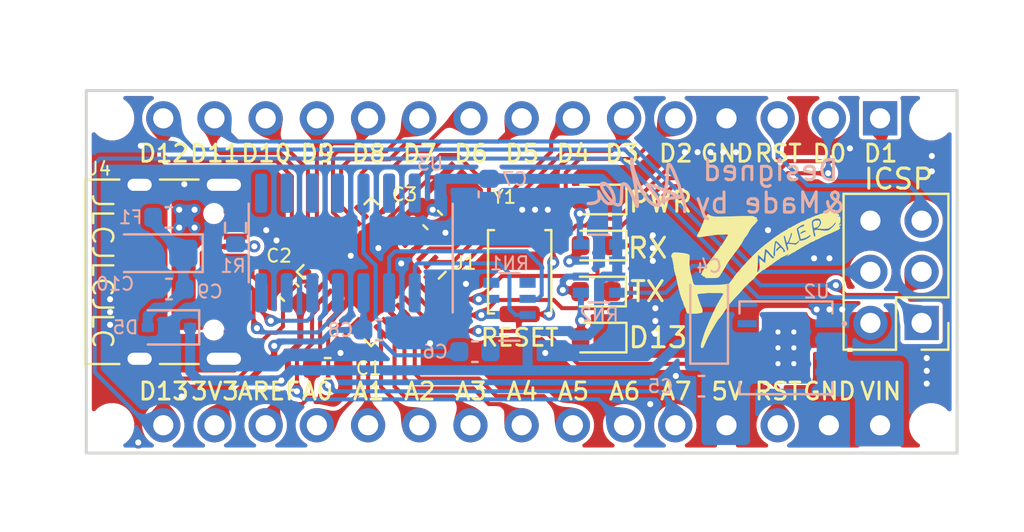
<source format=kicad_pcb>
(kicad_pcb (version 20171130) (host pcbnew "(5.1.10)-1")
  (layers (0 F.Cu signal) (31 B.Cu signal) (34 B.Paste user) (35 F.Paste user) (36 B.SilkS user) (37 F.SilkS user) (38 B.Mask user) (39 F.Mask user) (44 Edge.Cuts user))
  (net 0 "")
  (net 1 GND)
  (net 2 /AREF)
  (net 3 +5V)
  (net 4 /RESET)
  (net 5 "Net-(C6-Pad1)")
  (net 6 +3V3)
  (net 7 VBUS)
  (net 8 "Net-(D1-Pad2)")
  (net 9 "Net-(D2-Pad2)")
  (net 10 /D0-RX)
  (net 11 "Net-(D3-Pad2)")
  (net 12 /D1-TX)
  (net 13 "Net-(D4-Pad2)")
  (net 14 "Net-(F1-Pad2)")
  (net 15 /D11-MOSI)
  (net 16 /D12-MISO)
  (net 17 /D13-SCK)
  (net 18 /CC)
  (net 19 /D+)
  (net 20 /D-)
  (net 21 /RXD)
  (net 22 /TXD)
  (net 23 "Net-(RN1-Pad4)")
  (net 24 /D2)
  (net 25 /A5)
  (net 26 /A4)
  (net 27 /A3)
  (net 28 /A2)
  (net 29 /A1)
  (net 30 /A0)
  (net 31 /A7)
  (net 32 /A6)
  (net 33 /D10)
  (net 34 /D9)
  (net 35 /D8)
  (net 36 /D7)
  (net 37 /D6)
  (net 38 /D5)
  (net 39 /XTAL2)
  (net 40 /XTAL1)
  (net 41 /D4)
  (net 42 /D3)
  (net 43 VD)
  (net 44 "Net-(U3-Pad15)")
  (net 45 "Net-(U3-Pad14)")
  (net 46 "Net-(U3-Pad12)")
  (net 47 "Net-(U3-Pad11)")
  (net 48 "Net-(U3-Pad10)")
  (net 49 "Net-(U3-Pad9)")
  (net 50 "Net-(U3-Pad8)")
  (net 51 "Net-(U3-Pad7)")
  (net 52 "Net-(RN1-Pad5)")
  (net 53 "Net-(J4-PadB8)")
  (net 54 "Net-(J4-PadA8)")
  (module LIB:Resonator_SMD_muRata_CSTxExxV-3Pin_3.0x1.1mm (layer F.Cu) (at 68.453 105.156 135)
    (fp_text reference Y1 (at -1.706249 1.526644 180) (layer F.SilkS) (effects (font (size 0.65 0.65) (thickness 0.1))))
    (fp_text value Crystal_GND2)
    (pad 3 smd rect (at 1.2 0 135) (size 0.4 1.9) (layers F.Cu F.Paste F.Mask) (net 40 /XTAL1))
    (pad 2 smd rect (at 0 0 135) (size 0.4 1.9) (layers F.Cu F.Paste F.Mask) (net 1 GND))
    (pad 1 smd rect (at -1.2 0 135) (size 0.4 1.9) (layers F.Cu F.Paste F.Mask) (net 39 /XTAL2))
  )
  (module LIB:Acha_LOGO_5.2x3 (layer B.Cu) (at 77.343 104.648 180)
    (fp_text reference G2 hide)
    (fp_text value LOGO hide)
  )
  (module LIB:7Maker_LOGO_9.6x9.6 (layer F.Cu) (at 83.058 108.839)
    (fp_text reference G1 hide)
    (fp_text value 7Maker_LOGO_SCH_10.8x10.8 hide)
  )
  (module LIB:PinHeader_1x15_P2.54mm_Vertical_ard (layer F.Cu) (at 71.6 101.38 270)
    (fp_text reference J1 hide)
    (fp_text value Conn_01x15_Male)
    (pad 15 thru_hole oval (at 0 17.78 270) (size 1.7 1.7) (drill 1) (layers *.Cu *.Mask) (net 16 /D12-MISO))
    (pad 14 thru_hole oval (at 0 15.24 270) (size 1.7 1.7) (drill 1) (layers *.Cu *.Mask) (net 15 /D11-MOSI))
    (pad 13 thru_hole oval (at 0 12.7 270) (size 1.7 1.7) (drill 1) (layers *.Cu *.Mask) (net 33 /D10))
    (pad 12 thru_hole oval (at 0 10.16 270) (size 1.7 1.7) (drill 1) (layers *.Cu *.Mask) (net 34 /D9))
    (pad 11 thru_hole oval (at 0 7.62 270) (size 1.7 1.7) (drill 1) (layers *.Cu *.Mask) (net 35 /D8))
    (pad 10 thru_hole oval (at 0 5.08 270) (size 1.7 1.7) (drill 1) (layers *.Cu *.Mask) (net 36 /D7))
    (pad 9 thru_hole oval (at 0 2.54 270) (size 1.7 1.7) (drill 1) (layers *.Cu *.Mask) (net 37 /D6))
    (pad 8 thru_hole oval (at 0 0 270) (size 1.7 1.7) (drill 1) (layers *.Cu *.Mask) (net 38 /D5))
    (pad 7 thru_hole oval (at 0 -2.54 270) (size 1.7 1.7) (drill 1) (layers *.Cu *.Mask) (net 41 /D4))
    (pad 6 thru_hole oval (at 0 -5.08 270) (size 1.7 1.7) (drill 1) (layers *.Cu *.Mask) (net 42 /D3))
    (pad 5 thru_hole oval (at 0 -7.62 270) (size 1.7 1.7) (drill 1) (layers *.Cu *.Mask) (net 24 /D2))
    (pad 4 thru_hole oval (at 0 -10.16 270) (size 1.7 1.7) (drill 1) (layers *.Cu *.Mask) (net 1 GND))
    (pad 3 thru_hole oval (at 0 -12.7 270) (size 1.7 1.7) (drill 1) (layers *.Cu *.Mask) (net 4 /RESET))
    (pad 2 thru_hole oval (at 0 -15.24 270) (size 1.7 1.7) (drill 1) (layers *.Cu *.Mask) (net 10 /D0-RX))
    (pad 1 thru_hole rect (at 0 -17.78 270) (size 1.7 1.7) (drill 1) (layers *.Cu *.Mask) (net 12 /D1-TX))
  )
  (module LIB:PinHeader_1x15_P2.54mm_Vertical_ard (layer F.Cu) (at 71.6 116.62 270)
    (fp_text reference J2 hide)
    (fp_text value Conn_01x15_Male)
    (pad 15 thru_hole oval (at 0 17.78 270) (size 1.7 1.7) (drill 1) (layers *.Cu *.Mask) (net 17 /D13-SCK))
    (pad 14 thru_hole oval (at 0 15.24 270) (size 1.7 1.7) (drill 1) (layers *.Cu *.Mask) (net 6 +3V3))
    (pad 13 thru_hole oval (at 0 12.7 270) (size 1.7 1.7) (drill 1) (layers *.Cu *.Mask) (net 2 /AREF))
    (pad 12 thru_hole oval (at 0 10.16 270) (size 1.7 1.7) (drill 1) (layers *.Cu *.Mask) (net 30 /A0))
    (pad 11 thru_hole oval (at 0 7.62 270) (size 1.7 1.7) (drill 1) (layers *.Cu *.Mask) (net 29 /A1))
    (pad 10 thru_hole oval (at 0 5.08 270) (size 1.7 1.7) (drill 1) (layers *.Cu *.Mask) (net 28 /A2))
    (pad 9 thru_hole oval (at 0 2.54 270) (size 1.7 1.7) (drill 1) (layers *.Cu *.Mask) (net 27 /A3))
    (pad 8 thru_hole oval (at 0 0 270) (size 1.7 1.7) (drill 1) (layers *.Cu *.Mask) (net 26 /A4))
    (pad 7 thru_hole oval (at 0 -2.54 270) (size 1.7 1.7) (drill 1) (layers *.Cu *.Mask) (net 25 /A5))
    (pad 6 thru_hole oval (at 0 -5.08 270) (size 1.7 1.7) (drill 1) (layers *.Cu *.Mask) (net 32 /A6))
    (pad 5 thru_hole oval (at 0 -7.62 270) (size 1.7 1.7) (drill 1) (layers *.Cu *.Mask) (net 31 /A7))
    (pad 4 thru_hole oval (at 0 -10.16 270) (size 1.7 1.7) (drill 1) (layers *.Cu *.Mask) (net 3 +5V))
    (pad 3 thru_hole oval (at 0 -12.7 270) (size 1.7 1.7) (drill 1) (layers *.Cu *.Mask) (net 4 /RESET))
    (pad 2 thru_hole oval (at 0 -15.24 270) (size 1.7 1.7) (drill 1) (layers *.Cu *.Mask) (net 1 GND))
    (pad 1 thru_hole rect (at 0 -17.78 270) (size 1.7 1.7) (drill 1) (layers *.Cu *.Mask) (net 43 VD))
  )
  (module Package_SO:SOIC-16_3.9x9.9mm_P1.27mm (layer B.Cu) (at 63.119 107.569 90)
    (fp_text reference U3 (at 3.937 3.937) (layer B.SilkS) (effects (font (size 0.65 0.65) (thickness 0.1)) (justify mirror)))
    (fp_text value CH340C)
    (pad 16 smd roundrect (at 2.475 4.445 90) (size 1.95 0.6) (layers B.Cu B.Paste B.Mask) (net 3 +5V))
    (pad 15 smd roundrect (at 2.475 3.175 90) (size 1.95 0.6) (layers B.Cu B.Paste B.Mask) (net 44 "Net-(U3-Pad15)"))
    (pad 14 smd roundrect (at 2.475 1.905 90) (size 1.95 0.6) (layers B.Cu B.Paste B.Mask) (net 45 "Net-(U3-Pad14)"))
    (pad 13 smd roundrect (at 2.475 0.635 90) (size 1.95 0.6) (layers B.Cu B.Paste B.Mask) (net 5 "Net-(C6-Pad1)"))
    (pad 12 smd roundrect (at 2.475 -0.635 90) (size 1.95 0.6) (layers B.Cu B.Paste B.Mask) (net 46 "Net-(U3-Pad12)"))
    (pad 11 smd roundrect (at 2.475 -1.905 90) (size 1.95 0.6) (layers B.Cu B.Paste B.Mask) (net 47 "Net-(U3-Pad11)"))
    (pad 10 smd roundrect (at 2.475 -3.175 90) (size 1.95 0.6) (layers B.Cu B.Paste B.Mask) (net 48 "Net-(U3-Pad10)"))
    (pad 9 smd roundrect (at 2.475 -4.445 90) (size 1.95 0.6) (layers B.Cu B.Paste B.Mask) (net 49 "Net-(U3-Pad9)"))
    (pad 8 smd roundrect (at -2.475 -4.445 90) (size 1.95 0.6) (layers B.Cu B.Paste B.Mask) (net 50 "Net-(U3-Pad8)"))
    (pad 7 smd roundrect (at -2.475 -3.175 90) (size 1.95 0.6) (layers B.Cu B.Paste B.Mask) (net 51 "Net-(U3-Pad7)"))
    (pad 6 smd roundrect (at -2.475 -1.905 90) (size 1.95 0.6) (layers B.Cu B.Paste B.Mask) (net 20 /D-))
    (pad 5 smd roundrect (at -2.475 -0.635 90) (size 1.95 0.6) (layers B.Cu B.Paste B.Mask) (net 19 /D+))
    (pad 4 smd roundrect (at -2.475 0.635 90) (size 1.95 0.6) (layers B.Cu B.Paste B.Mask) (net 6 +3V3))
    (pad 3 smd roundrect (at -2.475 1.905 90) (size 1.95 0.6) (layers B.Cu B.Paste B.Mask) (net 22 /TXD))
    (pad 2 smd roundrect (at -2.475 3.175 90) (size 1.95 0.6) (layers B.Cu B.Paste B.Mask) (net 21 /RXD))
    (pad 1 smd roundrect (at -2.475 4.445 90) (size 1.95 0.6) (layers B.Cu B.Paste B.Mask) (net 1 GND))
  )
  (module Capacitor_Tantalum_SMD:CP_EIA-3216-18_Kemet-A (layer B.Cu) (at 80.899 111.252 90)
    (fp_text reference C4 (at 2.54 0 180) (layer B.SilkS) (effects (font (size 0.65 0.65) (thickness 0.1)) (justify mirror)))
    (fp_text value 4.7uF/16V)
    (pad 2 smd roundrect (at 1.35 0 90) (size 1.4 1.35) (layers B.Cu B.Paste B.Mask) (roundrect_rratio 0.1851844444444445) (net 1 GND))
    (pad 1 smd roundrect (at -1.35 0 90) (size 1.4 1.35) (layers B.Cu B.Paste B.Mask) (roundrect_rratio 0.1851844444444445) (net 3 +5V))
  )
  (module Package_DFN_QFN:QFN-32-1EP_5x5mm_P0.5mm_EP3.1x3.1mm (layer F.Cu) (at 64.135 109 225)
    (fp_text reference U1 (at -3.544302 -2.921482) (layer F.SilkS) (effects (font (size 0.65 0.65) (thickness 0.1))))
    (fp_text value ATmega328P-MU)
    (pad 33 smd rect (at 0 0 225) (size 3.1 3.1) (layers F.Cu F.Mask) (net 1 GND))
    (pad 32 smd roundrect (at -1.75 -2.4375 225) (size 0.25 0.875) (layers F.Cu F.Paste F.Mask) (net 24 /D2))
    (pad 31 smd roundrect (at -1.25 -2.4375 225) (size 0.25 0.875) (layers F.Cu F.Paste F.Mask) (net 12 /D1-TX))
    (pad 30 smd roundrect (at -0.75 -2.4375 225) (size 0.25 0.875) (layers F.Cu F.Paste F.Mask) (net 10 /D0-RX))
    (pad 29 smd roundrect (at -0.25 -2.4375 225) (size 0.25 0.875) (layers F.Cu F.Paste F.Mask) (net 4 /RESET))
    (pad 28 smd roundrect (at 0.25 -2.4375 225) (size 0.25 0.875) (layers F.Cu F.Paste F.Mask) (net 25 /A5))
    (pad 27 smd roundrect (at 0.75 -2.4375 225) (size 0.25 0.875) (layers F.Cu F.Paste F.Mask) (net 26 /A4))
    (pad 26 smd roundrect (at 1.25 -2.4375 225) (size 0.25 0.875) (layers F.Cu F.Paste F.Mask) (net 27 /A3))
    (pad 25 smd roundrect (at 1.75 -2.4375 225) (size 0.25 0.875) (layers F.Cu F.Paste F.Mask) (net 28 /A2))
    (pad 24 smd roundrect (at 2.4375 -1.75 225) (size 0.875 0.25) (layers F.Cu F.Paste F.Mask) (net 29 /A1))
    (pad 23 smd roundrect (at 2.4375 -1.25 225) (size 0.875 0.25) (layers F.Cu F.Paste F.Mask) (net 30 /A0))
    (pad 22 smd roundrect (at 2.4375 -0.75 225) (size 0.875 0.25) (layers F.Cu F.Paste F.Mask) (net 31 /A7))
    (pad 21 smd roundrect (at 2.4375 -0.25 225) (size 0.875 0.25) (layers F.Cu F.Paste F.Mask) (net 1 GND))
    (pad 20 smd roundrect (at 2.4375 0.25 225) (size 0.875 0.25) (layers F.Cu F.Paste F.Mask) (net 2 /AREF))
    (pad 19 smd roundrect (at 2.4375 0.75 225) (size 0.875 0.25) (layers F.Cu F.Paste F.Mask) (net 32 /A6))
    (pad 18 smd roundrect (at 2.4375 1.25 225) (size 0.875 0.25) (layers F.Cu F.Paste F.Mask) (net 3 +5V))
    (pad 17 smd roundrect (at 2.4375 1.75 225) (size 0.875 0.25) (layers F.Cu F.Paste F.Mask) (net 17 /D13-SCK))
    (pad 16 smd roundrect (at 1.75 2.4375 225) (size 0.25 0.875) (layers F.Cu F.Paste F.Mask) (net 16 /D12-MISO))
    (pad 15 smd roundrect (at 1.25 2.4375 225) (size 0.25 0.875) (layers F.Cu F.Paste F.Mask) (net 15 /D11-MOSI))
    (pad 14 smd roundrect (at 0.75 2.4375 225) (size 0.25 0.875) (layers F.Cu F.Paste F.Mask) (net 33 /D10))
    (pad 13 smd roundrect (at 0.25 2.4375 225) (size 0.25 0.875) (layers F.Cu F.Paste F.Mask) (net 34 /D9))
    (pad 12 smd roundrect (at -0.25 2.4375 225) (size 0.25 0.875) (layers F.Cu F.Paste F.Mask) (net 35 /D8))
    (pad 11 smd roundrect (at -0.75 2.4375 225) (size 0.25 0.875) (layers F.Cu F.Paste F.Mask) (net 36 /D7))
    (pad 10 smd roundrect (at -1.25 2.4375 225) (size 0.25 0.875) (layers F.Cu F.Paste F.Mask) (net 37 /D6))
    (pad 9 smd roundrect (at -1.75 2.4375 225) (size 0.25 0.875) (layers F.Cu F.Paste F.Mask) (net 38 /D5))
    (pad 8 smd roundrect (at -2.4375 1.75 225) (size 0.875 0.25) (layers F.Cu F.Paste F.Mask) (net 39 /XTAL2))
    (pad 7 smd roundrect (at -2.4375 1.25 225) (size 0.875 0.25) (layers F.Cu F.Paste F.Mask) (net 40 /XTAL1))
    (pad 6 smd roundrect (at -2.4375 0.75 225) (size 0.875 0.25) (layers F.Cu F.Paste F.Mask) (net 3 +5V))
    (pad 5 smd roundrect (at -2.4375 0.25 225) (size 0.875 0.25) (layers F.Cu F.Paste F.Mask) (net 1 GND))
    (pad 4 smd roundrect (at -2.4375 -0.25 225) (size 0.875 0.25) (layers F.Cu F.Paste F.Mask) (net 3 +5V))
    (pad 3 smd roundrect (at -2.4375 -0.75 225) (size 0.875 0.25) (layers F.Cu F.Paste F.Mask) (net 1 GND))
    (pad 2 smd roundrect (at -2.4375 -1.25 225) (size 0.875 0.25) (layers F.Cu F.Paste F.Mask) (net 41 /D4))
    (pad 1 smd roundrect (at -2.4375 -1.75 225) (size 0.875 0.25) (layers F.Cu F.Paste F.Mask) (net 42 /D3))
  )
  (module Capacitor_SMD:C_0603_1608Metric (layer B.Cu) (at 69.2785 112.9665)
    (fp_text reference C6 (at -1.9685 0) (layer B.SilkS) (effects (font (size 0.65 0.65) (thickness 0.1)) (justify mirror)))
    (fp_text value 100nF)
    (pad 2 smd roundrect (at 0.775 0) (size 0.9 0.95) (layers B.Cu B.Paste B.Mask) (net 4 /RESET))
    (pad 1 smd roundrect (at -0.775 0) (size 0.9 0.95) (layers B.Cu B.Paste B.Mask) (net 5 "Net-(C6-Pad1)"))
  )
  (module Capacitor_SMD:C_0603_1608Metric (layer B.Cu) (at 64.516 111.887)
    (fp_text reference C8 (at -1.905 0) (layer B.SilkS) (effects (font (size 0.65 0.65) (thickness 0.1)) (justify mirror)))
    (fp_text value 100nF)
    (pad 2 smd roundrect (at 0.775 0) (size 0.9 0.95) (layers B.Cu B.Paste B.Mask) (net 1 GND))
    (pad 1 smd roundrect (at -0.775 0) (size 0.9 0.95) (layers B.Cu B.Paste B.Mask) (net 6 +3V3))
  )
  (module Resistor_SMD:R_Array_Convex_4x0603 (layer B.Cu) (at 70.993 110.744)
    (fp_text reference RN1 (at 0 -2.159) (layer B.SilkS) (effects (font (size 0.65 0.65) (thickness 0.1)) (justify mirror)))
    (fp_text value 1K)
    (pad 5 smd rect (at 0.9 -1.2) (size 0.8 0.5) (layers B.Cu B.Paste B.Mask) (net 52 "Net-(RN1-Pad5)"))
    (pad 6 smd rect (at 0.9 -0.4) (size 0.8 0.4) (layers B.Cu B.Paste B.Mask) (net 22 /TXD))
    (pad 8 smd rect (at 0.9 1.2) (size 0.8 0.5) (layers B.Cu B.Paste B.Mask) (net 3 +5V))
    (pad 7 smd rect (at 0.9 0.4) (size 0.8 0.4) (layers B.Cu B.Paste B.Mask) (net 21 /RXD))
    (pad 4 smd rect (at -0.9 -1.2) (size 0.8 0.5) (layers B.Cu B.Paste B.Mask) (net 23 "Net-(RN1-Pad4)"))
    (pad 2 smd rect (at -0.9 0.4) (size 0.8 0.4) (layers B.Cu B.Paste B.Mask) (net 10 /D0-RX))
    (pad 3 smd rect (at -0.9 -0.4) (size 0.8 0.4) (layers B.Cu B.Paste B.Mask) (net 12 /D1-TX))
    (pad 1 smd rect (at -0.9 1.2) (size 0.8 0.5) (layers B.Cu B.Paste B.Mask) (net 4 /RESET))
  )
  (module Resistor_SMD:R_0603_1608Metric (layer B.Cu) (at 57.404 106.807 90)
    (fp_text reference R1 (at -1.905 -0.127) (layer B.SilkS) (effects (font (size 0.65 0.65) (thickness 0.1)) (justify mirror)))
    (fp_text value 5.1K)
    (pad 2 smd roundrect (at 0.825 0 90) (size 0.8 0.95) (layers B.Cu B.Paste B.Mask) (net 1 GND))
    (pad 1 smd roundrect (at -0.825 0 90) (size 0.8 0.95) (layers B.Cu B.Paste B.Mask) (net 18 /CC))
  )
  (module Connector_USB:USB_C_Receptacle_XKB_U262-16XN-4BVC11 (layer F.Cu) (at 53.721 109 270)
    (fp_text reference J4 (at -5.114 3.048 180) (layer F.SilkS) (effects (font (size 0.65 0.65) (thickness 0.1))))
    (fp_text value USB_C_Receptacle_USB2.0)
    (pad A12 smd rect (at 3.35 -3.67 270) (size 0.3 1.15) (layers F.Cu F.Paste F.Mask) (net 1 GND))
    (pad A9 smd rect (at 2.55 -3.67 270) (size 0.3 1.15) (layers F.Cu F.Paste F.Mask) (net 14 "Net-(F1-Pad2)"))
    (pad B9 smd rect (at -2.25 -3.67 270) (size 0.3 1.15) (layers F.Cu F.Paste F.Mask) (net 14 "Net-(F1-Pad2)"))
    (pad B12 smd rect (at -3.05 -3.67 270) (size 0.3 1.15) (layers F.Cu F.Paste F.Mask) (net 1 GND))
    (pad A1 smd rect (at -3.35 -3.67 270) (size 0.3 1.15) (layers F.Cu F.Paste F.Mask) (net 1 GND))
    (pad A4 smd rect (at -2.55 -3.67 270) (size 0.3 1.15) (layers F.Cu F.Paste F.Mask) (net 14 "Net-(F1-Pad2)"))
    (pad B8 smd rect (at -1.75 -3.67 270) (size 0.3 1.15) (layers F.Cu F.Paste F.Mask) (net 53 "Net-(J4-PadB8)"))
    (pad A5 smd rect (at -1.25 -3.67 270) (size 0.3 1.15) (layers F.Cu F.Paste F.Mask) (net 18 /CC))
    (pad B7 smd rect (at -0.75 -3.67 270) (size 0.3 1.15) (layers F.Cu F.Paste F.Mask) (net 20 /D-))
    (pad A6 smd rect (at -0.25 -3.67 270) (size 0.3 1.15) (layers F.Cu F.Paste F.Mask) (net 19 /D+))
    (pad A7 smd rect (at 0.25 -3.67 270) (size 0.3 1.15) (layers F.Cu F.Paste F.Mask) (net 20 /D-))
    (pad B6 smd rect (at 0.75 -3.67 270) (size 0.3 1.15) (layers F.Cu F.Paste F.Mask) (net 19 /D+))
    (pad A8 smd rect (at 1.25 -3.67 270) (size 0.3 1.15) (layers F.Cu F.Paste F.Mask) (net 54 "Net-(J4-PadA8)"))
    (pad B5 smd rect (at 1.75 -3.67 270) (size 0.3 1.15) (layers F.Cu F.Paste F.Mask) (net 18 /CC))
    (pad B4 smd rect (at 2.25 -3.67 270) (size 0.3 1.15) (layers F.Cu F.Paste F.Mask) (net 14 "Net-(F1-Pad2)"))
    (pad B1 smd rect (at 3.05 -3.67 270) (size 0.3 1.15) (layers F.Cu F.Paste F.Mask) (net 1 GND))
    (pad "" np_thru_hole circle (at -2.89 -2.605 270) (size 0.65 0.65) (drill 0.65) (layers *.Cu *.Mask))
    (pad "" np_thru_hole circle (at 2.89 -2.605 270) (size 0.65 0.65) (drill 0.65) (layers *.Cu *.Mask))
    (pad S1 thru_hole oval (at 4.32 1.075 270) (size 1 1.6) (drill oval 0.6 1.2) (layers *.Cu *.Mask) (net 1 GND))
    (pad S1 thru_hole oval (at -4.32 1.075 270) (size 1 1.6) (drill oval 0.6 1.2) (layers *.Cu *.Mask) (net 1 GND))
    (pad S1 thru_hole oval (at 4.32 -3.105 270) (size 1 2.1) (drill oval 0.6 1.7) (layers *.Cu *.Mask) (net 1 GND))
    (pad S1 thru_hole oval (at -4.32 -3.105 270) (size 1 2.1) (drill oval 0.6 1.7) (layers *.Cu *.Mask) (net 1 GND))
  )
  (module LIB:TLV1117-15CDRJR (layer B.Cu) (at 84.709 112.776 180)
    (fp_text reference U2 (at -1.524 2.794) (layer B.SilkS) (effects (font (size 0.65 0.65) (thickness 0.1)) (justify mirror)))
    (fp_text value TLV1117-33)
    (pad 2 thru_hole circle (at 0.3937 0.7874 180) (size 0.508 0.508) (drill 0.254) (layers *.Cu *.Mask) (net 3 +5V))
    (pad 2 thru_hole circle (at 0.3937 0 180) (size 0.508 0.508) (drill 0.254) (layers *.Cu *.Mask) (net 3 +5V))
    (pad 2 thru_hole circle (at 0.3937 -0.7874 180) (size 0.508 0.508) (drill 0.254) (layers *.Cu *.Mask) (net 3 +5V))
    (pad 2 thru_hole circle (at -0.3937 0.7874 180) (size 0.508 0.508) (drill 0.254) (layers *.Cu *.Mask) (net 3 +5V))
    (pad 2 thru_hole circle (at -0.3937 0 180) (size 0.508 0.508) (drill 0.254) (layers *.Cu *.Mask) (net 3 +5V))
    (pad 2 thru_hole circle (at -0.3937 -0.7874 180) (size 0.508 0.508) (drill 0.254) (layers *.Cu *.Mask) (net 3 +5V))
    (pad 2 smd rect (at 0 0 180) (size 2.2 2.999999) (layers B.Cu B.Paste B.Mask) (net 3 +5V))
    (pad 4 smd rect (at 1.925066 1.2 180) (size 0.95 0.35) (layers B.Cu B.Paste B.Mask))
    (pad 2 smd rect (at 1.925066 0.399999 180) (size 0.95 0.35) (layers B.Cu B.Paste B.Mask) (net 3 +5V))
    (pad 2 smd rect (at 1.925066 -0.399999 180) (size 0.95 0.35) (layers B.Cu B.Paste B.Mask) (net 3 +5V))
    (pad 2 smd rect (at 1.925066 -1.2 180) (size 0.95 0.35) (layers B.Cu B.Paste B.Mask) (net 3 +5V))
    (pad 3 smd rect (at -1.925066 -1.2 180) (size 0.95 0.35) (layers B.Cu B.Paste B.Mask) (net 43 VD))
    (pad 3 smd rect (at -1.925066 -0.399999 180) (size 0.95 0.35) (layers B.Cu B.Paste B.Mask) (net 43 VD))
    (pad 3 smd rect (at -1.925066 0.399999 180) (size 0.95 0.35) (layers B.Cu B.Paste B.Mask) (net 43 VD))
    (pad 1 smd rect (at -1.925066 1.2 180) (size 0.95 0.35) (layers B.Cu B.Paste B.Mask) (net 1 GND))
  )
  (module LIB:MountingHole_1.8mm (layer F.Cu) (at 91.92 116.62)
    (fp_text reference H4 hide)
    (fp_text value D1.8)
    (pad "" np_thru_hole circle (at 0 0) (size 1.8 1.8) (drill 1.8) (layers *.Cu *.Mask))
  )
  (module LIB:MountingHole_1.8mm (layer F.Cu) (at 51.28 116.72)
    (fp_text reference H3 hide)
    (fp_text value D1.8)
    (pad "" np_thru_hole circle (at 0 -0.1) (size 1.8 1.8) (drill 1.8) (layers *.Cu *.Mask))
  )
  (module LIB:MountingHole_1.8mm (layer F.Cu) (at 91.93 101.28)
    (fp_text reference H2 hide)
    (fp_text value D1.8)
    (pad "" np_thru_hole circle (at -0.01 0.1) (size 1.8 1.8) (drill 1.8) (layers *.Cu *.Mask))
  )
  (module LIB:MountingHole_1.8mm (layer F.Cu) (at 51.28 101.38)
    (fp_text reference H1 hide)
    (fp_text value D1.8)
    (pad "" np_thru_hole circle (at 0 0) (size 1.8 1.8) (drill 1.8) (layers *.Cu *.Mask))
  )
  (module Button_Switch_SMD:SW_Push_SPST_NO_Alps_SKRK (layer F.Cu) (at 71.501 109 90)
    (fp_text reference "" (at -3.556 0 180) (layer F.SilkS) (effects (font (size 0.65 0.65) (thickness 0.1))))
    (fp_text value SW_Push)
    (pad 1 smd roundrect (at -2.1 0 90) (size 0.8 2) (layers F.Cu F.Paste F.Mask) (net 4 /RESET))
    (pad 2 smd roundrect (at 2.1 0 90) (size 0.8 2) (layers F.Cu F.Paste F.Mask) (net 1 GND))
  )
  (module Resistor_SMD:R_Array_Convex_4x0603 (layer B.Cu) (at 75.438 108.839 180)
    (fp_text reference RN2 (at 0 -2.286) (layer B.SilkS) (effects (font (size 0.65 0.65) (thickness 0.1)) (justify mirror)))
    (fp_text value 1K)
    (pad 1 smd rect (at -0.9 1.2 180) (size 0.8 0.5) (layers B.Cu B.Paste B.Mask) (net 3 +5V))
    (pad 3 smd rect (at -0.9 -0.4 180) (size 0.8 0.4) (layers B.Cu B.Paste B.Mask) (net 3 +5V))
    (pad 2 smd rect (at -0.9 0.4 180) (size 0.8 0.4) (layers B.Cu B.Paste B.Mask) (net 3 +5V))
    (pad 4 smd rect (at -0.9 -1.2 180) (size 0.8 0.5) (layers B.Cu B.Paste B.Mask) (net 17 /D13-SCK))
    (pad 7 smd rect (at 0.9 0.4 180) (size 0.8 0.4) (layers B.Cu B.Paste B.Mask) (net 9 "Net-(D2-Pad2)"))
    (pad 8 smd rect (at 0.9 1.2 180) (size 0.8 0.5) (layers B.Cu B.Paste B.Mask) (net 8 "Net-(D1-Pad2)"))
    (pad 6 smd rect (at 0.9 -0.4 180) (size 0.8 0.4) (layers B.Cu B.Paste B.Mask) (net 11 "Net-(D3-Pad2)"))
    (pad 5 smd rect (at 0.9 -1.2 180) (size 0.8 0.5) (layers B.Cu B.Paste B.Mask) (net 13 "Net-(D4-Pad2)"))
  )
  (module Connector_PinHeader_2.54mm:PinHeader_2x03_P2.54mm_Vertical (layer F.Cu) (at 91.44 111.54 180)
    (fp_text reference J3 hide)
    (fp_text value Conn_02x03_Odd_Even)
    (pad 6 thru_hole oval (at 2.54 5.08 180) (size 1.7 1.7) (drill 1) (layers *.Cu *.Mask) (net 1 GND))
    (pad 5 thru_hole oval (at 0 5.08 180) (size 1.7 1.7) (drill 1) (layers *.Cu *.Mask) (net 4 /RESET))
    (pad 4 thru_hole oval (at 2.54 2.54 180) (size 1.7 1.7) (drill 1) (layers *.Cu *.Mask) (net 15 /D11-MOSI))
    (pad 3 thru_hole oval (at 0 2.54 180) (size 1.7 1.7) (drill 1) (layers *.Cu *.Mask) (net 16 /D12-MISO))
    (pad 2 thru_hole oval (at 2.54 0 180) (size 1.7 1.7) (drill 1) (layers *.Cu *.Mask) (net 3 +5V))
    (pad 1 thru_hole rect (at 0 0 180) (size 1.7 1.7) (drill 1) (layers *.Cu *.Mask) (net 17 /D13-SCK))
  )
  (module Fuse:Fuse_0603_1608Metric (layer B.Cu) (at 54.102 106.299)
    (fp_text reference F1 (at -1.905 0) (layer B.SilkS) (effects (font (size 0.65 0.65) (thickness 0.1)) (justify mirror)))
    (fp_text value 6V0.5A)
    (pad 2 smd roundrect (at 0.7875 0) (size 0.875 0.95) (layers B.Cu B.Paste B.Mask) (net 14 "Net-(F1-Pad2)"))
    (pad 1 smd roundrect (at -0.7875 0) (size 0.875 0.95) (layers B.Cu B.Paste B.Mask) (net 7 VBUS))
  )
  (module Diode_SMD:D_SOD-323 (layer B.Cu) (at 54.102 111.76 180)
    (fp_text reference D5 (at 2.159 0) (layer B.SilkS) (effects (font (size 0.65 0.65) (thickness 0.1)) (justify mirror)))
    (fp_text value CUS10S30)
    (pad 2 smd rect (at 1.05 0 180) (size 0.6 0.45) (layers B.Cu B.Paste B.Mask) (net 7 VBUS))
    (pad 1 smd rect (at -1.05 0 180) (size 0.6 0.45) (layers B.Cu B.Paste B.Mask) (net 3 +5V))
  )
  (module LED_SMD:LED_0603_1608Metric (layer F.Cu) (at 75.311 112.268 180)
    (fp_text reference D4 hide)
    (fp_text value B)
    (pad 1 smd roundrect (at -0.7875 0 180) (size 0.875 0.95) (layers F.Cu F.Paste F.Mask) (net 1 GND))
    (pad 2 smd roundrect (at 0.7875 0 180) (size 0.875 0.95) (layers F.Cu F.Paste F.Mask) (net 13 "Net-(D4-Pad2)"))
  )
  (module LED_SMD:LED_0603_1608Metric (layer F.Cu) (at 75.2855 109.982 180)
    (fp_text reference D3 hide)
    (fp_text value Y)
    (pad 1 smd roundrect (at -0.7875 0 180) (size 0.875 0.95) (layers F.Cu F.Paste F.Mask) (net 12 /D1-TX))
    (pad 2 smd roundrect (at 0.7875 0 180) (size 0.875 0.95) (layers F.Cu F.Paste F.Mask) (net 11 "Net-(D3-Pad2)"))
  )
  (module LED_SMD:LED_0603_1608Metric (layer F.Cu) (at 75.311 107.696 180)
    (fp_text reference D2 hide)
    (fp_text value G)
    (pad 1 smd roundrect (at -0.7875 0 180) (size 0.875 0.95) (layers F.Cu F.Paste F.Mask) (net 10 /D0-RX))
    (pad 2 smd roundrect (at 0.7875 0 180) (size 0.875 0.95) (layers F.Cu F.Paste F.Mask) (net 9 "Net-(D2-Pad2)"))
  )
  (module LED_SMD:LED_0603_1608Metric (layer F.Cu) (at 75.311 105.41 180)
    (fp_text reference D1 hide)
    (fp_text value R)
    (pad 1 smd roundrect (at -0.7875 0 180) (size 0.875 0.95) (layers F.Cu F.Paste F.Mask) (net 1 GND))
    (pad 2 smd roundrect (at 0.7875 0 180) (size 0.875 0.95) (layers F.Cu F.Paste F.Mask) (net 8 "Net-(D1-Pad2)"))
  )
  (module Capacitor_Tantalum_SMD:CP_EIA-3216-18_Kemet-A (layer B.Cu) (at 53.467 108.077 180)
    (fp_text reference C10 (at 2.032 -1.524 180) (layer B.SilkS) (effects (font (size 0.65 0.65) (thickness 0.1)) (justify mirror)))
    (fp_text value 4.7uF/16V)
    (pad 2 smd roundrect (at 1.35 0 180) (size 1.4 1.35) (layers B.Cu B.Paste B.Mask) (roundrect_rratio 0.1851844444444445) (net 1 GND))
    (pad 1 smd roundrect (at -1.35 0 180) (size 1.4 1.35) (layers B.Cu B.Paste B.Mask) (roundrect_rratio 0.1851844444444445) (net 7 VBUS))
  )
  (module Capacitor_SMD:C_0603_1608Metric (layer B.Cu) (at 54.102 109.855 180)
    (fp_text reference C9 (at -2.032 -0.127 180) (layer B.SilkS) (effects (font (size 0.65 0.65) (thickness 0.1)) (justify mirror)))
    (fp_text value 100nF)
    (pad 2 smd roundrect (at 0.775 0 180) (size 0.9 0.95) (layers B.Cu B.Paste B.Mask) (net 1 GND))
    (pad 1 smd roundrect (at -0.775 0 180) (size 0.9 0.95) (layers B.Cu B.Paste B.Mask) (net 7 VBUS))
  )
  (module Capacitor_SMD:C_0603_1608Metric (layer B.Cu) (at 69.977 105.156 270)
    (fp_text reference C7 (at -0.762 -1.27 180) (layer B.SilkS) (effects (font (size 0.65 0.65) (thickness 0.1)) (justify mirror)))
    (fp_text value 100nF)
    (pad 2 smd roundrect (at 0.775 0 270) (size 0.9 0.95) (layers B.Cu B.Paste B.Mask) (net 1 GND))
    (pad 1 smd roundrect (at -0.775 0 270) (size 0.9 0.95) (layers B.Cu B.Paste B.Mask) (net 3 +5V))
  )
  (module Capacitor_SMD:C_0603_1608Metric (layer B.Cu) (at 80.518 114.681 180)
    (fp_text reference C5 (at 2.032 0) (layer B.SilkS) (effects (font (size 0.65 0.65) (thickness 0.1)) (justify mirror)))
    (fp_text value 1uF)
    (pad 2 smd roundrect (at 0.775 0 180) (size 0.9 0.95) (layers B.Cu B.Paste B.Mask) (net 1 GND))
    (pad 1 smd roundrect (at -0.775 0 180) (size 0.9 0.95) (layers B.Cu B.Paste B.Mask) (net 3 +5V))
  )
  (module Capacitor_SMD:C_0603_1608Metric (layer F.Cu) (at 67.183 106.426 135)
    (fp_text reference C3 (at 1.885854 -0.089803 180) (layer F.SilkS) (effects (font (size 0.65 0.65) (thickness 0.1))))
    (fp_text value 1uF)
    (pad 2 smd roundrect (at 0.775 0 135) (size 0.9 0.95) (layers F.Cu F.Paste F.Mask) (net 3 +5V))
    (pad 1 smd roundrect (at -0.775 0 135) (size 0.9 0.95) (layers F.Cu F.Paste F.Mask) (net 1 GND))
  )
  (module Capacitor_SMD:C_0603_1608Metric (layer F.Cu) (at 60.071 109.982 315)
    (fp_text reference C2 (at -1.616446 -0.898026) (layer F.SilkS) (effects (font (size 0.65 0.65) (thickness 0.1))))
    (fp_text value 1uF)
    (pad 2 smd roundrect (at 0.775 0 315) (size 0.9 0.95) (layers F.Cu F.Paste F.Mask) (net 3 +5V))
    (pad 1 smd roundrect (at -0.775 0 315) (size 0.9 0.95) (layers F.Cu F.Paste F.Mask) (net 1 GND))
  )
  (module Capacitor_SMD:C_0603_1608Metric (layer F.Cu) (at 61.976 113.792)
    (fp_text reference C1 (at 2.032 0) (layer F.SilkS) (effects (font (size 0.65 0.65) (thickness 0.1))))
    (fp_text value 100nF)
    (pad 2 smd roundrect (at 0.775 0) (size 0.9 0.95) (layers F.Cu F.Paste F.Mask) (net 1 GND))
    (pad 1 smd roundrect (at -0.775 0) (size 0.9 0.95) (layers F.Cu F.Paste F.Mask) (net 2 /AREF))
  )
  (gr_text JLCJLCJLC (at 50.8 108.966 -90) (layer F.SilkS) (effects (font (size 1 1) (thickness 0.12))))
  (gr_text RESET (at 71.501 112.268) (layer F.SilkS) (effects (font (size 0.85 0.85) (thickness 0.14))))
  (gr_text VIN (at 89.408 114.935) (layer F.SilkS) (effects (font (size 0.85 0.85) (thickness 0.14))))
  (gr_text GND (at 86.868 114.935) (layer F.SilkS) (effects (font (size 0.85 0.85) (thickness 0.14))))
  (gr_text RST (at 84.328 114.935) (layer F.SilkS) (effects (font (size 0.85 0.85) (thickness 0.14))))
  (gr_text 5V (at 81.788 114.935) (layer F.SilkS) (effects (font (size 0.85 0.85) (thickness 0.14))))
  (gr_text A7 (at 79.248 114.935) (layer F.SilkS) (effects (font (size 0.85 0.85) (thickness 0.14))))
  (gr_text A6 (at 76.708 114.935) (layer F.SilkS) (effects (font (size 0.85 0.85) (thickness 0.14))))
  (gr_text A5 (at 74.168 114.935) (layer F.SilkS) (effects (font (size 0.85 0.85) (thickness 0.14))))
  (gr_text A4 (at 71.628 114.935) (layer F.SilkS) (effects (font (size 0.85 0.85) (thickness 0.14))))
  (gr_text A3 (at 69.088 114.935) (layer F.SilkS) (effects (font (size 0.85 0.85) (thickness 0.14))))
  (gr_text A2 (at 66.548 114.935) (layer F.SilkS) (effects (font (size 0.85 0.85) (thickness 0.14))))
  (gr_text A1 (at 64.008 114.935) (layer F.SilkS) (effects (font (size 0.85 0.85) (thickness 0.14))))
  (gr_text A0 (at 61.468 114.935) (layer F.SilkS) (effects (font (size 0.85 0.85) (thickness 0.14))))
  (gr_text AREF (at 59.055 114.935) (layer F.SilkS) (effects (font (size 0.85 0.85) (thickness 0.14))))
  (gr_text 3V3 (at 56.388 114.935) (layer F.SilkS) (effects (font (size 0.85 0.85) (thickness 0.14))))
  (gr_text D13 (at 53.848 114.935) (layer F.SilkS) (effects (font (size 0.85 0.85) (thickness 0.14))))
  (gr_text D1 (at 89.408 103.124) (layer F.SilkS) (effects (font (size 0.85 0.85) (thickness 0.14))))
  (gr_text D0 (at 86.868 103.124) (layer F.SilkS) (effects (font (size 0.85 0.85) (thickness 0.14))))
  (gr_text RST (at 84.328 103.124) (layer F.SilkS) (effects (font (size 0.85 0.85) (thickness 0.14))))
  (gr_text GND (at 81.788 103.124) (layer F.SilkS) (effects (font (size 0.85 0.85) (thickness 0.14))))
  (gr_text D2 (at 79.248 103.124) (layer F.SilkS) (effects (font (size 0.85 0.85) (thickness 0.14))))
  (gr_text D3 (at 76.581 103.124) (layer F.SilkS) (effects (font (size 0.85 0.85) (thickness 0.14))))
  (gr_text D4 (at 74.168 103.124) (layer F.SilkS) (effects (font (size 0.85 0.85) (thickness 0.14))))
  (gr_text D5 (at 71.628 103.124) (layer F.SilkS) (effects (font (size 0.85 0.85) (thickness 0.14))))
  (gr_text D6 (at 69.088 103.124) (layer F.SilkS) (effects (font (size 0.85 0.85) (thickness 0.14))))
  (gr_text D7 (at 66.548 103.124) (layer F.SilkS) (effects (font (size 0.85 0.85) (thickness 0.14))))
  (gr_text D8 (at 64.008 103.124) (layer F.SilkS) (effects (font (size 0.85 0.85) (thickness 0.14))))
  (gr_text D9 (at 61.468 103.124) (layer F.SilkS) (effects (font (size 0.85 0.85) (thickness 0.14))))
  (gr_text D10 (at 58.928 103.124) (layer F.SilkS) (effects (font (size 0.85 0.85) (thickness 0.14))))
  (gr_text D11 (at 56.388 103.124) (layer F.SilkS) (effects (font (size 0.85 0.85) (thickness 0.14))))
  (gr_text D12 (at 53.848 103.124) (layer F.SilkS) (effects (font (size 0.85 0.85) (thickness 0.14))))
  (gr_text "Designed\n&Made by" (at 83.947 104.775) (layer B.SilkS) (effects (font (size 1 1)) (justify mirror)))
  (gr_text ICSP (at 90.297 104.394) (layer F.SilkS) (effects (font (size 1 1))))
  (gr_text D13 (at 78.359 112.268) (layer F.SilkS) (effects (font (size 1 1))))
  (gr_text TX (at 77.851 109.982) (layer F.SilkS) (effects (font (size 1 1))))
  (gr_text RX (at 77.851 107.823) (layer F.SilkS) (effects (font (size 1 1))))
  (gr_text PWR (at 78.486 105.537) (layer F.SilkS) (effects (font (size 1 1))))
  (gr_line (start 50 100) (end 93.2 100) (layer Edge.Cuts) (width 0.15))
  (gr_line (start 93.2 100) (end 93.2 118) (layer Edge.Cuts) (width 0.15))
  (gr_line (start 50 118) (end 93.2 118) (layer Edge.Cuts) (width 0.15))
  (gr_line (start 50 100) (end 50 118) (layer Edge.Cuts) (width 0.15))
  (via (at 67.818 107.061) (size 0.6) (drill 0.3) (layers F.Cu B.Cu) (net 1))
  (via (at 51.181 111.633) (size 0.6) (drill 0.3) (layers F.Cu B.Cu) (net 1))
  (via (at 51.181 110.998) (size 0.6) (drill 0.3) (layers F.Cu B.Cu) (net 1))
  (via (at 64.4906 107.823) (size 0.6) (drill 0.3) (layers F.Cu B.Cu) (net 1))
  (via (at 63.119 108.204) (size 0.6) (drill 0.3) (layers F.Cu B.Cu) (net 1))
  (via (at 78.232 110.8075) (size 0.6) (drill 0.3) (layers F.Cu B.Cu) (net 1))
  (via (at 78.232 111.4425) (size 0.6) (drill 0.3) (layers F.Cu B.Cu) (net 1))
  (via (at 78.232 112.0775) (size 0.6) (drill 0.3) (layers F.Cu B.Cu) (net 1))
  (via (at 79.6925 103.0605) (size 0.6) (drill 0.3) (layers F.Cu B.Cu) (net 1))
  (via (at 80.3275 103.0605) (size 0.6) (drill 0.3) (layers F.Cu B.Cu) (net 1))
  (via (at 80.9625 103.0605) (size 0.6) (drill 0.3) (layers F.Cu B.Cu) (net 1))
  (via (at 81.5975 103.0605) (size 0.6) (drill 0.3) (layers F.Cu B.Cu) (net 1))
  (via (at 82.2325 103.0605) (size 0.6) (drill 0.3) (layers F.Cu B.Cu) (net 1))
  (via (at 71.628 105.918) (size 0.6) (drill 0.3) (layers F.Cu B.Cu) (net 1))
  (via (at 72.263 105.918) (size 0.6) (drill 0.3) (layers F.Cu B.Cu) (net 1))
  (via (at 72.898 105.918) (size 0.6) (drill 0.3) (layers F.Cu B.Cu) (net 1))
  (via (at 62.611 113.03) (size 0.6) (drill 0.3) (layers F.Cu B.Cu) (net 1))
  (segment (start 62.751 113.043) (end 62.611 112.903) (width 0.2) (layer F.Cu) (net 1))
  (segment (start 62.751 113.792) (end 62.751 113.043) (width 0.2) (layer F.Cu) (net 1))
  (via (at 86.233 110.871) (size 0.6) (drill 0.3) (layers F.Cu B.Cu) (net 1))
  (via (at 86.868 110.871) (size 0.6) (drill 0.3) (layers F.Cu B.Cu) (net 1))
  (via (at 87.503 110.871) (size 0.6) (drill 0.3) (layers F.Cu B.Cu) (net 1))
  (via (at 79.248 114.173) (size 0.6) (drill 0.3) (layers F.Cu B.Cu) (net 1))
  (via (at 78.105 107.188) (size 0.6) (drill 0.3) (layers F.Cu B.Cu) (net 1))
  (via (at 78.105 107.823) (size 0.6) (drill 0.3) (layers F.Cu B.Cu) (net 1))
  (via (at 78.105 108.458) (size 0.6) (drill 0.3) (layers F.Cu B.Cu) (net 1))
  (via (at 68.834 109.601) (size 0.6) (drill 0.3) (layers F.Cu B.Cu) (net 1))
  (via (at 87.884 102.87) (size 0.6) (drill 0.3) (layers F.Cu B.Cu) (net 1))
  (via (at 52.705 102.743) (size 0.6) (drill 0.3) (layers F.Cu B.Cu) (net 1))
  (via (at 52.578 117.475) (size 0.6) (drill 0.3) (layers F.Cu B.Cu) (net 1))
  (via (at 91.694 113.284) (size 0.6) (drill 0.3) (layers F.Cu B.Cu) (net 1))
  (via (at 91.694 113.919) (size 0.6) (drill 0.3) (layers F.Cu B.Cu) (net 1))
  (via (at 91.694 114.554) (size 0.6) (drill 0.3) (layers F.Cu B.Cu) (net 1))
  (via (at 86.106 108.331) (size 0.6) (drill 0.3) (layers F.Cu B.Cu) (net 1))
  (via (at 86.868 108.331) (size 0.6) (drill 0.3) (layers F.Cu B.Cu) (net 1))
  (via (at 91.948 103.251) (size 0.6) (drill 0.3) (layers F.Cu B.Cu) (net 1))
  (via (at 91.948 104.013) (size 0.6) (drill 0.3) (layers F.Cu B.Cu) (net 1))
  (via (at 51.181 110.363) (size 0.6) (drill 0.3) (layers F.Cu B.Cu) (net 1))
  (via (at 59.436 107.442) (size 0.6) (drill 0.3) (layers F.Cu B.Cu) (net 1))
  (via (at 54.864 104.648) (size 0.6) (drill 0.3) (layers F.Cu B.Cu) (net 1))
  (via (at 54.737 115.189) (size 0.6) (drill 0.3) (layers F.Cu B.Cu) (net 1))
  (via (at 77.978 115.57) (size 0.6) (drill 0.3) (layers F.Cu B.Cu) (net 1))
  (via (at 72.771 113.03) (size 0.6) (drill 0.3) (layers F.Cu B.Cu) (net 1))
  (via (at 67.056 112.5474) (size 0.6) (drill 0.3) (layers F.Cu B.Cu) (net 1))
  (segment (start 57.391 112.05) (end 57.391 112.35) (width 0.2) (layer F.Cu) (net 1))
  (segment (start 86.233 110.871) (end 86.868 110.871) (width 0.5) (layer F.Cu) (net 1))
  (segment (start 87.503 110.871) (end 86.868 110.871) (width 0.5) (layer F.Cu) (net 1))
  (segment (start 86.233 110.871) (end 85.9028 110.5408) (width 0.5) (layer F.Cu) (net 1))
  (segment (start 66.388903 107.806757) (end 66.388903 107.842098) (width 0.3) (layer F.Cu) (net 1))
  (segment (start 65.231001 109) (end 64.135 109) (width 0.3) (layer F.Cu) (net 1))
  (segment (start 66.388903 107.842098) (end 65.231001 109) (width 0.3) (layer F.Cu) (net 1))
  (segment (start 67.221652 106.974008) (end 67.731008 106.974008) (width 0.3) (layer F.Cu) (net 1))
  (segment (start 66.388903 107.806757) (end 67.221652 106.974008) (width 0.3) (layer F.Cu) (net 1))
  (via (at 65.624 108.585) (size 0.6) (drill 0.3) (layers F.Cu B.Cu) (net 1))
  (segment (start 65.209 109) (end 65.624 108.585) (width 0.3) (layer F.Cu) (net 1))
  (segment (start 64.135 109) (end 65.209 109) (width 0.3) (layer F.Cu) (net 1))
  (via (at 83.82 106.934) (size 0.6) (drill 0.3) (layers F.Cu B.Cu) (net 1))
  (via (at 58.928 106.934) (size 0.6) (drill 0.3) (layers F.Cu B.Cu) (net 1))
  (segment (start 62.234651 110.652846) (end 61.60098 111.286517) (width 0.2) (layer F.Cu) (net 2))
  (segment (start 62.234651 110.546796) (end 62.234651 110.652846) (width 0.2) (layer F.Cu) (net 2))
  (segment (start 61.60098 113.39202) (end 61.201 113.792) (width 0.2) (layer F.Cu) (net 2))
  (segment (start 61.60098 111.286517) (end 61.60098 113.39202) (width 0.2) (layer F.Cu) (net 2))
  (segment (start 61.201 113.792) (end 61.201 115.075) (width 0.2) (layer F.Cu) (net 2))
  (segment (start 61.201 115.075) (end 60.706 115.57) (width 0.2) (layer F.Cu) (net 2))
  (segment (start 60.706 115.57) (end 59.309 115.57) (width 0.2) (layer F.Cu) (net 2))
  (segment (start 58.9 115.979) (end 58.9 116.62) (width 0.2) (layer F.Cu) (net 2))
  (segment (start 59.309 115.57) (end 58.9 115.979) (width 0.2) (layer F.Cu) (net 2))
  (segment (start 84.3153 111.9886) (end 84.3153 113.5634) (width 0.5) (layer F.Cu) (net 3))
  (segment (start 85.1027 113.5634) (end 85.1027 111.9886) (width 0.5) (layer F.Cu) (net 3))
  (segment (start 84.3153 112.776) (end 85.1027 112.776) (width 0.5) (layer F.Cu) (net 3))
  (segment (start 84.7344 113.5634) (end 84.3153 113.5634) (width 0.5) (layer F.Cu) (net 3))
  (segment (start 84.6074 111.9886) (end 84.6074 113.4364) (width 0.5) (layer F.Cu) (net 3))
  (segment (start 85.1027 113.5634) (end 84.7344 113.5634) (width 0.5) (layer F.Cu) (net 3))
  (segment (start 85.1027 111.9886) (end 84.6074 111.9886) (width 0.5) (layer F.Cu) (net 3))
  (segment (start 84.6074 113.4364) (end 84.7344 113.5634) (width 0.5) (layer F.Cu) (net 3))
  (segment (start 84.6074 111.9886) (end 84.3153 111.9886) (width 0.5) (layer F.Cu) (net 3))
  (segment (start 88.7054 111.9886) (end 89.154 111.54) (width 0.5) (layer F.Cu) (net 3))
  (segment (start 66.196348 105.877992) (end 66.634992 105.877992) (width 0.3) (layer F.Cu) (net 3))
  (segment (start 65.328243 106.746097) (end 66.196348 105.877992) (width 0.3) (layer F.Cu) (net 3))
  (segment (start 66.634992 106.853561) (end 66.634992 105.877992) (width 0.3) (layer F.Cu) (net 3))
  (segment (start 66.035349 107.453204) (end 66.634992 106.853561) (width 0.3) (layer F.Cu) (net 3))
  (segment (start 60.837225 110.530008) (end 60.619008 110.530008) (width 0.3) (layer F.Cu) (net 3))
  (segment (start 61.527544 109.839689) (end 60.837225 110.530008) (width 0.3) (layer F.Cu) (net 3))
  (via (at 67.183 105.918) (size 0.6) (drill 0.3) (layers F.Cu B.Cu) (net 3))
  (segment (start 67.7545 105.2845) (end 67.564 105.094) (width 0.3) (layer B.Cu) (net 3))
  (segment (start 67.7545 106.1085) (end 67.7545 105.2845) (width 0.3) (layer B.Cu) (net 3))
  (segment (start 67.31 106.1085) (end 67.7545 106.1085) (width 0.3) (layer B.Cu) (net 3))
  (segment (start 67.183 105.9815) (end 67.31 106.1085) (width 0.3) (layer B.Cu) (net 3))
  (segment (start 67.183 105.918) (end 67.183 105.9815) (width 0.3) (layer B.Cu) (net 3))
  (segment (start 66.634992 105.877992) (end 66.975984 105.537) (width 0.3) (layer F.Cu) (net 3))
  (segment (start 66.975984 105.537) (end 67.183 105.537) (width 0.3) (layer F.Cu) (net 3))
  (segment (start 67.183 105.537) (end 67.183 105.918) (width 0.3) (layer F.Cu) (net 3))
  (segment (start 60.00098 113.138132) (end 60.00098 114.075549) (width 0.3) (layer F.Cu) (net 3))
  (segment (start 60.00098 114.075549) (end 59.679365 114.397164) (width 0.3) (layer F.Cu) (net 3))
  (segment (start 60.619008 112.520104) (end 60.00098 113.138132) (width 0.3) (layer F.Cu) (net 3))
  (segment (start 60.619008 110.530008) (end 60.619008 112.520104) (width 0.3) (layer F.Cu) (net 3))
  (via (at 59.679365 114.397164) (size 0.6) (drill 0.3) (layers F.Cu B.Cu) (net 3))
  (segment (start 59.679365 114.397164) (end 55.596164 114.397164) (width 0.5) (layer B.Cu) (net 3))
  (segment (start 55.152 113.953) (end 55.152 111.76) (width 0.5) (layer B.Cu) (net 3))
  (segment (start 55.596164 114.397164) (end 55.152 113.953) (width 0.5) (layer B.Cu) (net 3))
  (segment (start 59.89153 114.184999) (end 59.679365 114.397164) (width 0.5) (layer B.Cu) (net 3))
  (segment (start 60.185019 113.89151) (end 59.89153 114.184999) (width 0.5) (layer B.Cu) (net 3))
  (segment (start 79.3585 112.602) (end 78.06899 113.89151) (width 0.5) (layer B.Cu) (net 3))
  (segment (start 80.899 112.602) (end 79.3585 112.602) (width 0.5) (layer B.Cu) (net 3))
  (segment (start 71.893 113.8665) (end 71.91801 113.89151) (width 0.5) (layer B.Cu) (net 3))
  (segment (start 71.893 111.944) (end 71.893 113.8665) (width 0.5) (layer B.Cu) (net 3))
  (segment (start 71.91801 113.89151) (end 60.185019 113.89151) (width 0.5) (layer B.Cu) (net 3))
  (segment (start 78.06899 113.89151) (end 71.91801 113.89151) (width 0.5) (layer B.Cu) (net 3))
  (segment (start 75.438 109.478998) (end 75.677998 109.239) (width 0.5) (layer B.Cu) (net 3))
  (segment (start 75.677998 109.239) (end 76.338 109.239) (width 0.5) (layer B.Cu) (net 3))
  (segment (start 74.909001 112.157501) (end 75.438 111.628502) (width 0.5) (layer B.Cu) (net 3))
  (segment (start 74.188999 112.157501) (end 74.909001 112.157501) (width 0.5) (layer B.Cu) (net 3))
  (segment (start 73.975498 111.944) (end 74.188999 112.157501) (width 0.5) (layer B.Cu) (net 3))
  (segment (start 75.438 111.628502) (end 75.438 109.478998) (width 0.5) (layer B.Cu) (net 3))
  (segment (start 71.893 111.944) (end 73.975498 111.944) (width 0.5) (layer B.Cu) (net 3))
  (segment (start 76.338 109.239) (end 76.338 108.439) (width 0.5) (layer B.Cu) (net 3))
  (segment (start 76.338 107.639) (end 76.338 108.439) (width 0.5) (layer B.Cu) (net 3))
  (segment (start 69.977 104.381) (end 75.552 104.381) (width 0.5) (layer B.Cu) (net 3))
  (segment (start 76.338 105.167) (end 76.338 107.639) (width 0.5) (layer B.Cu) (net 3))
  (segment (start 75.552 104.381) (end 76.338 105.167) (width 0.5) (layer B.Cu) (net 3))
  (segment (start 67.704 104.381) (end 67.6275 104.4575) (width 0.5) (layer B.Cu) (net 3))
  (segment (start 69.977 104.381) (end 67.704 104.381) (width 0.5) (layer B.Cu) (net 3))
  (via (at 69.459585 111.939608) (size 0.6) (drill 0.3) (layers F.Cu B.Cu) (net 4))
  (segment (start 67.428161 111.939608) (end 69.459585 111.939608) (width 0.2) (layer F.Cu) (net 4))
  (segment (start 66.035349 110.546796) (end 67.428161 111.939608) (width 0.2) (layer F.Cu) (net 4))
  (segment (start 70.088608 111.939608) (end 70.093 111.944) (width 0.2) (layer B.Cu) (net 4))
  (segment (start 69.459585 111.939608) (end 70.088608 111.939608) (width 0.2) (layer B.Cu) (net 4))
  (segment (start 69.459585 111.939608) (end 70.661392 111.939608) (width 0.2) (layer F.Cu) (net 4))
  (segment (start 70.0535 111.9835) (end 70.093 111.944) (width 0.2) (layer B.Cu) (net 4))
  (segment (start 70.0535 112.9665) (end 70.0535 111.9835) (width 0.2) (layer B.Cu) (net 4))
  (segment (start 70.661392 111.939608) (end 70.728108 111.939608) (width 0.2) (layer F.Cu) (net 4))
  (segment (start 84.3 115.288) (end 84.3 116.62) (width 0.2) (layer F.Cu) (net 4))
  (segment (start 71.501 111.887) (end 71.553608 111.939608) (width 0.2) (layer F.Cu) (net 4))
  (segment (start 71.501 111.1) (end 71.501 111.887) (width 0.2) (layer F.Cu) (net 4))
  (segment (start 71.553608 111.939608) (end 72.760108 111.939608) (width 0.2) (layer F.Cu) (net 4))
  (segment (start 70.661392 111.939608) (end 71.553608 111.939608) (width 0.2) (layer F.Cu) (net 4))
  (via (at 72.9615 111.125) (size 0.6) (drill 0.3) (layers F.Cu B.Cu) (net 4))
  (segment (start 72.9365 111.1) (end 72.9615 111.125) (width 0.2) (layer F.Cu) (net 4))
  (segment (start 71.501 111.1) (end 72.9365 111.1) (width 0.2) (layer F.Cu) (net 4))
  (segment (start 72.9615 111.125) (end 73.0885 110.998) (width 0.2) (layer B.Cu) (net 4))
  (via (at 73.16397 108.540124) (size 0.6) (drill 0.3) (layers F.Cu B.Cu) (net 4))
  (segment (start 73.0885 108.615594) (end 73.16397 108.540124) (width 0.2) (layer B.Cu) (net 4))
  (segment (start 73.16397 107.84689) (end 74.302359 106.708501) (width 0.2) (layer F.Cu) (net 4))
  (segment (start 73.16397 108.540124) (end 73.16397 107.84689) (width 0.2) (layer F.Cu) (net 4))
  (segment (start 74.773501 106.708501) (end 75.119502 106.3625) (width 0.2) (layer F.Cu) (net 4))
  (segment (start 74.302359 106.708501) (end 74.773501 106.708501) (width 0.2) (layer F.Cu) (net 4))
  (segment (start 76.35464 106.3625) (end 78.76764 103.9495) (width 0.2) (layer F.Cu) (net 4))
  (segment (start 75.119502 106.3625) (end 76.35464 106.3625) (width 0.2) (layer F.Cu) (net 4))
  (segment (start 78.76764 103.9495) (end 83.82 103.9495) (width 0.2) (layer F.Cu) (net 4))
  (segment (start 84.3 103.4695) (end 84.3 101.38) (width 0.2) (layer F.Cu) (net 4))
  (segment (start 83.82 103.9495) (end 84.3 103.4695) (width 0.2) (layer F.Cu) (net 4))
  (segment (start 84.3 101.38) (end 84.3 103.223) (width 0.2) (layer B.Cu) (net 4))
  (segment (start 85.782001 104.705001) (end 90.811499 104.705001) (width 0.2) (layer B.Cu) (net 4))
  (segment (start 84.3 103.223) (end 85.782001 104.705001) (width 0.2) (layer B.Cu) (net 4))
  (segment (start 91.44 105.333502) (end 91.44 106.46) (width 0.2) (layer B.Cu) (net 4))
  (segment (start 90.811499 104.705001) (end 91.44 105.333502) (width 0.2) (layer B.Cu) (net 4))
  (segment (start 74.393499 113.572999) (end 83.092999 113.572999) (width 0.2) (layer F.Cu) (net 4))
  (segment (start 72.760108 111.939608) (end 74.393499 113.572999) (width 0.2) (layer F.Cu) (net 4))
  (segment (start 84.3 114.78) (end 84.3 115.288) (width 0.2) (layer F.Cu) (net 4))
  (segment (start 83.092999 113.572999) (end 84.3 114.78) (width 0.2) (layer F.Cu) (net 4))
  (segment (start 72.9615 111.125) (end 72.993011 111.093489) (width 0.2) (layer B.Cu) (net 4))
  (segment (start 72.993011 108.711083) (end 73.16397 108.540124) (width 0.2) (layer B.Cu) (net 4))
  (segment (start 72.993011 111.093489) (end 72.993011 108.711083) (width 0.2) (layer B.Cu) (net 4))
  (segment (start 68.322599 113.147401) (end 68.5035 112.9665) (width 0.2) (layer B.Cu) (net 5))
  (segment (start 64.54099 112.354468) (end 65.333923 113.147401) (width 0.2) (layer B.Cu) (net 5))
  (segment (start 64.54099 111.469512) (end 64.54099 112.354468) (width 0.2) (layer B.Cu) (net 5))
  (segment (start 64.35401 111.282532) (end 64.54099 111.469512) (width 0.2) (layer B.Cu) (net 5))
  (segment (start 65.333923 113.147401) (end 68.322599 113.147401) (width 0.2) (layer B.Cu) (net 5))
  (segment (start 64.35401 108.67701) (end 64.35401 111.282532) (width 0.2) (layer B.Cu) (net 5))
  (segment (start 63.754 108.077) (end 64.35401 108.67701) (width 0.2) (layer B.Cu) (net 5))
  (segment (start 63.754 105.094) (end 63.754 108.077) (width 0.2) (layer B.Cu) (net 5))
  (segment (start 63.754 111.874) (end 63.741 111.887) (width 0.3) (layer B.Cu) (net 6))
  (segment (start 63.754 110.044) (end 63.754 111.874) (width 0.3) (layer B.Cu) (net 6))
  (segment (start 62.25241 111.887) (end 61.679684 112.459726) (width 0.3) (layer B.Cu) (net 6))
  (segment (start 63.741 111.887) (end 62.25241 111.887) (width 0.3) (layer B.Cu) (net 6))
  (segment (start 61.679684 112.459726) (end 60.325 112.459726) (width 0.3) (layer B.Cu) (net 6))
  (via (at 59.324671 112.67786) (size 0.6) (drill 0.3) (layers F.Cu B.Cu) (net 6))
  (segment (start 59.542805 112.459726) (end 59.324671 112.67786) (width 0.3) (layer B.Cu) (net 6))
  (segment (start 60.325 112.459726) (end 59.542805 112.459726) (width 0.3) (layer B.Cu) (net 6))
  (segment (start 56.36 116.103794) (end 56.36 116.62) (width 0.3) (layer F.Cu) (net 6))
  (segment (start 59.324671 113.139123) (end 56.36 116.103794) (width 0.3) (layer F.Cu) (net 6))
  (segment (start 59.324671 112.67786) (end 59.324671 113.139123) (width 0.3) (layer F.Cu) (net 6))
  (segment (start 54.817 109.795) (end 54.877 109.855) (width 0.5) (layer B.Cu) (net 7))
  (segment (start 54.817 108.077) (end 54.817 109.795) (width 0.5) (layer B.Cu) (net 7))
  (segment (start 53.3145 106.5745) (end 54.817 108.077) (width 0.5) (layer B.Cu) (net 7))
  (segment (start 53.3145 106.299) (end 53.3145 106.5745) (width 0.5) (layer B.Cu) (net 7))
  (segment (start 53.052 111.76) (end 53.052 111.159) (width 0.5) (layer B.Cu) (net 7))
  (segment (start 53.95199 110.78001) (end 54.877 109.855) (width 0.5) (layer B.Cu) (net 7))
  (segment (start 53.43099 110.78001) (end 53.95199 110.78001) (width 0.5) (layer B.Cu) (net 7))
  (segment (start 53.052 111.159) (end 53.43099 110.78001) (width 0.5) (layer B.Cu) (net 7))
  (via (at 74.4855 106.1085) (size 0.6) (drill 0.3) (layers F.Cu B.Cu) (net 8))
  (segment (start 74.5235 106.0705) (end 74.4855 106.1085) (width 0.3) (layer F.Cu) (net 8))
  (segment (start 74.5235 105.41) (end 74.5235 106.0705) (width 0.3) (layer F.Cu) (net 8))
  (segment (start 74.4855 107.5865) (end 74.538 107.639) (width 0.3) (layer B.Cu) (net 8))
  (segment (start 74.4855 106.1085) (end 74.4855 107.5865) (width 0.3) (layer B.Cu) (net 8))
  (via (at 73.961908 108.482695) (size 0.6) (drill 0.3) (layers F.Cu B.Cu) (net 9))
  (segment (start 74.5235 107.921103) (end 73.961908 108.482695) (width 0.3) (layer F.Cu) (net 9))
  (segment (start 74.5235 107.696) (end 74.5235 107.921103) (width 0.3) (layer F.Cu) (net 9))
  (segment (start 74.494305 108.482695) (end 74.538 108.439) (width 0.3) (layer B.Cu) (net 9))
  (segment (start 73.961908 108.482695) (end 74.494305 108.482695) (width 0.3) (layer B.Cu) (net 9))
  (via (at 69.600519 111.152117) (size 0.6) (drill 0.3) (layers F.Cu B.Cu) (net 10))
  (segment (start 67.347777 111.152117) (end 69.600519 111.152117) (width 0.2) (layer F.Cu) (net 10))
  (segment (start 66.388903 110.193243) (end 67.347777 111.152117) (width 0.2) (layer F.Cu) (net 10))
  (segment (start 70.084883 111.152117) (end 70.093 111.144) (width 0.2) (layer B.Cu) (net 10))
  (segment (start 69.600519 111.152117) (end 70.084883 111.152117) (width 0.2) (layer B.Cu) (net 10))
  (segment (start 73.189988 110.39999) (end 73.597498 110.8075) (width 0.2) (layer F.Cu) (net 10))
  (segment (start 70.352646 110.39999) (end 73.189988 110.39999) (width 0.2) (layer F.Cu) (net 10))
  (segment (start 69.600519 111.152117) (end 70.352646 110.39999) (width 0.2) (layer F.Cu) (net 10))
  (segment (start 76.45614 110.8075) (end 77.0255 110.23814) (width 0.2) (layer F.Cu) (net 10))
  (segment (start 73.597498 110.8075) (end 76.45614 110.8075) (width 0.2) (layer F.Cu) (net 10))
  (segment (start 77.0255 110.23814) (end 77.0255 107.823) (width 0.2) (layer F.Cu) (net 10))
  (segment (start 79.099016 104.74952) (end 83.66752 104.74952) (width 0.2) (layer F.Cu) (net 10))
  (segment (start 77.0255 106.823036) (end 79.099016 104.74952) (width 0.2) (layer F.Cu) (net 10))
  (via (at 86.8045 104.105) (size 0.6) (drill 0.3) (layers F.Cu B.Cu) (net 10))
  (segment (start 84.795898 104.105) (end 86.8045 104.105) (width 0.2) (layer F.Cu) (net 10))
  (segment (start 84.151378 104.74952) (end 84.795898 104.105) (width 0.2) (layer F.Cu) (net 10))
  (segment (start 83.66752 104.74952) (end 84.151378 104.74952) (width 0.2) (layer F.Cu) (net 10))
  (segment (start 86.8045 101.4155) (end 86.84 101.38) (width 0.2) (layer B.Cu) (net 10))
  (segment (start 86.8045 104.105) (end 86.8045 101.4155) (width 0.2) (layer B.Cu) (net 10))
  (segment (start 76.0985 107.696) (end 77.0255 107.696) (width 0.2) (layer F.Cu) (net 10))
  (segment (start 77.0255 107.696) (end 77.0255 106.823036) (width 0.2) (layer F.Cu) (net 10))
  (segment (start 77.0255 107.823) (end 77.0255 107.696) (width 0.2) (layer F.Cu) (net 10))
  (via (at 73.637998 109.9058) (size 0.6) (drill 0.3) (layers F.Cu B.Cu) (net 11))
  (segment (start 73.637998 109.439002) (end 73.637998 109.9058) (width 0.3) (layer B.Cu) (net 11))
  (segment (start 73.838 109.239) (end 73.637998 109.439002) (width 0.3) (layer B.Cu) (net 11))
  (segment (start 74.538 109.239) (end 73.838 109.239) (width 0.3) (layer B.Cu) (net 11))
  (segment (start 74.4218 109.9058) (end 74.498 109.982) (width 0.3) (layer F.Cu) (net 11))
  (segment (start 73.637998 109.9058) (end 74.4218 109.9058) (width 0.3) (layer F.Cu) (net 11))
  (via (at 69.469 110.363) (size 0.6) (drill 0.3) (layers F.Cu B.Cu) (net 12))
  (segment (start 67.265767 110.363) (end 69.469 110.363) (width 0.2) (layer F.Cu) (net 12))
  (segment (start 66.742456 109.839689) (end 67.265767 110.363) (width 0.2) (layer F.Cu) (net 12))
  (segment (start 70.074 110.363) (end 70.093 110.344) (width 0.2) (layer B.Cu) (net 12))
  (segment (start 69.469 110.363) (end 70.074 110.363) (width 0.2) (layer B.Cu) (net 12))
  (segment (start 76.073 109.347) (end 76.073 109.982) (width 0.2) (layer F.Cu) (net 12))
  (segment (start 75.93299 109.20699) (end 76.073 109.347) (width 0.2) (layer F.Cu) (net 12))
  (segment (start 69.469 110.363) (end 70.62501 109.20699) (width 0.2) (layer F.Cu) (net 12))
  (segment (start 70.62501 109.20699) (end 75.38751 109.20699) (width 0.2) (layer F.Cu) (net 12))
  (segment (start 75.38751 109.20699) (end 75.93299 109.20699) (width 0.2) (layer F.Cu) (net 12))
  (segment (start 75.36099 107.22487) (end 75.71536 106.8705) (width 0.2) (layer F.Cu) (net 12))
  (segment (start 75.36099 109.18047) (end 75.36099 107.22487) (width 0.2) (layer F.Cu) (net 12))
  (segment (start 75.38751 109.20699) (end 75.36099 109.18047) (width 0.2) (layer F.Cu) (net 12))
  (segment (start 75.71536 106.8705) (end 76.412338 106.8705) (width 0.2) (layer F.Cu) (net 12))
  (segment (start 76.412338 106.8705) (end 78.933328 104.34951) (width 0.2) (layer F.Cu) (net 12))
  (segment (start 83.985689 104.34951) (end 84.830199 103.505) (width 0.2) (layer F.Cu) (net 12))
  (segment (start 78.933328 104.34951) (end 83.985689 104.34951) (width 0.2) (layer F.Cu) (net 12))
  (segment (start 84.830199 103.505) (end 88.773 103.505) (width 0.2) (layer F.Cu) (net 12))
  (segment (start 89.38 102.898) (end 89.38 101.38) (width 0.2) (layer F.Cu) (net 12))
  (segment (start 88.773 103.505) (end 89.38 102.898) (width 0.2) (layer F.Cu) (net 12))
  (via (at 74.549 111.4075) (size 0.6) (drill 0.3) (layers F.Cu B.Cu) (net 13))
  (segment (start 74.538 111.3965) (end 74.549 111.4075) (width 0.3) (layer B.Cu) (net 13))
  (segment (start 74.538 110.039) (end 74.538 111.3965) (width 0.3) (layer B.Cu) (net 13))
  (segment (start 74.549 112.2425) (end 74.5235 112.268) (width 0.3) (layer F.Cu) (net 13))
  (segment (start 74.549 111.4075) (end 74.549 112.2425) (width 0.3) (layer F.Cu) (net 13))
  (segment (start 54.8895 106.299) (end 54.61 105.918) (width 0.5) (layer B.Cu) (net 14))
  (segment (start 55.372 105.918) (end 54.991 106.299) (width 0.5) (layer B.Cu) (net 14))
  (via (at 55.372 105.918) (size 0.6) (drill 0.3) (layers F.Cu B.Cu) (net 14))
  (segment (start 54.61 105.918) (end 55.372 105.918) (width 0.5) (layer B.Cu) (net 14))
  (via (at 54.61 105.918) (size 0.6) (drill 0.3) (layers F.Cu B.Cu) (net 14))
  (via (at 54.61 106.807) (size 0.6) (drill 0.3) (layers F.Cu B.Cu) (net 14))
  (via (at 55.372 106.807) (size 0.6) (drill 0.3) (layers F.Cu B.Cu) (net 14))
  (segment (start 56.36 101.38) (end 56.36 102.82299) (width 0.2) (layer F.Cu) (net 15))
  (segment (start 56.642 103.10499) (end 59.601689 103.10499) (width 0.2) (layer F.Cu) (net 15))
  (segment (start 56.36 102.82299) (end 56.642 103.10499) (width 0.2) (layer F.Cu) (net 15))
  (segment (start 59.601689 103.10499) (end 60.59801 104.101311) (width 0.2) (layer F.Cu) (net 15))
  (segment (start 60.59801 107.230777) (end 61.527544 108.160311) (width 0.2) (layer F.Cu) (net 15))
  (segment (start 60.59801 104.101311) (end 60.59801 107.230777) (width 0.2) (layer F.Cu) (net 15))
  (segment (start 57.510001 102.530001) (end 76.876001 102.530001) (width 0.2) (layer B.Cu) (net 15))
  (segment (start 56.36 101.38) (end 57.510001 102.530001) (width 0.2) (layer B.Cu) (net 15))
  (segment (start 83.346 109) (end 88.9 109) (width 0.2) (layer B.Cu) (net 15))
  (segment (start 76.876001 102.530001) (end 83.346 109) (width 0.2) (layer B.Cu) (net 15))
  (segment (start 61.17399 108.513864) (end 60.198 107.537874) (width 0.2) (layer F.Cu) (net 16))
  (segment (start 60.198 107.537874) (end 60.198 104.267) (width 0.2) (layer F.Cu) (net 16))
  (segment (start 60.198 104.267) (end 59.436 103.505) (width 0.2) (layer F.Cu) (net 16))
  (segment (start 59.436 103.505) (end 54.102 103.505) (width 0.2) (layer F.Cu) (net 16))
  (segment (start 53.82 103.223) (end 53.82 101.38) (width 0.2) (layer F.Cu) (net 16))
  (segment (start 54.102 103.505) (end 53.82 103.223) (width 0.2) (layer F.Cu) (net 16))
  (via (at 87.1855 109.6645) (size 0.6) (drill 0.3) (layers F.Cu B.Cu) (net 16))
  (segment (start 83.444802 109.6645) (end 87.1855 109.6645) (width 0.2) (layer B.Cu) (net 16))
  (segment (start 76.710313 102.930011) (end 83.444802 109.6645) (width 0.2) (layer B.Cu) (net 16))
  (segment (start 55.370011 102.930011) (end 76.710313 102.930011) (width 0.2) (layer B.Cu) (net 16))
  (segment (start 53.82 101.38) (end 55.370011 102.930011) (width 0.2) (layer B.Cu) (net 16))
  (segment (start 90.289999 110.150001) (end 91.44 109) (width 0.2) (layer F.Cu) (net 16))
  (segment (start 87.671001 110.150001) (end 90.289999 110.150001) (width 0.2) (layer F.Cu) (net 16))
  (segment (start 87.1855 109.6645) (end 87.671001 110.150001) (width 0.2) (layer F.Cu) (net 16))
  (segment (start 83.340501 110.264501) (end 90.164501 110.264501) (width 0.2) (layer B.Cu) (net 17))
  (segment (start 81.788 108.712) (end 83.340501 110.264501) (width 0.2) (layer B.Cu) (net 17))
  (segment (start 80.0735 108.712) (end 81.788 108.712) (width 0.2) (layer B.Cu) (net 17))
  (segment (start 90.164501 110.264501) (end 91.44 111.54) (width 0.2) (layer B.Cu) (net 17))
  (segment (start 78.7465 110.039) (end 80.0735 108.712) (width 0.2) (layer B.Cu) (net 17))
  (segment (start 76.338 110.039) (end 78.7465 110.039) (width 0.2) (layer B.Cu) (net 17))
  (segment (start 81.788 108.6485) (end 81.788 108.712) (width 0.2) (layer B.Cu) (net 17))
  (segment (start 76.5175 103.378) (end 81.788 108.6485) (width 0.2) (layer B.Cu) (net 17))
  (segment (start 50.673 103.378) (end 76.5175 103.378) (width 0.2) (layer B.Cu) (net 17))
  (segment (start 50.419 103.632) (end 50.673 103.378) (width 0.2) (layer B.Cu) (net 17))
  (segment (start 50.419 113.982998) (end 50.419 103.632) (width 0.2) (layer B.Cu) (net 17))
  (segment (start 53.056002 116.62) (end 50.419 113.982998) (width 0.2) (layer B.Cu) (net 17))
  (segment (start 53.82 116.62) (end 53.056002 116.62) (width 0.2) (layer B.Cu) (net 17))
  (segment (start 60.602204 109.486136) (end 61.17399 109.486136) (width 0.2) (layer F.Cu) (net 17))
  (segment (start 58.754003 112.399999) (end 59.124285 112.029717) (width 0.2) (layer F.Cu) (net 17))
  (segment (start 53.82 114.7725) (end 54.2925 114.3) (width 0.2) (layer F.Cu) (net 17))
  (segment (start 54.2925 114.3) (end 57.527384 114.3) (width 0.2) (layer F.Cu) (net 17))
  (segment (start 53.82 116.62) (end 53.82 114.7725) (width 0.2) (layer F.Cu) (net 17))
  (segment (start 57.527384 114.3) (end 58.2295 113.597884) (width 0.2) (layer F.Cu) (net 17))
  (segment (start 58.2295 113.597884) (end 58.2295 112.7125) (width 0.2) (layer F.Cu) (net 17))
  (segment (start 58.2295 112.7125) (end 58.542001 112.399999) (width 0.2) (layer F.Cu) (net 17))
  (segment (start 58.542001 112.399999) (end 58.754003 112.399999) (width 0.2) (layer F.Cu) (net 17))
  (segment (start 59.758122 111.71237) (end 59.758122 110.34144) (width 0.2) (layer F.Cu) (net 17))
  (segment (start 59.124285 112.029717) (end 59.440775 112.029717) (width 0.2) (layer F.Cu) (net 17))
  (segment (start 59.758122 110.34144) (end 59.752511 110.335829) (width 0.2) (layer F.Cu) (net 17))
  (segment (start 59.440775 112.029717) (end 59.758122 111.71237) (width 0.2) (layer F.Cu) (net 17))
  (segment (start 59.752511 110.335829) (end 60.602204 109.486136) (width 0.2) (layer F.Cu) (net 17))
  (via (at 58.336689 107.735547) (size 0.6) (drill 0.3) (layers F.Cu B.Cu) (net 18))
  (segment (start 58.322236 107.75) (end 58.336689 107.735547) (width 0.25) (layer F.Cu) (net 18))
  (segment (start 57.391 107.75) (end 58.322236 107.75) (width 0.25) (layer F.Cu) (net 18))
  (segment (start 55.753 108.077) (end 55.753 110.363) (width 0.25) (layer F.Cu) (net 18))
  (segment (start 56.14 110.75) (end 57.391 110.75) (width 0.25) (layer F.Cu) (net 18))
  (segment (start 55.753 110.363) (end 56.14 110.75) (width 0.25) (layer F.Cu) (net 18))
  (segment (start 56.08 107.75) (end 55.753 108.077) (width 0.25) (layer F.Cu) (net 18))
  (segment (start 57.391 107.75) (end 56.08 107.75) (width 0.25) (layer F.Cu) (net 18))
  (segment (start 57.300453 107.735547) (end 57.277 107.759) (width 0.2) (layer B.Cu) (net 18))
  (segment (start 57.507547 107.735547) (end 57.404 107.632) (width 0.2) (layer B.Cu) (net 18))
  (segment (start 58.336689 107.735547) (end 57.507547 107.735547) (width 0.2) (layer B.Cu) (net 18))
  (segment (start 56.664 109.75) (end 56.388 109.474) (width 0.2) (layer F.Cu) (net 19))
  (segment (start 56.388 109.023998) (end 56.661998 108.75) (width 0.2) (layer F.Cu) (net 19))
  (segment (start 56.661998 108.75) (end 57.391 108.75) (width 0.2) (layer F.Cu) (net 19))
  (segment (start 56.388 109.474) (end 56.388 109.023998) (width 0.2) (layer F.Cu) (net 19))
  (segment (start 57.391 109.75) (end 56.664 109.75) (width 0.2) (layer F.Cu) (net 19))
  (segment (start 58.156002 109.75) (end 58.293 109.886998) (width 0.2) (layer F.Cu) (net 19))
  (segment (start 57.391 109.75) (end 58.156002 109.75) (width 0.2) (layer F.Cu) (net 19))
  (via (at 58.466002 111.799998) (size 0.6) (drill 0.3) (layers F.Cu B.Cu) (net 19))
  (segment (start 58.293 111.626996) (end 58.466002 111.799998) (width 0.2) (layer F.Cu) (net 19))
  (segment (start 58.293 109.886998) (end 58.293 111.626996) (width 0.2) (layer F.Cu) (net 19))
  (segment (start 62.484 111.019) (end 62.484 110.044) (width 0.2) (layer B.Cu) (net 19))
  (segment (start 61.493284 112.009716) (end 62.484 111.019) (width 0.2) (layer B.Cu) (net 19))
  (segment (start 58.67572 112.009716) (end 61.493284 112.009716) (width 0.2) (layer B.Cu) (net 19))
  (segment (start 58.466002 111.799998) (end 58.67572 112.009716) (width 0.2) (layer B.Cu) (net 19))
  (segment (start 57.391 109.25) (end 58.193417 109.25) (width 0.2) (layer F.Cu) (net 20))
  (segment (start 61.214 111.1885) (end 61.214 110.044) (width 0.2) (layer B.Cu) (net 20))
  (segment (start 60.972785 111.429715) (end 61.214 111.1885) (width 0.2) (layer B.Cu) (net 20))
  (segment (start 58.246001 109.197416) (end 58.193417 109.25) (width 0.2) (layer F.Cu) (net 20))
  (segment (start 58.246001 108.375999) (end 58.246001 109.197416) (width 0.2) (layer F.Cu) (net 20))
  (segment (start 58.190001 108.319999) (end 58.246001 108.375999) (width 0.2) (layer F.Cu) (net 20))
  (segment (start 57.460999 108.319999) (end 58.190001 108.319999) (width 0.2) (layer F.Cu) (net 20))
  (segment (start 57.391 108.25) (end 57.460999 108.319999) (width 0.2) (layer F.Cu) (net 20))
  (via (at 59.152774 111.429716) (size 0.6) (drill 0.3) (layers F.Cu B.Cu) (net 20))
  (segment (start 58.67301 110.949952) (end 59.152774 111.429716) (width 0.2) (layer F.Cu) (net 20))
  (segment (start 58.67301 109.624425) (end 58.67301 110.949952) (width 0.2) (layer F.Cu) (net 20))
  (segment (start 58.246001 109.197416) (end 58.67301 109.624425) (width 0.2) (layer F.Cu) (net 20))
  (segment (start 59.577039 111.429715) (end 60.972785 111.429715) (width 0.2) (layer B.Cu) (net 20))
  (segment (start 59.152774 111.429716) (end 59.577039 111.429715) (width 0.2) (layer B.Cu) (net 20))
  (segment (start 71.293 111.144) (end 70.993 110.844) (width 0.2) (layer B.Cu) (net 21))
  (segment (start 71.893 111.144) (end 71.293 111.144) (width 0.2) (layer B.Cu) (net 21))
  (segment (start 70.993 110.844) (end 70.993 109.093) (width 0.2) (layer B.Cu) (net 21))
  (segment (start 70.993 109.093) (end 70.485 108.585) (width 0.2) (layer B.Cu) (net 21))
  (segment (start 70.485 108.585) (end 66.421 108.585) (width 0.2) (layer B.Cu) (net 21))
  (segment (start 66.294 108.712) (end 66.294 110.044) (width 0.2) (layer B.Cu) (net 21))
  (segment (start 66.421 108.585) (end 66.294 108.712) (width 0.2) (layer B.Cu) (net 21))
  (segment (start 72.409 110.344) (end 71.893 110.344) (width 0.2) (layer B.Cu) (net 22))
  (segment (start 72.593001 110.159999) (end 72.409 110.344) (width 0.2) (layer B.Cu) (net 22))
  (segment (start 72.593001 108.724501) (end 72.593001 110.159999) (width 0.2) (layer B.Cu) (net 22))
  (segment (start 65.319201 107.984999) (end 71.853499 107.984999) (width 0.2) (layer B.Cu) (net 22))
  (segment (start 65.024 108.2802) (end 65.319201 107.984999) (width 0.2) (layer B.Cu) (net 22))
  (segment (start 71.853499 107.984999) (end 72.593001 108.724501) (width 0.2) (layer B.Cu) (net 22))
  (segment (start 65.024 110.044) (end 65.024 108.2802) (width 0.2) (layer B.Cu) (net 22))
  (segment (start 67.09601 109.486136) (end 67.869364 109.486136) (width 0.2) (layer F.Cu) (net 24))
  (segment (start 67.869364 109.486136) (end 69.6595 107.696) (width 0.2) (layer F.Cu) (net 24))
  (segment (start 74.46649 103.39701) (end 77.20299 103.39701) (width 0.2) (layer F.Cu) (net 24))
  (segment (start 73.78599 104.07751) (end 74.46649 103.39701) (width 0.2) (layer F.Cu) (net 24))
  (segment (start 77.20299 103.39701) (end 79.22 101.38) (width 0.2) (layer F.Cu) (net 24))
  (segment (start 73.78599 106.322132) (end 73.78599 104.07751) (width 0.2) (layer F.Cu) (net 24))
  (segment (start 72.412122 107.696) (end 73.78599 106.322132) (width 0.2) (layer F.Cu) (net 24))
  (segment (start 69.6595 107.696) (end 72.412122 107.696) (width 0.2) (layer F.Cu) (net 24))
  (segment (start 72.68999 115.16999) (end 74.14 116.62) (width 0.2) (layer F.Cu) (net 25))
  (segment (start 70.33899 115.16999) (end 72.68999 115.16999) (width 0.2) (layer F.Cu) (net 25))
  (segment (start 69.469 114.3) (end 70.33899 115.16999) (width 0.2) (layer F.Cu) (net 25))
  (segment (start 66.548 114.3) (end 69.469 114.3) (width 0.2) (layer F.Cu) (net 25))
  (segment (start 66.294 114.046) (end 66.548 114.3) (width 0.2) (layer F.Cu) (net 25))
  (segment (start 66.294 111.512553) (end 66.294 114.046) (width 0.2) (layer F.Cu) (net 25))
  (segment (start 65.681796 110.900349) (end 66.294 111.512553) (width 0.2) (layer F.Cu) (net 25))
  (segment (start 65.328243 111.253903) (end 65.786 111.71166) (width 0.2) (layer F.Cu) (net 26))
  (segment (start 65.786 111.71166) (end 65.786 114.3) (width 0.2) (layer F.Cu) (net 26))
  (segment (start 66.27499 114.78899) (end 69.19599 114.78899) (width 0.2) (layer F.Cu) (net 26))
  (segment (start 65.786 114.3) (end 66.27499 114.78899) (width 0.2) (layer F.Cu) (net 26))
  (segment (start 69.19599 114.78899) (end 69.977 115.57) (width 0.2) (layer F.Cu) (net 26))
  (segment (start 70.55 115.57) (end 71.6 116.62) (width 0.2) (layer F.Cu) (net 26))
  (segment (start 69.977 115.57) (end 70.55 115.57) (width 0.2) (layer F.Cu) (net 26))
  (segment (start 65.293005 111.925772) (end 65.293005 114.696005) (width 0.2) (layer F.Cu) (net 27))
  (segment (start 64.974689 111.607456) (end 65.293005 111.925772) (width 0.2) (layer F.Cu) (net 27))
  (segment (start 65.293005 114.696005) (end 65.786 115.189) (width 0.2) (layer F.Cu) (net 27))
  (segment (start 65.786 115.189) (end 68.199 115.189) (width 0.2) (layer F.Cu) (net 27))
  (segment (start 69.06 116.05) (end 69.06 116.62) (width 0.2) (layer F.Cu) (net 27))
  (segment (start 68.199 115.189) (end 69.06 116.05) (width 0.2) (layer F.Cu) (net 27))
  (segment (start 64.621136 114.721136) (end 66.52 116.62) (width 0.2) (layer F.Cu) (net 28))
  (segment (start 64.621136 111.96101) (end 64.621136 114.721136) (width 0.2) (layer F.Cu) (net 28))
  (segment (start 63.98 112.292146) (end 63.98 116.62) (width 0.2) (layer F.Cu) (net 29))
  (segment (start 63.648864 111.96101) (end 63.98 112.292146) (width 0.2) (layer F.Cu) (net 29))
  (segment (start 61.942 116.62) (end 61.44 116.62) (width 0.2) (layer F.Cu) (net 30))
  (segment (start 63.50101 115.06099) (end 61.942 116.62) (width 0.2) (layer F.Cu) (net 30))
  (segment (start 62.865 112.395) (end 63.50101 113.03101) (width 0.2) (layer F.Cu) (net 30))
  (segment (start 62.865 112.037767) (end 62.865 112.395) (width 0.2) (layer F.Cu) (net 30))
  (segment (start 63.50101 113.03101) (end 63.50101 115.06099) (width 0.2) (layer F.Cu) (net 30))
  (segment (start 63.295311 111.607456) (end 62.865 112.037767) (width 0.2) (layer F.Cu) (net 30))
  (segment (start 62.941757 111.253903) (end 62.00099 112.19467) (width 0.2) (layer F.Cu) (net 31))
  (segment (start 62.00099 112.19467) (end 62.00099 114.52901) (width 0.2) (layer F.Cu) (net 31))
  (segment (start 62.00099 114.6411) (end 62.0014 114.64151) (width 0.2) (layer F.Cu) (net 31))
  (via (at 62.0014 114.64151) (size 0.6) (drill 0.3) (layers F.Cu B.Cu) (net 31))
  (segment (start 62.00099 114.52901) (end 62.00099 114.6411) (width 0.2) (layer F.Cu) (net 31))
  (segment (start 78.4225 114.935) (end 79.22 115.7325) (width 0.2) (layer B.Cu) (net 31))
  (segment (start 62.29489 114.935) (end 78.4225 114.935) (width 0.2) (layer B.Cu) (net 31))
  (segment (start 79.22 115.7325) (end 79.22 116.62) (width 0.2) (layer B.Cu) (net 31))
  (segment (start 62.0014 114.64151) (end 62.29489 114.935) (width 0.2) (layer B.Cu) (net 31))
  (via (at 60.452 114.935) (size 0.6) (drill 0.3) (layers F.Cu B.Cu) (net 32))
  (segment (start 60.45099 113.324532) (end 60.45099 114.93399) (width 0.2) (layer F.Cu) (net 32))
  (segment (start 60.45099 114.93399) (end 60.452 114.935) (width 0.2) (layer F.Cu) (net 32))
  (segment (start 61.20097 112.574552) (end 60.45099 113.324532) (width 0.2) (layer F.Cu) (net 32))
  (segment (start 61.20097 111.120828) (end 61.20097 112.574552) (width 0.2) (layer F.Cu) (net 32))
  (segment (start 61.479894 110.841905) (end 61.20097 111.120828) (width 0.2) (layer F.Cu) (net 32))
  (segment (start 61.479894 110.605106) (end 61.479894 110.841905) (width 0.2) (layer F.Cu) (net 32))
  (segment (start 61.881097 110.203903) (end 61.479894 110.605106) (width 0.2) (layer F.Cu) (net 32))
  (segment (start 61.881097 110.193243) (end 61.881097 110.203903) (width 0.2) (layer F.Cu) (net 32))
  (segment (start 75.39501 115.33501) (end 76.68 116.62) (width 0.2) (layer B.Cu) (net 32))
  (segment (start 60.85201 115.33501) (end 75.39501 115.33501) (width 0.2) (layer B.Cu) (net 32))
  (segment (start 60.452 114.935) (end 60.85201 115.33501) (width 0.2) (layer B.Cu) (net 32))
  (segment (start 58.9 101.837602) (end 58.9 101.38) (width 0.2) (layer F.Cu) (net 33))
  (segment (start 60.99802 103.935622) (end 58.9 101.837602) (width 0.2) (layer F.Cu) (net 33))
  (segment (start 60.99802 106.92368) (end 60.99802 103.935622) (width 0.2) (layer F.Cu) (net 33))
  (segment (start 61.881097 107.806757) (end 60.99802 106.92368) (width 0.2) (layer F.Cu) (net 33))
  (segment (start 61.44 106.658553) (end 62.234651 107.453204) (width 0.2) (layer F.Cu) (net 34))
  (segment (start 61.44 101.38) (end 61.44 106.658553) (width 0.2) (layer F.Cu) (net 34))
  (segment (start 63.98 101.38) (end 63.98 102.136) (width 0.2) (layer F.Cu) (net 35))
  (segment (start 63.98 102.136) (end 63.5 102.616) (width 0.2) (layer F.Cu) (net 35))
  (segment (start 62.23 102.616) (end 61.84001 103.00599) (width 0.2) (layer F.Cu) (net 35))
  (segment (start 63.5 102.616) (end 62.23 102.616) (width 0.2) (layer F.Cu) (net 35))
  (segment (start 61.84001 106.351457) (end 62.588204 107.099651) (width 0.2) (layer F.Cu) (net 35))
  (segment (start 61.84001 103.00599) (end 61.84001 106.351457) (width 0.2) (layer F.Cu) (net 35))
  (segment (start 66.52 101.38) (end 64.88399 103.01601) (width 0.2) (layer F.Cu) (net 36))
  (segment (start 62.46499 103.01601) (end 62.24002 103.24098) (width 0.2) (layer F.Cu) (net 36))
  (segment (start 64.88399 103.01601) (end 62.46499 103.01601) (width 0.2) (layer F.Cu) (net 36))
  (segment (start 62.24002 106.04436) (end 62.941757 106.746097) (width 0.2) (layer F.Cu) (net 36))
  (segment (start 62.24002 103.24098) (end 62.24002 106.04436) (width 0.2) (layer F.Cu) (net 36))
  (segment (start 69.06 101.38) (end 68.673 101.38) (width 0.2) (layer F.Cu) (net 37))
  (segment (start 68.165 101.38) (end 69.06 101.38) (width 0.2) (layer F.Cu) (net 37))
  (segment (start 66.929 102.616) (end 68.165 101.38) (width 0.2) (layer F.Cu) (net 37))
  (segment (start 65.849698 102.616) (end 66.929 102.616) (width 0.2) (layer F.Cu) (net 37))
  (segment (start 65.049679 103.41602) (end 65.849698 102.616) (width 0.2) (layer F.Cu) (net 37))
  (segment (start 63.08098 103.41602) (end 65.049679 103.41602) (width 0.2) (layer F.Cu) (net 37))
  (segment (start 62.64003 103.85697) (end 63.08098 103.41602) (width 0.2) (layer F.Cu) (net 37))
  (segment (start 62.64003 105.737263) (end 62.64003 103.85697) (width 0.2) (layer F.Cu) (net 37))
  (segment (start 63.295311 106.392544) (end 62.64003 105.737263) (width 0.2) (layer F.Cu) (net 37))
  (segment (start 70.449999 102.530001) (end 67.580697 102.530001) (width 0.2) (layer F.Cu) (net 38))
  (segment (start 71.6 101.38) (end 70.449999 102.530001) (width 0.2) (layer F.Cu) (net 38))
  (segment (start 67.580697 102.530001) (end 67.094689 103.01601) (width 0.2) (layer F.Cu) (net 38))
  (segment (start 67.094689 103.01601) (end 66.015387 103.01601) (width 0.2) (layer F.Cu) (net 38))
  (segment (start 66.015387 103.01601) (end 65.215368 103.81603) (width 0.2) (layer F.Cu) (net 38))
  (segment (start 65.215368 103.81603) (end 63.95097 103.81603) (width 0.2) (layer F.Cu) (net 38))
  (segment (start 63.648864 104.118136) (end 63.648864 106.03899) (width 0.2) (layer F.Cu) (net 38))
  (segment (start 63.95097 103.81603) (end 63.648864 104.118136) (width 0.2) (layer F.Cu) (net 38))
  (segment (start 68.396289 103.194289) (end 69.977 104.775) (width 0.2) (layer F.Cu) (net 39))
  (segment (start 69.977 105.222994) (end 69.248497 105.951497) (width 0.2) (layer F.Cu) (net 39))
  (segment (start 67.571888 103.194289) (end 68.396289 103.194289) (width 0.2) (layer F.Cu) (net 39))
  (segment (start 69.977 104.775) (end 69.977 105.222994) (width 0.2) (layer F.Cu) (net 39))
  (segment (start 64.727187 106.03899) (end 67.571888 103.194289) (width 0.2) (layer F.Cu) (net 39))
  (segment (start 64.621136 106.03899) (end 64.727187 106.03899) (width 0.2) (layer F.Cu) (net 39))
  (segment (start 67.059761 104.307472) (end 67.604472 104.307472) (width 0.2) (layer F.Cu) (net 40))
  (segment (start 64.974689 106.392544) (end 67.059761 104.307472) (width 0.2) (layer F.Cu) (net 40))
  (segment (start 73.061381 102.458619) (end 74.14 101.38) (width 0.2) (layer F.Cu) (net 41))
  (segment (start 73.061381 103.035689) (end 73.061381 102.458619) (width 0.2) (layer F.Cu) (net 41))
  (segment (start 68.255075 107.841995) (end 73.061381 103.035689) (width 0.2) (layer F.Cu) (net 41))
  (segment (start 67.060772 107.841995) (end 68.255075 107.841995) (width 0.2) (layer F.Cu) (net 41))
  (segment (start 66.742456 108.160311) (end 67.060772 107.841995) (width 0.2) (layer F.Cu) (net 41))
  (segment (start 76.68 102.39) (end 76.68 101.38) (width 0.2) (layer F.Cu) (net 42))
  (segment (start 76.073 102.997) (end 76.68 102.39) (width 0.2) (layer F.Cu) (net 42))
  (segment (start 68.180014 108.513864) (end 73.696878 102.997) (width 0.2) (layer F.Cu) (net 42))
  (segment (start 73.696878 102.997) (end 76.073 102.997) (width 0.2) (layer F.Cu) (net 42))
  (segment (start 67.09601 108.513864) (end 68.180014 108.513864) (width 0.2) (layer F.Cu) (net 42))
  (zone (net 43) (net_name VD) (layer B.Cu) (priority 2) (connect_pads yes (clearance 0.254)) (min_thickness 0.254) (fill yes (arc_segments 32) (thermal_gap 0.308) (thermal_bridge_width 0.762) (smoothing fillet) (radius 0.2))
    (polygon (pts (xy 87.757 113.411) (xy 90.551 113.411) (xy 90.551 117.729) (xy 88.138 117.729) (xy 88.138 115.189) (xy 85.979 115.189) (xy 85.979 112.014) (xy 87.757 112.014)))
  )
  (zone (net 14) (net_name "Net-(F1-Pad2)") (layer F.Cu) (priority 2) (connect_pads yes (clearance 0.15)) (min_thickness 0.2) (fill yes (arc_segments 32) (thermal_gap 0.308) (thermal_bridge_width 0.762) (smoothing fillet) (radius 0.2))
    (polygon (pts (xy 56.6674 105.41) (xy 56.6674 106.1974) (xy 58.166 106.2228) (xy 58.166 107.061) (xy 58.166 107.442) (xy 56.261 107.442) (xy 56.261 110.998) (xy 58.039 110.998) (xy 58.039 111.887) (xy 54.229 111.887) (xy 54.229 105.41)))
  )
  (zone (net 3) (net_name +5V) (layer B.Cu) (priority 3) (connect_pads yes (clearance 0.254)) (min_thickness 0.254) (fill yes (arc_segments 32) (thermal_gap 0.308) (thermal_bridge_width 0.762) (smoothing fillet) (radius 0.2))
    (polygon (pts (xy 85.979 114.554) (xy 82.931 114.554) (xy 82.931 117.602) (xy 80.518 117.602) (xy 80.518 113.919) (xy 79.6925 113.919) (xy 79.6925 110.998) (xy 85.979 110.998)))
  )
  (zone (net 1) (net_name GND) (layer B.Cu) (connect_pads yes (clearance 0.2)) (min_thickness 0.2) (fill yes (arc_segments 32) (thermal_gap 0.308) (thermal_bridge_width 0.762) (smoothing fillet) (radius 0.2))
    (polygon (pts (xy 94.996 119.888) (xy 47.752 119.888) (xy 47.752 98.044) (xy 94.996 98.044)))
  )
  (zone (net 1) (net_name GND) (layer F.Cu) (connect_pads yes (clearance 0.2)) (min_thickness 0.2) (fill yes (arc_segments 32) (thermal_gap 0.308) (thermal_bridge_width 0.762) (smoothing fillet) (radius 0.2))
    (polygon (pts (xy 96.52 121.92) (xy 45.72 121.92) (xy 45.72 95.504) (xy 96.52 95.504)))
  )
  (zone (net 3) (net_name +5V) (layer F.Cu) (priority 5) (connect_pads yes (clearance 0.15)) (min_thickness 0.2) (fill yes (arc_segments 32) (thermal_gap 0.308) (thermal_bridge_width 0.762) (smoothing fillet) (radius 0.2))
    (polygon (pts (xy 90.043 112.776) (xy 85.852 112.776) (xy 85.852 114.427) (xy 83.566 114.427) (xy 83.566 110.998) (xy 90.043 110.998)))
  )
  (zone (net 2) (net_name /AREF) (layer F.Cu) (priority 16962) (connect_pads yes (clearance 0.2)) (min_thickness 0.0254) (fill yes (arc_segments 32) (thermal_gap 0.508) (thermal_bridge_width 0.508))
    (polygon (pts (xy 62.195761 110.833158) (xy 62.218421 110.808517) (xy 62.236957 110.784609) (xy 62.252085 110.761562) (xy 62.264527 110.739506) (xy 62.275002 110.718568) (xy 62.284228 110.698879) (xy 62.292925 110.680567) (xy 62.301813 110.663761) (xy 62.311611 110.64859) (xy 62.323039 110.635184) (xy 62.244927 110.485147) (xy 62.114724 110.582043) (xy 62.116373 110.591217) (xy 62.116083 110.600733) (xy 62.11394 110.610614) (xy 62.110031 110.620879) (xy 62.104442 110.63155) (xy 62.097261 110.642648) (xy 62.088573 110.654195) (xy 62.078466 110.666211) (xy 62.067025 110.678717) (xy 62.054339 110.691736)))
  )
  (zone (net 2) (net_name /AREF) (layer F.Cu) (priority 16962) (connect_pads yes (clearance 0.2)) (min_thickness 0.0254) (fill yes (arc_segments 32) (thermal_gap 0.508) (thermal_bridge_width 0.508))
    (polygon (pts (xy 61.50098 113.057678) (xy 61.494491 113.130342) (xy 61.475921 113.186835) (xy 61.446609 113.229742) (xy 61.407898 113.261648) (xy 61.361127 113.285142) (xy 61.307638 113.302808) (xy 61.248772 113.317232) (xy 61.18587 113.331002) (xy 61.120272 113.346704) (xy 61.053322 113.366923) (xy 61.041901 113.951099) (xy 61.651 113.792) (xy 61.652399 113.703446) (xy 61.656197 113.627812) (xy 61.661795 113.561514) (xy 61.668592 113.500965) (xy 61.67599 113.442582) (xy 61.683387 113.382779) (xy 61.690184 113.317972) (xy 61.695782 113.244576) (xy 61.69958 113.159006) (xy 61.70098 113.057678)))
  )
  (zone (net 2) (net_name /AREF) (layer F.Cu) (priority 16962) (connect_pads yes (clearance 0.2)) (min_thickness 0.0254) (fill yes (arc_segments 32) (thermal_gap 0.508) (thermal_bridge_width 0.508))
    (polygon (pts (xy 61.301 114.682) (xy 61.305653 114.578508) (xy 61.318901 114.49285) (xy 61.339673 114.421179) (xy 61.366903 114.35965) (xy 61.399519 114.304419) (xy 61.436454 114.25164) (xy 61.476639 114.197469) (xy 61.519004 114.13806) (xy 61.56248 114.069569) (xy 61.606 113.98815) (xy 61.201 113.567) (xy 60.796 113.98815) (xy 60.839519 114.069569) (xy 60.882995 114.13806) (xy 60.92536 114.197469) (xy 60.965545 114.25164) (xy 61.00248 114.304419) (xy 61.035096 114.35965) (xy 61.062326 114.421179) (xy 61.083098 114.49285) (xy 61.096346 114.578508) (xy 61.101 114.682)))
  )
  (zone (net 2) (net_name /AREF) (layer F.Cu) (priority 16962) (connect_pads yes (clearance 0.2)) (min_thickness 0.0254) (fill yes (arc_segments 32) (thermal_gap 0.508) (thermal_bridge_width 0.508))
    (polygon (pts (xy 59.850586 115.47) (xy 59.714789 115.4784) (xy 59.602763 115.5012) (xy 59.508986 115.534799) (xy 59.427942 115.5756) (xy 59.35411 115.62) (xy 59.281974 115.6644) (xy 59.206013 115.7052) (xy 59.120709 115.7388) (xy 59.020545 115.7616) (xy 58.9 115.77) (xy 58.804938 117.034231) (xy 59.728491 116.429994) (xy 59.702981 116.327888) (xy 59.674949 116.22323) (xy 59.648482 116.119151) (xy 59.627672 116.018786) (xy 59.616606 115.925266) (xy 59.619375 115.841724) (xy 59.640068 115.771294) (xy 59.682775 115.717108) (xy 59.751584 115.682299) (xy 59.850586 115.67)))
  )
  (zone (net 3) (net_name +5V) (layer F.Cu) (priority 16962) (connect_pads yes (clearance 0.2)) (min_thickness 0.0254) (fill yes (arc_segments 32) (thermal_gap 0.508) (thermal_bridge_width 0.508))
    (polygon (pts (xy 65.970074 106.316398) (xy 66.019937 106.271937) (xy 66.067659 106.240042) (xy 66.1139 106.219475) (xy 66.15932 106.209001) (xy 66.20458 106.207386) (xy 66.250339 106.213391) (xy 66.297258 106.225783) (xy 66.345998 106.243325) (xy 66.397219 106.264782) (xy 66.451581 106.288918) (xy 66.859882 105.870968) (xy 66.316794 105.559794) (xy 66.251616 105.624568) (xy 66.195116 105.679975) (xy 66.144814 105.728667) (xy 66.09823 105.773295) (xy 66.052884 105.816513) (xy 66.006297 105.860971) (xy 65.955989 105.909324) (xy 65.89948 105.964222) (xy 65.834291 106.028319) (xy 65.757942 106.104266)))
  )
  (zone (net 3) (net_name +5V) (layer F.Cu) (priority 16962) (connect_pads yes (clearance 0.2)) (min_thickness 0.0254) (fill yes (arc_segments 32) (thermal_gap 0.508) (thermal_bridge_width 0.508))
    (polygon (pts (xy 66.784992 106.767992) (xy 66.788434 106.666382) (xy 66.798365 106.581044) (xy 66.814189 106.508561) (xy 66.835312 106.445517) (xy 66.861138 106.388494) (xy 66.891072 106.334078) (xy 66.924519 106.278851) (xy 66.960885 106.219396) (xy 66.999574 106.152299) (xy 67.039992 106.074142) (xy 66.634992 105.652992) (xy 66.229992 106.074142) (xy 66.270409 106.152299) (xy 66.309098 106.219396) (xy 66.345464 106.278851) (xy 66.378911 106.334078) (xy 66.408845 106.388494) (xy 66.434671 106.445517) (xy 66.455794 106.508561) (xy 66.471618 106.581044) (xy 66.481549 106.666382) (xy 66.484992 106.767992)))
  )
  (zone (net 3) (net_name +5V) (layer F.Cu) (priority 16962) (connect_pads yes (clearance 0.2)) (min_thickness 0.0254) (fill yes (arc_segments 32) (thermal_gap 0.508) (thermal_bridge_width 0.508))
    (polygon (pts (xy 61.240275 109.914826) (xy 61.175673 109.974249) (xy 61.115881 110.018811) (xy 61.059356 110.050508) (xy 61.004554 110.07134) (xy 60.949931 110.083304) (xy 60.893945 110.0884) (xy 60.835052 110.088624) (xy 60.771709 110.085976) (xy 60.702372 110.082453) (xy 60.625498 110.080055) (xy 60.415115 110.625152) (xy 60.968018 110.814071) (xy 61.028362 110.735519) (xy 61.076468 110.664735) (xy 61.115933 110.599626) (xy 61.150355 110.538098) (xy 61.183329 110.478059) (xy 61.218455 110.417417) (xy 61.259328 110.354078) (xy 61.309546 110.285951) (xy 61.372707 110.210941) (xy 61.452407 110.126958)))
  )
  (zone (net 3) (net_name +5V) (layer B.Cu) (priority 16962) (connect_pads yes (clearance 0.2)) (min_thickness 0.0254) (fill yes (arc_segments 32) (thermal_gap 0.508) (thermal_bridge_width 0.508))
    (polygon (pts (xy 67.9045 105.6345) (xy 67.903365 105.559364) (xy 67.900287 105.495034) (xy 67.895751 105.439213) (xy 67.890243 105.389608) (xy 67.884249 105.343924) (xy 67.878255 105.299865) (xy 67.872747 105.255138) (xy 67.868211 105.207448) (xy 67.865133 105.1545) (xy 67.863999 105.094) (xy 67.470864 104.976418) (xy 67.433547 105.364151) (xy 67.466331 105.380922) (xy 67.495568 105.398278) (xy 67.521282 105.416854) (xy 67.543495 105.437288) (xy 67.562229 105.460214) (xy 67.577506 105.486269) (xy 67.589349 105.516089) (xy 67.597781 105.55031) (xy 67.602824 105.589568) (xy 67.6045 105.6345)))
  )
  (zone (net 3) (net_name +5V) (layer B.Cu) (priority 16962) (connect_pads yes (clearance 0.2)) (min_thickness 0.0254) (fill yes (arc_segments 32) (thermal_gap 0.508) (thermal_bridge_width 0.508))
    (polygon (pts (xy 67.72 105.9585) (xy 67.675728 105.956842) (xy 67.637029 105.951855) (xy 67.603287 105.943516) (xy 67.573885 105.931804) (xy 67.548206 105.916697) (xy 67.525633 105.898174) (xy 67.505551 105.876213) (xy 67.487341 105.850791) (xy 67.470389 105.821888) (xy 67.454077 105.789482) (xy 67.066087 105.824026) (xy 67.183 106.218) (xy 67.24311 106.219134) (xy 67.295716 106.222212) (xy 67.343097 106.226747) (xy 67.387533 106.232256) (xy 67.431305 106.23825) (xy 67.476692 106.244244) (xy 67.525975 106.249752) (xy 67.581434 106.254288) (xy 67.645349 106.257366) (xy 67.72 106.2585)))
  )
  (zone (net 3) (net_name +5V) (layer F.Cu) (priority 16962) (connect_pads yes (clearance 0.2)) (min_thickness 0.0254) (fill yes (arc_segments 32) (thermal_gap 0.508) (thermal_bridge_width 0.508))
    (polygon (pts (xy 59.85098 113.930382) (xy 59.846748 113.974023) (xy 59.834734 114.00802) (xy 59.815958 114.033879) (xy 59.79144 114.053109) (xy 59.762202 114.06722) (xy 59.729263 114.077719) (xy 59.693644 114.086116) (xy 59.656365 114.093919) (xy 59.618448 114.102637) (xy 59.580913 114.113779) (xy 59.573299 114.50323) (xy 59.979365 114.397164) (xy 59.98417 114.342467) (xy 59.997212 114.2961) (xy 60.016433 114.255607) (xy 60.039773 114.218533) (xy 60.065172 114.182422) (xy 60.090571 114.14482) (xy 60.113911 114.10327) (xy 60.133132 114.055317) (xy 60.146174 113.998506) (xy 60.15098 113.930382)))
  )
  (zone (net 3) (net_name +5V) (layer F.Cu) (priority 16962) (connect_pads yes (clearance 0.2)) (min_thickness 0.0254) (fill yes (arc_segments 32) (thermal_gap 0.508) (thermal_bridge_width 0.508))
    (polygon (pts (xy 60.769008 111.420008) (xy 60.77245 111.318398) (xy 60.782381 111.23306) (xy 60.798205 111.160577) (xy 60.819328 111.097533) (xy 60.845154 111.04051) (xy 60.875088 110.986094) (xy 60.908535 110.930867) (xy 60.944901 110.871412) (xy 60.98359 110.804315) (xy 61.024008 110.726158) (xy 60.619008 110.305008) (xy 60.214008 110.726158) (xy 60.254425 110.804315) (xy 60.293114 110.871412) (xy 60.32948 110.930867) (xy 60.362927 110.986094) (xy 60.392861 111.04051) (xy 60.418687 111.097533) (xy 60.43981 111.160577) (xy 60.455634 111.23306) (xy 60.465565 111.318398) (xy 60.469008 111.420008)))
  )
  (zone (net 3) (net_name +5V) (layer B.Cu) (priority 16962) (connect_pads yes (clearance 0.2)) (min_thickness 0.0254) (fill yes (arc_segments 32) (thermal_gap 0.508) (thermal_bridge_width 0.508))
    (polygon (pts (xy 59.089365 114.647164) (xy 59.155839 114.646642) (xy 59.217438 114.645397) (xy 59.274278 114.64391) (xy 59.326474 114.642663) (xy 59.374142 114.642136) (xy 59.417397 114.642812) (xy 59.456354 114.645171) (xy 59.49113 114.649696) (xy 59.52184 114.656866) (xy 59.548599 114.667164) (xy 59.829365 114.397164) (xy 59.548599 114.127164) (xy 59.52184 114.137461) (xy 59.49113 114.144631) (xy 59.456354 114.149156) (xy 59.417397 114.151515) (xy 59.374142 114.152191) (xy 59.326474 114.151664) (xy 59.274278 114.150417) (xy 59.217438 114.14893) (xy 59.155839 114.147685) (xy 59.089365 114.147164)))
  )
  (zone (net 3) (net_name +5V) (layer B.Cu) (priority 16962) (connect_pads yes (clearance 0.2)) (min_thickness 0.0254) (fill yes (arc_segments 32) (thermal_gap 0.508) (thermal_bridge_width 0.508))
    (polygon (pts (xy 59.926852 113.796124) (xy 59.879211 113.844535) (xy 59.835629 113.889963) (xy 59.795671 113.932139) (xy 59.758902 113.970793) (xy 59.724887 114.00566) (xy 59.693192 114.036469) (xy 59.663382 114.062954) (xy 59.635022 114.084846) (xy 59.607677 114.101877) (xy 59.580913 114.113779) (xy 59.573299 114.50323) (xy 59.96275 114.495616) (xy 59.974651 114.468851) (xy 59.991682 114.441506) (xy 60.013574 114.413146) (xy 60.040059 114.383336) (xy 60.070868 114.351641) (xy 60.105735 114.317626) (xy 60.144389 114.280857) (xy 60.186565 114.240899) (xy 60.231993 114.197317) (xy 60.280405 114.149677)))
  )
  (zone (net 3) (net_name +5V) (layer B.Cu) (priority 16962) (connect_pads yes (clearance 0.2)) (min_thickness 0.0254) (fill yes (arc_segments 32) (thermal_gap 0.508) (thermal_bridge_width 0.508))
    (polygon (pts (xy 70.867 104.131) (xy 70.767886 104.129902) (xy 70.682139 104.126408) (xy 70.607224 104.120216) (xy 70.540607 104.111024) (xy 70.47975 104.098531) (xy 70.42212 104.082436) (xy 70.36518 104.062437) (xy 70.306395 104.038232) (xy 70.24323 104.00952) (xy 70.17315 103.976) (xy 69.752 104.381) (xy 70.17315 104.786) (xy 70.24323 104.752479) (xy 70.306395 104.723767) (xy 70.36518 104.699562) (xy 70.42212 104.679563) (xy 70.47975 104.663468) (xy 70.540607 104.650975) (xy 70.607224 104.641783) (xy 70.682139 104.635591) (xy 70.767886 104.632097) (xy 70.867 104.631)))
  )
  (zone (net 3) (net_name +5V) (layer B.Cu) (priority 16962) (connect_pads yes (clearance 0.2)) (min_thickness 0.0254) (fill yes (arc_segments 32) (thermal_gap 0.508) (thermal_bridge_width 0.508))
    (polygon (pts (xy 69.087 104.631) (xy 69.186113 104.632097) (xy 69.27186 104.635591) (xy 69.346775 104.641783) (xy 69.413392 104.650975) (xy 69.474249 104.663468) (xy 69.531879 104.679563) (xy 69.588819 104.699562) (xy 69.647604 104.723767) (xy 69.710769 104.752479) (xy 69.78085 104.786) (xy 70.202 104.381) (xy 69.78085 103.976) (xy 69.710769 104.00952) (xy 69.647604 104.038232) (xy 69.588819 104.062437) (xy 69.531879 104.082436) (xy 69.474249 104.098531) (xy 69.413392 104.111024) (xy 69.346775 104.120216) (xy 69.27186 104.126408) (xy 69.186113 104.129902) (xy 69.087 104.131)))
  )
  (zone (net 4) (net_name /RESET) (layer F.Cu) (priority 16962) (connect_pads yes (clearance 0.2)) (min_thickness 0.0254) (fill yes (arc_segments 32) (thermal_gap 0.508) (thermal_bridge_width 0.508))
    (polygon (pts (xy 68.869585 112.039608) (xy 68.936883 112.041918) (xy 68.993384 112.048579) (xy 69.041355 112.059182) (xy 69.083064 112.073321) (xy 69.120778 112.090589) (xy 69.156767 112.110578) (xy 69.193298 112.132882) (xy 69.232638 112.157093) (xy 69.277055 112.182804) (xy 69.328819 112.209608) (xy 69.609585 111.939608) (xy 69.328819 111.669608) (xy 69.277055 111.696411) (xy 69.232638 111.722122) (xy 69.193298 111.746333) (xy 69.156767 111.768637) (xy 69.120778 111.788626) (xy 69.083064 111.805894) (xy 69.041355 111.820033) (xy 68.993384 111.830636) (xy 68.936883 111.837297) (xy 68.869585 111.839608)))
  )
  (zone (net 4) (net_name /RESET) (layer F.Cu) (priority 16962) (connect_pads yes (clearance 0.2)) (min_thickness 0.0254) (fill yes (arc_segments 32) (thermal_gap 0.508) (thermal_bridge_width 0.508))
    (polygon (pts (xy 66.2793 110.649325) (xy 66.259795 110.63012) (xy 66.241792 110.612803) (xy 66.225303 110.597071) (xy 66.210343 110.58262) (xy 66.196924 110.569144) (xy 66.18506 110.556341) (xy 66.174764 110.543907) (xy 66.166051 110.531537) (xy 66.158934 110.518927) (xy 66.153426 110.505775) (xy 65.991155 110.502602) (xy 65.994328 110.664873) (xy 66.00748 110.670381) (xy 66.02009 110.677498) (xy 66.03246 110.686211) (xy 66.044894 110.696507) (xy 66.057697 110.708371) (xy 66.071173 110.72179) (xy 66.085624 110.73675) (xy 66.101356 110.753239) (xy 66.118673 110.771242) (xy 66.137878 110.790747)))
  )
  (zone (net 4) (net_name /RESET) (layer B.Cu) (priority 16962) (connect_pads yes (clearance 0.2)) (min_thickness 0.0254) (fill yes (arc_segments 32) (thermal_gap 0.508) (thermal_bridge_width 0.508))
    (polygon (pts (xy 70.049585 111.839608) (xy 69.982286 111.837297) (xy 69.925785 111.830636) (xy 69.877814 111.820033) (xy 69.836105 111.805894) (xy 69.798391 111.788626) (xy 69.762402 111.768637) (xy 69.725871 111.746333) (xy 69.686531 111.722122) (xy 69.642114 111.696411) (xy 69.590351 111.669608) (xy 69.309585 111.939608) (xy 69.590351 112.209608) (xy 69.642114 112.182804) (xy 69.686531 112.157093) (xy 69.725871 112.132882) (xy 69.762402 112.110578) (xy 69.798391 112.090589) (xy 69.836105 112.073321) (xy 69.877814 112.059182) (xy 69.925785 112.048579) (xy 69.982286 112.041918) (xy 70.049585 112.039608)))
  )
  (zone (net 4) (net_name /RESET) (layer B.Cu) (priority 16962) (connect_pads yes (clearance 0.2)) (min_thickness 0.0254) (fill yes (arc_segments 32) (thermal_gap 0.508) (thermal_bridge_width 0.508))
    (polygon (pts (xy 69.598608 112.039608) (xy 69.654108 112.04113) (xy 69.70113 112.045587) (xy 69.741407 112.052813) (xy 69.776671 112.062641) (xy 69.808655 112.074908) (xy 69.839091 112.089446) (xy 69.869711 112.10609) (xy 69.902248 112.124675) (xy 69.938435 112.145035) (xy 69.980003 112.167005) (xy 70.217979 111.946246) (xy 69.988088 111.717079) (xy 69.94517 111.737858) (xy 69.907883 111.757236) (xy 69.874445 111.775029) (xy 69.843076 111.79105) (xy 69.811996 111.805115) (xy 69.779424 111.817038) (xy 69.74358 111.826634) (xy 69.702683 111.833718) (xy 69.654952 111.838104) (xy 69.598608 111.839608)))
  )
  (zone (net 4) (net_name /RESET) (layer F.Cu) (priority 16962) (connect_pads yes (clearance 0.2)) (min_thickness 0.0254) (fill yes (arc_segments 32) (thermal_gap 0.508) (thermal_bridge_width 0.508))
    (polygon (pts (xy 70.049585 111.839608) (xy 69.982286 111.837297) (xy 69.925785 111.830636) (xy 69.877814 111.820033) (xy 69.836105 111.805894) (xy 69.798391 111.788626) (xy 69.762402 111.768637) (xy 69.725871 111.746333) (xy 69.686531 111.722122) (xy 69.642114 111.696411) (xy 69.590351 111.669608) (xy 69.309585 111.939608) (xy 69.590351 112.209608) (xy 69.642114 112.182804) (xy 69.686531 112.157093) (xy 69.725871 112.132882) (xy 69.762402 112.110578) (xy 69.798391 112.090589) (xy 69.836105 112.073321) (xy 69.877814 112.059182) (xy 69.925785 112.048579) (xy 69.982286 112.041918) (xy 70.049585 112.039608)))
  )
  (zone (net 4) (net_name /RESET) (layer B.Cu) (priority 16962) (connect_pads yes (clearance 0.2)) (min_thickness 0.0254) (fill yes (arc_segments 32) (thermal_gap 0.508) (thermal_bridge_width 0.508))
    (polygon (pts (xy 69.9535 112.0765) (xy 69.948846 112.179991) (xy 69.935598 112.265649) (xy 69.914826 112.33732) (xy 69.887596 112.398849) (xy 69.85498 112.45408) (xy 69.818045 112.506859) (xy 69.77786 112.56103) (xy 69.735495 112.620439) (xy 69.692019 112.68893) (xy 69.6485 112.77035) (xy 70.0535 113.1915) (xy 70.4585 112.77035) (xy 70.41498 112.68893) (xy 70.371504 112.620439) (xy 70.329139 112.56103) (xy 70.288954 112.506859) (xy 70.252019 112.45408) (xy 70.219403 112.398849) (xy 70.192173 112.33732) (xy 70.171401 112.265649) (xy 70.158153 112.179991) (xy 70.1535 112.0765)))
  )
  (zone (net 4) (net_name /RESET) (layer B.Cu) (priority 16962) (connect_pads yes (clearance 0.2)) (min_thickness 0.0254) (fill yes (arc_segments 32) (thermal_gap 0.508) (thermal_bridge_width 0.508))
    (polygon (pts (xy 70.1535 112.4435) (xy 70.155077 112.390299) (xy 70.159752 112.345138) (xy 70.167437 112.306461) (xy 70.178045 112.272716) (xy 70.191488 112.242349) (xy 70.20768 112.213807) (xy 70.226534 112.185535) (xy 70.247962 112.155982) (xy 70.271877 112.123593) (xy 70.298192 112.086815) (xy 70.112546 111.820538) (xy 69.853728 112.016448) (xy 69.869389 112.064982) (xy 69.884438 112.106968) (xy 69.898631 112.144373) (xy 69.911723 112.17917) (xy 69.923471 112.213328) (xy 69.93363 112.248818) (xy 69.941957 112.28761) (xy 69.948207 112.331673) (xy 69.952136 112.38298) (xy 69.9535 112.4435)))
  )
  (zone (net 4) (net_name /RESET) (layer F.Cu) (priority 16962) (connect_pads yes (clearance 0.2)) (min_thickness 0.0254) (fill yes (arc_segments 32) (thermal_gap 0.508) (thermal_bridge_width 0.508))
    (polygon (pts (xy 84.2 114.92) (xy 84.189136 115.121825) (xy 84.158417 115.286741) (xy 84.110652 115.42285) (xy 84.048652 115.538252) (xy 83.975223 115.641049) (xy 83.893178 115.739342) (xy 83.805323 115.841231) (xy 83.714469 115.954819) (xy 83.623425 116.088206) (xy 83.535 116.249494) (xy 84.3 117.045) (xy 85.065 116.249494) (xy 84.976574 116.088206) (xy 84.88553 115.954819) (xy 84.794676 115.841231) (xy 84.706821 115.739342) (xy 84.624776 115.641049) (xy 84.551347 115.538252) (xy 84.489347 115.42285) (xy 84.441582 115.286741) (xy 84.410863 115.121825) (xy 84.4 114.92)))
  )
  (zone (net 4) (net_name /RESET) (layer F.Cu) (priority 16962) (connect_pads yes (clearance 0.2)) (min_thickness 0.0254) (fill yes (arc_segments 32) (thermal_gap 0.508) (thermal_bridge_width 0.508))
    (polygon (pts (xy 71.580903 111.825482) (xy 71.532479 111.763446) (xy 71.51489 111.707378) (xy 71.522943 111.655616) (xy 71.551442 111.606499) (xy 71.595196 111.558368) (xy 71.649011 111.50956) (xy 71.707692 111.458415) (xy 71.766046 111.403273) (xy 71.81888 111.342473) (xy 71.861 111.274355) (xy 71.501 110.9) (xy 71.218158 111.382842) (xy 71.264898 111.439739) (xy 71.293467 111.495875) (xy 71.308627 111.551662) (xy 71.315143 111.60751) (xy 71.317778 111.663831) (xy 71.321297 111.721034) (xy 71.330463 111.779532) (xy 71.350039 111.839736) (xy 71.384791 111.902055) (xy 71.439482 111.966903)))
  )
  (zone (net 4) (net_name /RESET) (layer F.Cu) (priority 16962) (connect_pads yes (clearance 0.2)) (min_thickness 0.0254) (fill yes (arc_segments 32) (thermal_gap 0.508) (thermal_bridge_width 0.508))
    (polygon (pts (xy 72.3565 111.2) (xy 72.423682 111.202289) (xy 72.480174 111.208953) (xy 72.528158 111.219691) (xy 72.569816 111.234198) (xy 72.60733 111.252171) (xy 72.642883 111.273307) (xy 72.678655 111.297302) (xy 72.716829 111.323854) (xy 72.759588 111.352659) (xy 72.809113 111.383414) (xy 73.110998 111.137253) (xy 72.853228 110.84522) (xy 72.796232 110.868946) (xy 72.747354 110.891961) (xy 72.704159 110.913846) (xy 72.664214 110.934177) (xy 72.625085 110.952536) (xy 72.584339 110.9685) (xy 72.53954 110.98165) (xy 72.488257 110.991564) (xy 72.428055 110.99782) (xy 72.3565 111)))
  )
  (zone (net 4) (net_name /RESET) (layer F.Cu) (priority 16962) (connect_pads yes (clearance 0.2)) (min_thickness 0.0254) (fill yes (arc_segments 32) (thermal_gap 0.508) (thermal_bridge_width 0.508))
    (polygon (pts (xy 72.291 111) (xy 72.199601 110.996128) (xy 72.123681 110.985078) (xy 72.059921 110.967697) (xy 72.005004 110.944834) (xy 71.95561 110.917336) (xy 71.908421 110.886051) (xy 71.86012 110.851827) (xy 71.807387 110.815512) (xy 71.746905 110.777954) (xy 71.675355 110.74) (xy 71.301 111.1) (xy 71.675355 111.46) (xy 71.746905 111.422045) (xy 71.807387 111.384487) (xy 71.86012 111.348172) (xy 71.908421 111.313948) (xy 71.95561 111.282663) (xy 72.005004 111.255165) (xy 72.059921 111.232302) (xy 72.123681 111.214921) (xy 72.199601 111.203871) (xy 72.291 111.2)))
  )
  (zone (net 4) (net_name /RESET) (layer F.Cu) (priority 16962) (connect_pads yes (clearance 0.2)) (min_thickness 0.0254) (fill yes (arc_segments 32) (thermal_gap 0.508) (thermal_bridge_width 0.508))
    (polygon (pts (xy 73.06397 107.950124) (xy 73.061659 108.017422) (xy 73.054998 108.073923) (xy 73.044395 108.121894) (xy 73.030256 108.163603) (xy 73.012988 108.201317) (xy 72.992999 108.237306) (xy 72.970695 108.273837) (xy 72.946484 108.313177) (xy 72.920773 108.357594) (xy 72.89397 108.409358) (xy 73.16397 108.690124) (xy 73.43397 108.409358) (xy 73.407166 108.357594) (xy 73.381455 108.313177) (xy 73.357244 108.273837) (xy 73.33494 108.237306) (xy 73.314951 108.201317) (xy 73.297683 108.163603) (xy 73.283544 108.121894) (xy 73.272941 108.073923) (xy 73.26628 108.017422) (xy 73.26397 107.950124)))
  )
  (zone (net 4) (net_name /RESET) (layer F.Cu) (priority 16962) (connect_pads yes (clearance 0.2)) (min_thickness 0.0254) (fill yes (arc_segments 32) (thermal_gap 0.508) (thermal_bridge_width 0.508))
    (polygon (pts (xy 84.4 103.07) (xy 84.41091 102.869444) (xy 84.441748 102.705672) (xy 84.489673 102.570606) (xy 84.551845 102.45617) (xy 84.625423 102.354289) (xy 84.707568 102.256884) (xy 84.795438 102.15588) (xy 84.886193 102.0432) (xy 84.976994 101.910767) (xy 85.065 101.750506) (xy 84.3 100.955) (xy 83.535 101.750506) (xy 83.623005 101.910767) (xy 83.713806 102.0432) (xy 83.804561 102.15588) (xy 83.892431 102.256884) (xy 83.974576 102.354289) (xy 84.048154 102.45617) (xy 84.110326 102.570606) (xy 84.158251 102.705672) (xy 84.189089 102.869444) (xy 84.2 103.07)))
  )
  (zone (net 4) (net_name /RESET) (layer B.Cu) (priority 16962) (connect_pads yes (clearance 0.2)) (min_thickness 0.0254) (fill yes (arc_segments 32) (thermal_gap 0.508) (thermal_bridge_width 0.508))
    (polygon (pts (xy 84.4 103.07) (xy 84.41091 102.869444) (xy 84.441748 102.705672) (xy 84.489673 102.570606) (xy 84.551845 102.45617) (xy 84.625423 102.354289) (xy 84.707568 102.256884) (xy 84.795438 102.15588) (xy 84.886193 102.0432) (xy 84.976994 101.910767) (xy 85.065 101.750506) (xy 84.3 100.955) (xy 83.535 101.750506) (xy 83.623005 101.910767) (xy 83.713806 102.0432) (xy 83.804561 102.15588) (xy 83.892431 102.256884) (xy 83.974576 102.354289) (xy 84.048154 102.45617) (xy 84.110326 102.570606) (xy 84.158251 102.705672) (xy 84.189089 102.869444) (xy 84.2 103.07)))
  )
  (zone (net 4) (net_name /RESET) (layer B.Cu) (priority 16962) (connect_pads yes (clearance 0.2)) (min_thickness 0.0254) (fill yes (arc_segments 32) (thermal_gap 0.508) (thermal_bridge_width 0.508))
    (polygon (pts (xy 90.963763 104.998686) (xy 91.058508 105.114015) (xy 91.107859 105.222102) (xy 91.118536 105.325142) (xy 91.097261 105.425329) (xy 91.050755 105.524859) (xy 90.985739 105.625928) (xy 90.908934 105.73073) (xy 90.827062 105.841462) (xy 90.746843 105.960318) (xy 90.675 106.089494) (xy 91.44 106.885) (xy 92.04104 105.85896) (xy 91.923495 105.739572) (xy 91.825219 105.636292) (xy 91.740982 105.544681) (xy 91.665556 105.4603) (xy 91.59371 105.378711) (xy 91.520217 105.295473) (xy 91.439846 105.206148) (xy 91.34737 105.106298) (xy 91.237559 104.991483) (xy 91.105184 104.857265)))
  )
  (zone (net 4) (net_name /RESET) (layer B.Cu) (priority 16962) (connect_pads yes (clearance 0.2)) (min_thickness 0.0254) (fill yes (arc_segments 32) (thermal_gap 0.508) (thermal_bridge_width 0.508))
    (polygon (pts (xy 72.893011 110.523489) (xy 72.890699 110.589654) (xy 72.883963 110.645275) (xy 72.8731 110.692487) (xy 72.858409 110.733425) (xy 72.840188 110.770224) (xy 72.818734 110.80502) (xy 72.794346 110.839947) (xy 72.767322 110.877143) (xy 72.737959 110.918741) (xy 72.706556 110.966877) (xy 72.945909 111.274187) (xy 73.243629 111.023007) (xy 73.221093 110.965391) (xy 73.199016 110.916025) (xy 73.17785 110.872454) (xy 73.158045 110.832222) (xy 73.14005 110.792875) (xy 73.124317 110.751957) (xy 73.111296 110.707015) (xy 73.101438 110.655592) (xy 73.095192 110.595235) (xy 73.093011 110.523489)))
  )
  (zone (net 4) (net_name /RESET) (layer B.Cu) (priority 16962) (connect_pads yes (clearance 0.2)) (min_thickness 0.0254) (fill yes (arc_segments 32) (thermal_gap 0.508) (thermal_bridge_width 0.508))
    (polygon (pts (xy 73.093011 109.091083) (xy 73.095553 109.040679) (xy 73.10303 108.998175) (xy 73.115217 108.962384) (xy 73.131889 108.932122) (xy 73.15282 108.906201) (xy 73.177785 108.883435) (xy 73.20656 108.862639) (xy 73.238919 108.842626) (xy 73.274638 108.822211) (xy 73.313491 108.800207) (xy 73.24842 108.416156) (xy 72.86397 108.540124) (xy 72.864783 108.605081) (xy 72.86699 108.660982) (xy 72.870242 108.7104) (xy 72.874192 108.755909) (xy 72.87849 108.800086) (xy 72.882788 108.845504) (xy 72.886738 108.894737) (xy 72.88999 108.950362) (xy 72.892197 109.014952) (xy 72.893011 109.091083)))
  )
  (zone (net 5) (net_name "Net-(C6-Pad1)") (layer B.Cu) (priority 16962) (connect_pads yes (clearance 0.2)) (min_thickness 0.0254) (fill yes (arc_segments 32) (thermal_gap 0.508) (thermal_bridge_width 0.508))
    (polygon (pts (xy 67.632599 113.247401) (xy 67.751585 113.251662) (xy 67.851323 113.263304) (xy 67.936203 113.280607) (xy 68.010616 113.301856) (xy 68.078954 113.325333) (xy 68.145608 113.349321) (xy 68.214969 113.372102) (xy 68.291429 113.391961) (xy 68.379379 113.40718) (xy 68.483211 113.416042) (xy 68.710215 112.877655) (xy 68.163368 112.671865) (xy 68.11221 112.734413) (xy 68.06815 112.793146) (xy 68.028365 112.847411) (xy 67.990034 112.896557) (xy 67.950336 112.939931) (xy 67.90645 112.976881) (xy 67.855554 113.006755) (xy 67.794828 113.028901) (xy 67.72145 113.042667) (xy 67.632599 113.047401)))
  )
  (zone (net 5) (net_name "Net-(C6-Pad1)") (layer B.Cu) (priority 16962) (connect_pads yes (clearance 0.2)) (min_thickness 0.0254) (fill yes (arc_segments 32) (thermal_gap 0.508) (thermal_bridge_width 0.508))
    (polygon (pts (xy 63.854 105.684) (xy 63.85631 105.616701) (xy 63.862971 105.5602) (xy 63.873574 105.512229) (xy 63.887713 105.47052) (xy 63.904981 105.432806) (xy 63.92497 105.396817) (xy 63.947274 105.360286) (xy 63.971485 105.320946) (xy 63.997196 105.276529) (xy 64.024 105.224766) (xy 63.754 104.944) (xy 63.484 105.224766) (xy 63.510803 105.276529) (xy 63.536514 105.320946) (xy 63.560725 105.360286) (xy 63.583029 105.396817) (xy 63.603018 105.432806) (xy 63.620286 105.47052) (xy 63.634425 105.512229) (xy 63.645028 105.5602) (xy 63.651689 105.616701) (xy 63.654 105.684)))
  )
  (zone (net 6) (net_name +3V3) (layer B.Cu) (priority 16962) (connect_pads yes (clearance 0.2)) (min_thickness 0.0254) (fill yes (arc_segments 32) (thermal_gap 0.508) (thermal_bridge_width 0.508))
    (polygon (pts (xy 63.904 110.634) (xy 63.905125 110.568084) (xy 63.908535 110.51151) (xy 63.914278 110.462439) (xy 63.922405 110.419036) (xy 63.932965 110.379463) (xy 63.946008 110.341884) (xy 63.961583 110.304461) (xy 63.97974 110.265359) (xy 64.000529 110.222739) (xy 64.024 110.174766) (xy 63.754 109.894) (xy 63.484 110.174766) (xy 63.50747 110.222739) (xy 63.528259 110.265359) (xy 63.546416 110.304461) (xy 63.561991 110.341884) (xy 63.575034 110.379463) (xy 63.585594 110.419036) (xy 63.593721 110.462439) (xy 63.599464 110.51151) (xy 63.602874 110.568084) (xy 63.604 110.634)))
  )
  (zone (net 6) (net_name +3V3) (layer B.Cu) (priority 16962) (connect_pads yes (clearance 0.2)) (min_thickness 0.0254) (fill yes (arc_segments 32) (thermal_gap 0.508) (thermal_bridge_width 0.508))
    (polygon (pts (xy 63.604 110.984) (xy 63.600593 111.086191) (xy 63.590723 111.172093) (xy 63.574912 111.24509) (xy 63.553682 111.308572) (xy 63.527557 111.365924) (xy 63.497058 111.420535) (xy 63.46271 111.475792) (xy 63.425035 111.535083) (xy 63.384555 111.601794) (xy 63.341794 111.679313) (xy 63.734546 112.111907) (xy 64.15146 111.702549) (xy 64.11236 111.621099) (xy 64.074886 111.551169) (xy 64.039625 111.489237) (xy 64.007162 111.431785) (xy 63.978084 111.37529) (xy 63.952977 111.316235) (xy 63.932429 111.251098) (xy 63.917026 111.17636) (xy 63.907354 111.0885) (xy 63.904 110.984)))
  )
  (zone (net 6) (net_name +3V3) (layer B.Cu) (priority 16962) (connect_pads yes (clearance 0.2)) (min_thickness 0.0254) (fill yes (arc_segments 32) (thermal_gap 0.508) (thermal_bridge_width 0.508))
    (polygon (pts (xy 62.851 112.037) (xy 62.952609 112.040442) (xy 63.037947 112.050373) (xy 63.11043 112.066197) (xy 63.173474 112.08732) (xy 63.230497 112.113146) (xy 63.284913 112.14308) (xy 63.34014 112.176527) (xy 63.399595 112.212893) (xy 63.466692 112.251582) (xy 63.54485 112.292) (xy 63.966 111.887) (xy 63.54485 111.482) (xy 63.466692 111.522417) (xy 63.399595 111.561106) (xy 63.34014 111.597472) (xy 63.284913 111.630919) (xy 63.230497 111.660853) (xy 63.173474 111.686679) (xy 63.11043 111.707802) (xy 63.037947 111.723626) (xy 62.952609 111.733557) (xy 62.851 111.737)))
  )
  (zone (net 6) (net_name +3V3) (layer B.Cu) (priority 16962) (connect_pads yes (clearance 0.2)) (min_thickness 0.0254) (fill yes (arc_segments 32) (thermal_gap 0.508) (thermal_bridge_width 0.508))
    (polygon (pts (xy 59.834316 112.309726) (xy 59.763126 112.311633) (xy 59.702334 112.316811) (xy 59.649728 112.324442) (xy 59.603091 112.333709) (xy 59.560211 112.343793) (xy 59.518874 112.353876) (xy 59.476865 112.363143) (xy 59.431971 112.370774) (xy 59.381977 112.375952) (xy 59.324671 112.37786) (xy 59.218605 112.783926) (xy 59.608056 112.776312) (xy 59.61956 112.745849) (xy 59.632263 112.71822) (xy 59.646641 112.693511) (xy 59.663173 112.67181) (xy 59.682335 112.653207) (xy 59.704605 112.637789) (xy 59.73046 112.625643) (xy 59.760379 112.616859) (xy 59.794838 112.611523) (xy 59.834316 112.609726)))
  )
  (zone (net 6) (net_name +3V3) (layer F.Cu) (priority 16962) (connect_pads yes (clearance 0.2)) (min_thickness 0.0254) (fill yes (arc_segments 32) (thermal_gap 0.508) (thermal_bridge_width 0.508))
    (polygon (pts (xy 57.144887 115.106775) (xy 56.978485 115.260214) (xy 56.827143 115.376326) (xy 56.687583 115.46387) (xy 56.556533 115.531603) (xy 56.430717 115.588285) (xy 56.30686 115.642674) (xy 56.181687 115.703528) (xy 56.051924 115.779605) (xy 55.914295 115.879665) (xy 55.765526 116.012465) (xy 56.216172 117.019922) (xy 57.205248 116.530247) (xy 57.184083 116.378394) (xy 57.157851 116.240921) (xy 57.131481 116.114994) (xy 57.109901 115.997782) (xy 57.09804 115.886452) (xy 57.100826 115.778172) (xy 57.123188 115.67011) (xy 57.170055 115.559433) (xy 57.246356 115.443309) (xy 57.357019 115.318907)))
  )
  (zone (net 6) (net_name +3V3) (layer F.Cu) (priority 16962) (connect_pads yes (clearance 0.2)) (min_thickness 0.0254) (fill yes (arc_segments 32) (thermal_gap 0.508) (thermal_bridge_width 0.508))
    (polygon (pts (xy 59.332635 113.34329) (xy 59.377267 113.291681) (xy 59.407865 113.24215) (xy 59.427673 113.194439) (xy 59.439937 113.148293) (xy 59.447901 113.103458) (xy 59.454811 113.059677) (xy 59.463911 113.016695) (xy 59.478446 112.974257) (xy 59.501662 112.932108) (xy 59.536803 112.889992) (xy 59.324671 112.52786) (xy 59.054671 112.808626) (xy 59.073603 112.843311) (xy 59.09473 112.876502) (xy 59.116198 112.908557) (xy 59.136157 112.939833) (xy 59.152754 112.970688) (xy 59.164138 113.001479) (xy 59.168456 113.032564) (xy 59.163858 113.0643) (xy 59.148491 113.097046) (xy 59.120504 113.131159)))
  )
  (zone (net 7) (net_name VBUS) (layer B.Cu) (priority 16962) (connect_pads yes (clearance 0.2)) (min_thickness 0.0254) (fill yes (arc_segments 32) (thermal_gap 0.508) (thermal_bridge_width 0.508))
    (polygon (pts (xy 55.067 109.422) (xy 55.071515 109.269066) (xy 55.084645 109.139947) (xy 55.105761 109.0297) (xy 55.134237 108.933383) (xy 55.169444 108.846053) (xy 55.210755 108.762768) (xy 55.257544 108.678585) (xy 55.309182 108.588562) (xy 55.365043 108.487756) (xy 55.4245 108.371225) (xy 54.817 107.7395) (xy 54.2095 108.371225) (xy 54.268956 108.487756) (xy 54.324817 108.588562) (xy 54.376455 108.678585) (xy 54.423244 108.762768) (xy 54.464555 108.846053) (xy 54.499762 108.933383) (xy 54.528238 109.0297) (xy 54.549354 109.139947) (xy 54.562484 109.269066) (xy 54.567 109.422)))
  )
  (zone (net 7) (net_name VBUS) (layer B.Cu) (priority 16962) (connect_pads yes (clearance 0.2)) (min_thickness 0.0254) (fill yes (arc_segments 32) (thermal_gap 0.508) (thermal_bridge_width 0.508))
    (polygon (pts (xy 54.567 108.955) (xy 54.566229 109.061948) (xy 54.56374 109.154287) (xy 54.559262 109.234908) (xy 54.552526 109.306704) (xy 54.543263 109.372566) (xy 54.531205 109.435386) (xy 54.516081 109.498058) (xy 54.497623 109.563472) (xy 54.475562 109.634521) (xy 54.449629 109.714097) (xy 54.906736 110.078026) (xy 55.252523 109.607044) (xy 55.212154 109.544668) (xy 55.177645 109.487592) (xy 55.148615 109.433591) (xy 55.124687 109.380443) (xy 55.10548 109.325925) (xy 55.090616 109.267816) (xy 55.079715 109.203891) (xy 55.072398 109.131928) (xy 55.068286 109.049706) (xy 55.067 108.955)))
  )
  (zone (net 7) (net_name VBUS) (layer B.Cu) (priority 16962) (connect_pads yes (clearance 0.2)) (min_thickness 0.0254) (fill yes (arc_segments 32) (thermal_gap 0.508) (thermal_bridge_width 0.508))
    (polygon (pts (xy 53.942056 106.848503) (xy 53.890269 106.794404) (xy 53.847319 106.744201) (xy 53.812594 106.696814) (xy 53.785485 106.65116) (xy 53.765383 106.606159) (xy 53.751679 106.56073) (xy 53.743761 106.513792) (xy 53.741022 106.464263) (xy 53.742851 106.411063) (xy 53.74864 106.353112) (xy 53.244232 106.091844) (xy 53.005141 106.608359) (xy 53.068353 106.67186) (xy 53.124194 106.728487) (xy 53.175023 106.780474) (xy 53.223197 106.830053) (xy 53.271072 106.879458) (xy 53.321008 106.930923) (xy 53.375361 106.986682) (xy 53.43649 107.048968) (xy 53.506751 107.120014) (xy 53.588503 107.202056)))
  )
  (zone (net 7) (net_name VBUS) (layer B.Cu) (priority 16962) (connect_pads yes (clearance 0.2)) (min_thickness 0.0254) (fill yes (arc_segments 32) (thermal_gap 0.508) (thermal_bridge_width 0.508))
    (polygon (pts (xy 53.689166 107.302719) (xy 53.794113 107.414052) (xy 53.876129 107.514637) (xy 53.939154 107.607524) (xy 53.987125 107.695766) (xy 54.023981 107.782412) (xy 54.053661 107.870515) (xy 54.080103 107.963126) (xy 54.107245 108.063295) (xy 54.139025 108.174076) (xy 54.179384 108.298518) (xy 55.055648 108.315648) (xy 55.038518 107.439384) (xy 54.914076 107.399025) (xy 54.803295 107.367245) (xy 54.703126 107.340103) (xy 54.610515 107.313661) (xy 54.522412 107.283981) (xy 54.435766 107.247125) (xy 54.347524 107.199154) (xy 54.254637 107.136129) (xy 54.154052 107.054113) (xy 54.042719 106.949166)))
  )
  (zone (net 7) (net_name VBUS) (layer B.Cu) (priority 16962) (connect_pads yes (clearance 0.2)) (min_thickness 0.0254) (fill yes (arc_segments 32) (thermal_gap 0.508) (thermal_bridge_width 0.508))
    (polygon (pts (xy 54.424453 110.6611) (xy 54.495313 110.591792) (xy 54.558415 110.533631) (xy 54.615766 110.485037) (xy 54.669371 110.44443) (xy 54.721236 110.410232) (xy 54.773368 110.380862) (xy 54.827772 110.354741) (xy 54.886454 110.33029) (xy 54.951421 110.305928) (xy 55.024678 110.280077) (xy 55.036099 109.695901) (xy 54.451923 109.707322) (xy 54.426071 109.780578) (xy 54.401709 109.845545) (xy 54.377258 109.904227) (xy 54.351137 109.958631) (xy 54.321767 110.010763) (xy 54.287569 110.062628) (xy 54.246962 110.116233) (xy 54.198368 110.173584) (xy 54.140207 110.236686) (xy 54.0709 110.307547)))
  )
  (zone (net 8) (net_name "Net-(D1-Pad2)") (layer F.Cu) (priority 16962) (connect_pads yes (clearance 0.2)) (min_thickness 0.0254) (fill yes (arc_segments 32) (thermal_gap 0.508) (thermal_bridge_width 0.508))
    (polygon (pts (xy 74.3735 105.5105) (xy 74.372289 105.573926) (xy 74.368577 105.628523) (xy 74.36224 105.675932) (xy 74.353159 105.717799) (xy 74.341211 105.755767) (xy 74.326274 105.791478) (xy 74.308227 105.826576) (xy 74.286949 105.862705) (xy 74.262317 105.901509) (xy 74.23421 105.944631) (xy 74.466527 106.257295) (xy 74.769872 106.012937) (xy 74.751333 105.958638) (xy 74.734817 105.910752) (xy 74.720308 105.867212) (xy 74.707788 105.82595) (xy 74.697241 105.7849) (xy 74.688649 105.741996) (xy 74.681996 105.695171) (xy 74.677264 105.642357) (xy 74.674438 105.581489) (xy 74.6735 105.5105)))
  )
  (zone (net 8) (net_name "Net-(D1-Pad2)") (layer F.Cu) (priority 16962) (connect_pads yes (clearance 0.2)) (min_thickness 0.0254) (fill yes (arc_segments 32) (thermal_gap 0.508) (thermal_bridge_width 0.508))
    (polygon (pts (xy 74.591566 106.214566) (xy 74.630322 106.167284) (xy 74.658429 106.116083) (xy 74.677584 106.062991) (xy 74.689481 106.010036) (xy 74.695818 105.959247) (xy 74.698289 105.912652) (xy 74.698591 105.87228) (xy 74.69842 105.840158) (xy 74.69947 105.818316) (xy 74.70344 105.808782) (xy 74.5235 105.19125) (xy 74.34356 105.808782) (xy 74.348716 105.813349) (xy 74.357565 105.823856) (xy 74.368591 105.83931) (xy 74.380279 105.858715) (xy 74.391114 105.881078) (xy 74.399579 105.905402) (xy 74.404159 105.930694) (xy 74.403338 105.95596) (xy 74.395602 105.980205) (xy 74.379434 106.002434)))
  )
  (zone (net 8) (net_name "Net-(D1-Pad2)") (layer B.Cu) (priority 16962) (connect_pads yes (clearance 0.2)) (min_thickness 0.0254) (fill yes (arc_segments 32) (thermal_gap 0.508) (thermal_bridge_width 0.508))
    (polygon (pts (xy 74.6355 106.6985) (xy 74.636625 106.632584) (xy 74.640035 106.57601) (xy 74.645778 106.526939) (xy 74.653905 106.483536) (xy 74.664465 106.443963) (xy 74.677508 106.406384) (xy 74.693083 106.368961) (xy 74.71124 106.329859) (xy 74.732029 106.287239) (xy 74.7555 106.239266) (xy 74.4855 105.9585) (xy 74.2155 106.239266) (xy 74.23897 106.287239) (xy 74.259759 106.329859) (xy 74.277916 106.368961) (xy 74.293491 106.406384) (xy 74.306534 106.443963) (xy 74.317094 106.483536) (xy 74.325221 106.526939) (xy 74.330964 106.57601) (xy 74.334374 106.632584) (xy 74.3355 106.6985)))
  )
  (zone (net 8) (net_name "Net-(D1-Pad2)") (layer B.Cu) (priority 16962) (connect_pads yes (clearance 0.2)) (min_thickness 0.0254) (fill yes (arc_segments 32) (thermal_gap 0.508) (thermal_bridge_width 0.508))
    (polygon (pts (xy 74.3355 107.1365) (xy 74.335474 107.198385) (xy 74.33523 107.252081) (xy 74.33452 107.29918) (xy 74.333093 107.341278) (xy 74.330701 107.379969) (xy 74.327094 107.416846) (xy 74.322022 107.453505) (xy 74.315237 107.491539) (xy 74.306489 107.532543) (xy 74.295529 107.578112) (xy 74.563445 107.761382) (xy 74.736105 107.486507) (xy 74.713045 107.455326) (xy 74.693654 107.42603) (xy 74.677638 107.397596) (xy 74.664705 107.368995) (xy 74.654564 107.339205) (xy 74.646921 107.307198) (xy 74.641486 107.271949) (xy 74.637965 107.232434) (xy 74.636067 107.187626) (xy 74.6355 107.1365)))
  )
  (zone (net 9) (net_name "Net-(D2-Pad2)") (layer F.Cu) (priority 16962) (connect_pads yes (clearance 0.2)) (min_thickness 0.0254) (fill yes (arc_segments 32) (thermal_gap 0.508) (thermal_bridge_width 0.508))
    (polygon (pts (xy 74.273034 107.959437) (xy 74.225629 108.00525) (xy 74.183214 108.042843) (xy 74.144455 108.073479) (xy 74.108018 108.098423) (xy 74.072569 108.118938) (xy 74.036774 108.136288) (xy 73.999299 108.151736) (xy 73.95881 108.166547) (xy 73.913974 108.181983) (xy 73.863456 108.19931) (xy 73.855842 108.588761) (xy 74.245293 108.581147) (xy 74.262619 108.530628) (xy 74.278055 108.485792) (xy 74.292866 108.445303) (xy 74.308314 108.407828) (xy 74.325664 108.372033) (xy 74.346179 108.336584) (xy 74.371123 108.300147) (xy 74.401759 108.261388) (xy 74.439352 108.218973) (xy 74.485166 108.171569)))
  )
  (zone (net 9) (net_name "Net-(D2-Pad2)") (layer F.Cu) (priority 16962) (connect_pads yes (clearance 0.2)) (min_thickness 0.0254) (fill yes (arc_segments 32) (thermal_gap 0.508) (thermal_bridge_width 0.508))
    (polygon (pts (xy 74.143431 108.513304) (xy 74.225438 108.435259) (xy 74.298539 108.373083) (xy 74.36477 108.323294) (xy 74.426169 108.28241) (xy 74.484772 108.246948) (xy 74.542616 108.213426) (xy 74.601737 108.178362) (xy 74.664173 108.138275) (xy 74.731961 108.089681) (xy 74.807137 108.0291) (xy 74.611577 107.495766) (xy 74.086294 107.71202) (xy 74.090067 107.785412) (xy 74.094482 107.851715) (xy 74.097692 107.912379) (xy 74.097851 107.968858) (xy 74.093111 108.022604) (xy 74.081626 108.075069) (xy 74.061549 108.127706) (xy 74.031033 108.181967) (xy 73.988232 108.239305) (xy 73.931299 108.301172)))
  )
  (zone (net 9) (net_name "Net-(D2-Pad2)") (layer B.Cu) (priority 16962) (connect_pads yes (clearance 0.2)) (min_thickness 0.0254) (fill yes (arc_segments 32) (thermal_gap 0.508) (thermal_bridge_width 0.508))
    (polygon (pts (xy 74.431934 108.332934) (xy 74.406348 108.352194) (xy 74.378572 108.362691) (xy 74.349672 108.365898) (xy 74.32072 108.363289) (xy 74.292785 108.356336) (xy 74.266935 108.346513) (xy 74.24424 108.335292) (xy 74.225769 108.324147) (xy 74.212593 108.314551) (xy 74.20578 108.307978) (xy 73.811908 108.482695) (xy 74.20578 108.657412) (xy 74.219008 108.651221) (xy 74.244341 108.649448) (xy 74.27979 108.650014) (xy 74.323365 108.650845) (xy 74.373076 108.649862) (xy 74.426936 108.64499) (xy 74.482953 108.63415) (xy 74.539141 108.615268) (xy 74.593508 108.586265) (xy 74.644066 108.545066)))
  )
  (zone (net 9) (net_name "Net-(D2-Pad2)") (layer B.Cu) (priority 16962) (connect_pads yes (clearance 0.2)) (min_thickness 0.0254) (fill yes (arc_segments 32) (thermal_gap 0.508) (thermal_bridge_width 0.508))
    (polygon (pts (xy 74.134305 108.632695) (xy 74.184755 108.632026) (xy 74.229777 108.63032) (xy 74.270171 108.628026) (xy 74.306735 108.625594) (xy 74.340271 108.623473) (xy 74.371578 108.622114) (xy 74.401456 108.621965) (xy 74.430705 108.623477) (xy 74.460124 108.627099) (xy 74.490515 108.633281) (xy 74.635775 108.418026) (xy 74.415008 108.281289) (xy 74.394596 108.295521) (xy 74.373589 108.306851) (xy 74.351572 108.31561) (xy 74.328129 108.322127) (xy 74.302847 108.326734) (xy 74.275309 108.329762) (xy 74.245101 108.331541) (xy 74.211808 108.332402) (xy 74.175014 108.332677) (xy 74.134305 108.332695)))
  )
  (zone (net 10) (net_name /D0-RX) (layer F.Cu) (priority 16962) (connect_pads yes (clearance 0.2)) (min_thickness 0.0254) (fill yes (arc_segments 32) (thermal_gap 0.508) (thermal_bridge_width 0.508))
    (polygon (pts (xy 69.010519 111.252117) (xy 69.077817 111.254427) (xy 69.134318 111.261088) (xy 69.182289 111.271691) (xy 69.223998 111.28583) (xy 69.261712 111.303098) (xy 69.297701 111.323087) (xy 69.334232 111.345391) (xy 69.373572 111.369602) (xy 69.417989 111.395313) (xy 69.469753 111.422117) (xy 69.750519 111.152117) (xy 69.469753 110.882117) (xy 69.417989 110.90892) (xy 69.373572 110.934631) (xy 69.334232 110.958842) (xy 69.297701 110.981146) (xy 69.261712 111.001135) (xy 69.223998 111.018403) (xy 69.182289 111.032542) (xy 69.134318 111.043145) (xy 69.077817 111.049806) (xy 69.010519 111.052117)))
  )
  (zone (net 10) (net_name /D0-RX) (layer F.Cu) (priority 16962) (connect_pads yes (clearance 0.2)) (min_thickness 0.0254) (fill yes (arc_segments 32) (thermal_gap 0.508) (thermal_bridge_width 0.508))
    (polygon (pts (xy 66.632854 110.295772) (xy 66.613349 110.276567) (xy 66.595346 110.25925) (xy 66.578857 110.243518) (xy 66.563897 110.229067) (xy 66.550478 110.215591) (xy 66.538614 110.202788) (xy 66.528318 110.190354) (xy 66.519605 110.177984) (xy 66.512488 110.165374) (xy 66.50698 110.152222) (xy 66.344709 110.149049) (xy 66.347882 110.31132) (xy 66.361034 110.316828) (xy 66.373644 110.323945) (xy 66.386014 110.332658) (xy 66.398448 110.342954) (xy 66.411251 110.354818) (xy 66.424727 110.368237) (xy 66.439178 110.383197) (xy 66.45491 110.399686) (xy 66.472227 110.417689) (xy 66.491432 110.437194)))
  )
  (zone (net 10) (net_name /D0-RX) (layer B.Cu) (priority 16962) (connect_pads yes (clearance 0.2)) (min_thickness 0.0254) (fill yes (arc_segments 32) (thermal_gap 0.508) (thermal_bridge_width 0.508))
    (polygon (pts (xy 70.02229 111.07329) (xy 70.005984 111.084945) (xy 69.988123 111.090171) (xy 69.969471 111.090177) (xy 69.950793 111.086171) (xy 69.932853 111.079364) (xy 69.916415 111.070963) (xy 69.902245 111.062178) (xy 69.891105 111.054219) (xy 69.883761 111.048294) (xy 69.880977 111.045613) (xy 69.450519 111.152117) (xy 69.880977 111.258621) (xy 69.886563 111.259065) (xy 69.901304 111.262095) (xy 69.923656 111.266337) (xy 69.952078 111.270419) (xy 69.985028 111.272969) (xy 70.020962 111.272614) (xy 70.05834 111.267984) (xy 70.095619 111.257704) (xy 70.131256 111.240403) (xy 70.16371 111.21471)))
  )
  (zone (net 10) (net_name /D0-RX) (layer B.Cu) (priority 16962) (connect_pads yes (clearance 0.2)) (min_thickness 0.0254) (fill yes (arc_segments 32) (thermal_gap 0.508) (thermal_bridge_width 0.508))
    (polygon (pts (xy 69.694883 111.252117) (xy 69.740307 111.252816) (xy 69.779288 111.254939) (xy 69.81311 111.25852) (xy 69.843056 111.263596) (xy 69.870411 111.270201) (xy 69.896459 111.278372) (xy 69.922484 111.288143) (xy 69.94977 111.299551) (xy 69.979602 111.31263) (xy 70.013264 111.327417) (xy 70.192916 111.139907) (xy 69.998527 110.96772) (xy 69.967279 110.984553) (xy 69.939408 110.999363) (xy 69.913722 111.01221) (xy 69.889026 111.023152) (xy 69.864129 111.032248) (xy 69.837839 111.039558) (xy 69.808961 111.045141) (xy 69.776305 111.049056) (xy 69.738676 111.051361) (xy 69.694883 111.052117)))
  )
  (zone (net 10) (net_name /D0-RX) (layer F.Cu) (priority 16962) (connect_pads yes (clearance 0.2)) (min_thickness 0.0254) (fill yes (arc_segments 32) (thermal_gap 0.508) (thermal_bridge_width 0.508))
    (polygon (pts (xy 69.947 110.664215) (xy 69.897779 110.710168) (xy 69.853117 110.74541) (xy 69.811699 110.771832) (xy 69.772209 110.791327) (xy 69.733331 110.805785) (xy 69.693748 110.817098) (xy 69.652147 110.827158) (xy 69.60721 110.837856) (xy 69.557622 110.851083) (xy 69.502067 110.868732) (xy 69.494453 111.258183) (xy 69.883904 111.250569) (xy 69.901552 111.195013) (xy 69.914779 111.145425) (xy 69.925477 111.100488) (xy 69.935537 111.058887) (xy 69.94685 111.019304) (xy 69.961308 110.980426) (xy 69.980803 110.940936) (xy 70.007225 110.899518) (xy 70.042467 110.854856) (xy 70.088421 110.805636)))
  )
  (zone (net 10) (net_name /D0-RX) (layer F.Cu) (priority 16962) (connect_pads yes (clearance 0.2)) (min_thickness 0.0254) (fill yes (arc_segments 32) (thermal_gap 0.508) (thermal_bridge_width 0.508))
    (polygon (pts (xy 86.2145 104.205) (xy 86.281798 104.20731) (xy 86.338299 104.213971) (xy 86.38627 104.224574) (xy 86.427979 104.238713) (xy 86.465693 104.255981) (xy 86.501682 104.27597) (xy 86.538213 104.298274) (xy 86.577553 104.322485) (xy 86.62197 104.348196) (xy 86.673734 104.375) (xy 86.9545 104.105) (xy 86.673734 103.835) (xy 86.62197 103.861803) (xy 86.577553 103.887514) (xy 86.538213 103.911725) (xy 86.501682 103.934029) (xy 86.465693 103.954018) (xy 86.427979 103.971286) (xy 86.38627 103.985425) (xy 86.338299 103.996028) (xy 86.281798 104.002689) (xy 86.2145 104.005)))
  )
  (zone (net 10) (net_name /D0-RX) (layer B.Cu) (priority 16962) (connect_pads yes (clearance 0.2)) (min_thickness 0.0254) (fill yes (arc_segments 32) (thermal_gap 0.508) (thermal_bridge_width 0.508))
    (polygon (pts (xy 86.7045 103.515) (xy 86.702189 103.582298) (xy 86.695528 103.638799) (xy 86.684925 103.68677) (xy 86.670786 103.728479) (xy 86.653518 103.766193) (xy 86.633529 103.802182) (xy 86.611225 103.838713) (xy 86.587014 103.878053) (xy 86.561303 103.92247) (xy 86.5345 103.974234) (xy 86.8045 104.255) (xy 87.0745 103.974234) (xy 87.047696 103.92247) (xy 87.021985 103.878053) (xy 86.997774 103.838713) (xy 86.97547 103.802182) (xy 86.955481 103.766193) (xy 86.938213 103.728479) (xy 86.924074 103.68677) (xy 86.913471 103.638799) (xy 86.90681 103.582298) (xy 86.9045 103.515)))
  )
  (zone (net 10) (net_name /D0-RX) (layer B.Cu) (priority 16962) (connect_pads yes (clearance 0.2)) (min_thickness 0.0254) (fill yes (arc_segments 32) (thermal_gap 0.508) (thermal_bridge_width 0.508))
    (polygon (pts (xy 86.9045 103.0855) (xy 86.915332 102.885636) (xy 86.946056 102.722447) (xy 86.994014 102.587973) (xy 87.056548 102.474252) (xy 87.131 102.373323) (xy 87.21471 102.277223) (xy 87.305022 102.177993) (xy 87.399276 102.067671) (xy 87.494815 101.938295) (xy 87.58898 101.781905) (xy 86.85762 100.955366) (xy 86.060297 101.71847) (xy 86.143162 101.885684) (xy 86.229738 102.024095) (xy 86.317096 102.141961) (xy 86.402306 102.247541) (xy 86.482442 102.349093) (xy 86.554573 102.454877) (xy 86.615774 102.573151) (xy 86.663114 102.712173) (xy 86.693665 102.880203) (xy 86.7045 103.0855)))
  )
  (zone (net 10) (net_name /D0-RX) (layer F.Cu) (priority 16962) (connect_pads yes (clearance 0.2)) (min_thickness 0.0254) (fill yes (arc_segments 32) (thermal_gap 0.508) (thermal_bridge_width 0.508))
    (polygon (pts (xy 76.966 107.596) (xy 76.865209 107.591553) (xy 76.781696 107.578885) (xy 76.711742 107.559001) (xy 76.651625 107.532906) (xy 76.597627 107.501607) (xy 76.546026 107.46611) (xy 76.493103 107.427419) (xy 76.435138 107.386542) (xy 76.368411 107.344483) (xy 76.289201 107.30225) (xy 75.87975 107.696) (xy 76.289201 108.08975) (xy 76.368411 108.047516) (xy 76.435138 108.005457) (xy 76.493103 107.96458) (xy 76.546026 107.925889) (xy 76.597627 107.890392) (xy 76.651625 107.859093) (xy 76.711742 107.832998) (xy 76.781696 107.813114) (xy 76.865209 107.800446) (xy 76.966 107.796)))
  )
  (zone (net 11) (net_name "Net-(D3-Pad2)") (layer B.Cu) (priority 16962) (connect_pads yes (clearance 0.2)) (min_thickness 0.0254) (fill yes (arc_segments 32) (thermal_gap 0.508) (thermal_bridge_width 0.508))
    (polygon (pts (xy 73.626121 109.238748) (xy 73.581606 109.290392) (xy 73.551309 109.340044) (xy 73.531938 109.387937) (xy 73.520203 109.434307) (xy 73.512813 109.479387) (xy 73.506477 109.523413) (xy 73.497905 109.56662) (xy 73.483807 109.609241) (xy 73.46089 109.651512) (xy 73.425866 109.693668) (xy 73.637998 110.0558) (xy 73.907998 109.775034) (xy 73.888831 109.740116) (xy 73.86729 109.706739) (xy 73.845281 109.674532) (xy 73.82471 109.643127) (xy 73.807484 109.612154) (xy 73.79551 109.581246) (xy 73.790692 109.550034) (xy 73.794939 109.518147) (xy 73.810157 109.485219) (xy 73.838252 109.450879)))
  )
  (zone (net 11) (net_name "Net-(D3-Pad2)") (layer B.Cu) (priority 16962) (connect_pads yes (clearance 0.2)) (min_thickness 0.0254) (fill yes (arc_segments 32) (thermal_gap 0.508) (thermal_bridge_width 0.508))
    (polygon (pts (xy 74.148 109.389) (xy 74.191233 109.388765) (xy 74.230032 109.388299) (xy 74.26498 109.387959) (xy 74.29666 109.388099) (xy 74.325657 109.389077) (xy 74.352555 109.391249) (xy 74.377936 109.394971) (xy 74.402385 109.400599) (xy 74.426486 109.40849) (xy 74.450823 109.419) (xy 74.638 109.239) (xy 74.450823 109.059) (xy 74.426486 109.069509) (xy 74.402385 109.0774) (xy 74.377936 109.083028) (xy 74.352555 109.08675) (xy 74.325657 109.088922) (xy 74.29666 109.0899) (xy 74.26498 109.09004) (xy 74.230032 109.0897) (xy 74.191233 109.089234) (xy 74.148 109.089)))
  )
  (zone (net 11) (net_name "Net-(D3-Pad2)") (layer F.Cu) (priority 16962) (connect_pads yes (clearance 0.2)) (min_thickness 0.0254) (fill yes (arc_segments 32) (thermal_gap 0.508) (thermal_bridge_width 0.508))
    (polygon (pts (xy 74.227998 109.7558) (xy 74.162082 109.754674) (xy 74.105508 109.751264) (xy 74.056437 109.745521) (xy 74.013034 109.737394) (xy 73.973461 109.726834) (xy 73.935882 109.713791) (xy 73.898459 109.698216) (xy 73.859357 109.680059) (xy 73.816737 109.65927) (xy 73.768764 109.6358) (xy 73.487998 109.9058) (xy 73.768764 110.1758) (xy 73.816737 110.152329) (xy 73.859357 110.13154) (xy 73.898459 110.113383) (xy 73.935882 110.097808) (xy 73.973461 110.084765) (xy 74.013034 110.074205) (xy 74.056437 110.066078) (xy 74.105508 110.060335) (xy 74.162082 110.056925) (xy 74.227998 110.0558)))
  )
  (zone (net 11) (net_name "Net-(D3-Pad2)") (layer F.Cu) (priority 16962) (connect_pads yes (clearance 0.2)) (min_thickness 0.0254) (fill yes (arc_segments 32) (thermal_gap 0.508) (thermal_bridge_width 0.508))
    (polygon (pts (xy 73.637998 110.0558) (xy 73.727853 110.058958) (xy 73.804073 110.068236) (xy 73.869208 110.083334) (xy 73.925806 110.103954) (xy 73.976417 110.129799) (xy 74.023591 110.16057) (xy 74.069878 110.19597) (xy 74.117827 110.235699) (xy 74.169987 110.279461) (xy 74.228909 110.326957) (xy 74.713486 110.019643) (xy 74.361799 109.566242) (xy 74.280683 109.594792) (xy 74.210318 109.622685) (xy 74.147402 109.649368) (xy 74.088629 109.674287) (xy 74.030696 109.69689) (xy 73.9703 109.716622) (xy 73.904135 109.732933) (xy 73.8289 109.745268) (xy 73.741288 109.753074) (xy 73.637998 109.7558)))
  )
  (zone (net 12) (net_name /D1-TX) (layer F.Cu) (priority 16962) (connect_pads yes (clearance 0.2)) (min_thickness 0.0254) (fill yes (arc_segments 32) (thermal_gap 0.508) (thermal_bridge_width 0.508))
    (polygon (pts (xy 68.879 110.463) (xy 68.946298 110.46531) (xy 69.002799 110.471971) (xy 69.05077 110.482574) (xy 69.092479 110.496713) (xy 69.130193 110.513981) (xy 69.166182 110.53397) (xy 69.202713 110.556274) (xy 69.242053 110.580485) (xy 69.28647 110.606196) (xy 69.338234 110.633) (xy 69.619 110.363) (xy 69.338234 110.093) (xy 69.28647 110.119803) (xy 69.242053 110.145514) (xy 69.202713 110.169725) (xy 69.166182 110.192029) (xy 69.130193 110.212018) (xy 69.092479 110.229286) (xy 69.05077 110.243425) (xy 69.002799 110.254028) (xy 68.946298 110.260689) (xy 68.879 110.263)))
  )
  (zone (net 12) (net_name /D1-TX) (layer F.Cu) (priority 16962) (connect_pads yes (clearance 0.2)) (min_thickness 0.0254) (fill yes (arc_segments 32) (thermal_gap 0.508) (thermal_bridge_width 0.508))
    (polygon (pts (xy 66.986407 109.942218) (xy 66.966902 109.923013) (xy 66.948899 109.905696) (xy 66.93241 109.889964) (xy 66.91745 109.875513) (xy 66.904031 109.862037) (xy 66.892167 109.849234) (xy 66.881871 109.8368) (xy 66.873158 109.82443) (xy 66.866041 109.81182) (xy 66.860533 109.798668) (xy 66.698262 109.795495) (xy 66.701435 109.957766) (xy 66.714587 109.963274) (xy 66.727197 109.970391) (xy 66.739567 109.979104) (xy 66.752001 109.9894) (xy 66.764804 110.001264) (xy 66.77828 110.014683) (xy 66.792731 110.029643) (xy 66.808463 110.046132) (xy 66.82578 110.064135) (xy 66.844985 110.08364)))
  )
  (zone (net 12) (net_name /D1-TX) (layer B.Cu) (priority 16962) (connect_pads yes (clearance 0.2)) (min_thickness 0.0254) (fill yes (arc_segments 32) (thermal_gap 0.508) (thermal_bridge_width 0.508))
    (polygon (pts (xy 70.059 110.263) (xy 69.991701 110.260689) (xy 69.9352 110.254028) (xy 69.887229 110.243425) (xy 69.84552 110.229286) (xy 69.807806 110.212018) (xy 69.771817 110.192029) (xy 69.735286 110.169725) (xy 69.695946 110.145514) (xy 69.651529 110.119803) (xy 69.599766 110.093) (xy 69.319 110.363) (xy 69.599766 110.633) (xy 69.651529 110.606196) (xy 69.695946 110.580485) (xy 69.735286 110.556274) (xy 69.771817 110.53397) (xy 69.807806 110.513981) (xy 69.84552 110.496713) (xy 69.887229 110.482574) (xy 69.9352 110.471971) (xy 69.991701 110.46531) (xy 70.059 110.463)))
  )
  (zone (net 12) (net_name /D1-TX) (layer B.Cu) (priority 16962) (connect_pads yes (clearance 0.2)) (min_thickness 0.0254) (fill yes (arc_segments 32) (thermal_gap 0.508) (thermal_bridge_width 0.508))
    (polygon (pts (xy 69.684 110.463) (xy 69.731938 110.463593) (xy 69.773086 110.465412) (xy 69.808817 110.468516) (xy 69.840502 110.472964) (xy 69.869512 110.478814) (xy 69.897221 110.486125) (xy 69.925 110.494955) (xy 69.954221 110.505364) (xy 69.986256 110.51741) (xy 70.022477 110.531153) (xy 70.192589 110.334947) (xy 69.989884 110.172632) (xy 69.959061 110.191146) (xy 69.931404 110.207289) (xy 69.905745 110.221159) (xy 69.880917 110.232857) (xy 69.855751 110.242482) (xy 69.829081 110.250134) (xy 69.799739 110.255912) (xy 69.766556 110.259916) (xy 69.728366 110.262245) (xy 69.684 110.263)))
  )
  (zone (net 12) (net_name /D1-TX) (layer F.Cu) (priority 16962) (connect_pads yes (clearance 0.2)) (min_thickness 0.0254) (fill yes (arc_segments 32) (thermal_gap 0.508) (thermal_bridge_width 0.508))
    (polygon (pts (xy 75.888495 109.30699) (xy 75.949438 109.314971) (xy 75.977635 109.337521) (xy 75.978543 109.372546) (xy 75.957619 109.417955) (xy 75.920322 109.471656) (xy 75.872108 109.531556) (xy 75.818437 109.595562) (xy 75.764764 109.661583) (xy 75.716549 109.727526) (xy 75.67925 109.791299) (xy 76.073 110.20075) (xy 76.073 109.5445) (xy 76.024031 109.532249) (xy 75.997254 109.498998) (xy 75.986891 109.449997) (xy 75.987162 109.390496) (xy 75.992288 109.325745) (xy 75.996491 109.260993) (xy 75.993992 109.201492) (xy 75.979012 109.152491) (xy 75.945772 109.11924) (xy 75.888495 109.10699)))
  )
  (zone (net 12) (net_name /D1-TX) (layer F.Cu) (priority 16962) (connect_pads yes (clearance 0.2)) (min_thickness 0.0254) (fill yes (arc_segments 32) (thermal_gap 0.508) (thermal_bridge_width 0.508))
    (polygon (pts (xy 69.815481 109.875098) (xy 69.76626 109.921051) (xy 69.721598 109.956293) (xy 69.68018 109.982715) (xy 69.64069 110.00221) (xy 69.601812 110.016668) (xy 69.562229 110.027981) (xy 69.520628 110.038041) (xy 69.475691 110.048739) (xy 69.426103 110.061966) (xy 69.370548 110.079615) (xy 69.362934 110.469066) (xy 69.752385 110.461452) (xy 69.770033 110.405896) (xy 69.78326 110.356308) (xy 69.793958 110.311371) (xy 69.804018 110.26977) (xy 69.815331 110.230187) (xy 69.829789 110.191309) (xy 69.849284 110.151819) (xy 69.875706 110.110401) (xy 69.910948 110.065739) (xy 69.956902 110.016519)))
  )
  (zone (net 12) (net_name /D1-TX) (layer F.Cu) (priority 16962) (connect_pads yes (clearance 0.2)) (min_thickness 0.0254) (fill yes (arc_segments 32) (thermal_gap 0.508) (thermal_bridge_width 0.508))
    (polygon (pts (xy 89.322018 103.097404) (xy 89.440873 102.965742) (xy 89.527543 102.844314) (xy 89.589685 102.73095) (xy 89.634954 102.623483) (xy 89.671008 102.519742) (xy 89.705504 102.41756) (xy 89.746098 102.314767) (xy 89.800447 102.209195) (xy 89.876209 102.098676) (xy 89.98104 101.98104) (xy 89.38 100.955) (xy 88.615 101.750506) (xy 88.706075 101.900653) (xy 88.817826 102.034698) (xy 88.939623 102.156212) (xy 89.060835 102.268768) (xy 89.170834 102.375937) (xy 89.25899 102.48129) (xy 89.314674 102.588399) (xy 89.327256 102.700837) (xy 89.286106 102.822174) (xy 89.180596 102.955982)))
  )
  (zone (net 13) (net_name "Net-(D4-Pad2)") (layer B.Cu) (priority 16962) (connect_pads yes (clearance 0.2)) (min_thickness 0.0254) (fill yes (arc_segments 32) (thermal_gap 0.508) (thermal_bridge_width 0.508))
    (polygon (pts (xy 74.388 110.8065) (xy 74.386965 110.875019) (xy 74.383817 110.933834) (xy 74.378486 110.984876) (xy 74.370907 111.030075) (xy 74.36101 111.071362) (xy 74.348729 111.110666) (xy 74.333995 111.14992) (xy 74.316742 111.191053) (xy 74.296901 111.235997) (xy 74.274405 111.286681) (xy 74.554478 111.557399) (xy 74.814044 111.26696) (xy 74.788776 111.219515) (xy 74.766583 111.177202) (xy 74.747367 111.138214) (xy 74.73103 111.100741) (xy 74.717475 111.062976) (xy 74.706603 111.023111) (xy 74.698317 110.979339) (xy 74.69252 110.929852) (xy 74.689113 110.872841) (xy 74.688 110.8065)))
  )
  (zone (net 13) (net_name "Net-(D4-Pad2)") (layer B.Cu) (priority 16962) (connect_pads yes (clearance 0.2)) (min_thickness 0.0254) (fill yes (arc_segments 32) (thermal_gap 0.508) (thermal_bridge_width 0.508))
    (polygon (pts (xy 74.688 110.529) (xy 74.688386 110.474686) (xy 74.689706 110.427394) (xy 74.692202 110.38584) (xy 74.696118 110.348743) (xy 74.701696 110.314821) (xy 74.709177 110.282792) (xy 74.718806 110.251375) (xy 74.730824 110.219287) (xy 74.745475 110.185246) (xy 74.763 110.147972) (xy 74.538 109.914) (xy 74.313 110.147972) (xy 74.330524 110.185246) (xy 74.345175 110.219287) (xy 74.357193 110.251375) (xy 74.366822 110.282792) (xy 74.374303 110.314821) (xy 74.379881 110.348743) (xy 74.383797 110.38584) (xy 74.386293 110.427394) (xy 74.387613 110.474686) (xy 74.388 110.529)))
  )
  (zone (net 13) (net_name "Net-(D4-Pad2)") (layer F.Cu) (priority 16962) (connect_pads yes (clearance 0.2)) (min_thickness 0.0254) (fill yes (arc_segments 32) (thermal_gap 0.508) (thermal_bridge_width 0.508))
    (polygon (pts (xy 74.699 111.9975) (xy 74.700125 111.931584) (xy 74.703535 111.87501) (xy 74.709278 111.825939) (xy 74.717405 111.782536) (xy 74.727965 111.742963) (xy 74.741008 111.705384) (xy 74.756583 111.667961) (xy 74.77474 111.628859) (xy 74.795529 111.586239) (xy 74.819 111.538266) (xy 74.549 111.2575) (xy 74.279 111.538266) (xy 74.30247 111.586239) (xy 74.323259 111.628859) (xy 74.341416 111.667961) (xy 74.356991 111.705384) (xy 74.370034 111.742963) (xy 74.380594 111.782536) (xy 74.388721 111.825939) (xy 74.394464 111.87501) (xy 74.397874 111.931584) (xy 74.399 111.9975)))
  )
  (zone (net 13) (net_name "Net-(D4-Pad2)") (layer F.Cu) (priority 16962) (connect_pads yes (clearance 0.2)) (min_thickness 0.0254) (fill yes (arc_segments 32) (thermal_gap 0.508) (thermal_bridge_width 0.508))
    (polygon (pts (xy 74.399 111.4075) (xy 74.3961 111.500299) (xy 74.387606 111.579353) (xy 74.373826 111.647286) (xy 74.355066 111.706723) (xy 74.331635 111.760288) (xy 74.303841 111.810605) (xy 74.27199 111.860301) (xy 74.23639 111.911999) (xy 74.197349 111.968323) (xy 74.155176 112.0319) (xy 74.511 112.486392) (xy 74.916358 112.075469) (xy 74.880066 112.004614) (xy 74.84602 111.94232) (xy 74.814591 111.885713) (xy 74.786149 111.831923) (xy 74.761065 111.778078) (xy 74.73971 111.721304) (xy 74.722456 111.658732) (xy 74.709672 111.587488) (xy 74.701729 111.504701) (xy 74.699 111.4075)))
  )
  (zone (net 14) (net_name "Net-(F1-Pad2)") (layer B.Cu) (priority 16962) (connect_pads yes (clearance 0.2)) (min_thickness 0.0254) (fill yes (arc_segments 32) (thermal_gap 0.508) (thermal_bridge_width 0.508))
    (polygon (pts (xy 55.08516 106.143062) (xy 55.057623 106.105793) (xy 55.031281 106.070483) (xy 55.006503 106.037327) (xy 54.983658 106.006519) (xy 54.963113 105.978254) (xy 54.945239 105.952725) (xy 54.930403 105.930128) (xy 54.918975 105.910657) (xy 54.911323 105.894506) (xy 54.907816 105.88187) (xy 54.521275 105.797055) (xy 54.486117 106.191226) (xy 54.497117 106.198365) (xy 54.510225 106.210514) (xy 54.525366 106.227261) (xy 54.542466 106.248197) (xy 54.56145 106.272912) (xy 54.582243 106.300995) (xy 54.60477 106.332037) (xy 54.628956 106.365627) (xy 54.654727 106.401355) (xy 54.682009 106.438812)))
  )
  (zone (net 14) (net_name "Net-(F1-Pad2)") (layer B.Cu) (priority 16962) (connect_pads yes (clearance 0.2)) (min_thickness 0.0254) (fill yes (arc_segments 32) (thermal_gap 0.508) (thermal_bridge_width 0.508))
    (polygon (pts (xy 55.174848 106.468704) (xy 55.214811 106.428272) (xy 55.251987 106.390001) (xy 55.286481 106.354245) (xy 55.318401 106.321361) (xy 55.347852 106.291703) (xy 55.374943 106.265626) (xy 55.39978 106.243485) (xy 55.422469 106.225636) (xy 55.443119 106.212434) (xy 55.461835 106.204233) (xy 55.478066 105.811934) (xy 55.085767 105.828165) (xy 55.077565 105.84688) (xy 55.064363 105.86753) (xy 55.046514 105.890219) (xy 55.024373 105.915056) (xy 54.998296 105.942147) (xy 54.968638 105.971598) (xy 54.935754 106.003518) (xy 54.899998 106.038012) (xy 54.861727 106.075188) (xy 54.821296 106.115152)))
  )
  (zone (net 14) (net_name "Net-(F1-Pad2)") (layer B.Cu) (priority 16962) (connect_pads yes (clearance 0.2)) (min_thickness 0.0254) (fill yes (arc_segments 32) (thermal_gap 0.508) (thermal_bridge_width 0.508))
    (polygon (pts (xy 54.782 106.168) (xy 54.848474 106.167478) (xy 54.910073 106.166233) (xy 54.966913 106.164746) (xy 55.019109 106.163499) (xy 55.066777 106.162972) (xy 55.110032 106.163648) (xy 55.148989 106.166007) (xy 55.183765 106.170532) (xy 55.214475 106.177702) (xy 55.241234 106.188) (xy 55.522 105.918) (xy 55.241234 105.648) (xy 55.214475 105.658297) (xy 55.183765 105.665467) (xy 55.148989 105.669992) (xy 55.110032 105.672351) (xy 55.066777 105.673027) (xy 55.019109 105.6725) (xy 54.966913 105.671253) (xy 54.910073 105.669766) (xy 54.848474 105.668521) (xy 54.782 105.668)))
  )
  (zone (net 14) (net_name "Net-(F1-Pad2)") (layer B.Cu) (priority 16962) (connect_pads yes (clearance 0.2)) (min_thickness 0.0254) (fill yes (arc_segments 32) (thermal_gap 0.508) (thermal_bridge_width 0.508))
    (polygon (pts (xy 55.2 105.668) (xy 55.133525 105.668521) (xy 55.071926 105.669766) (xy 55.015086 105.671253) (xy 54.96289 105.6725) (xy 54.915222 105.673027) (xy 54.871967 105.672351) (xy 54.83301 105.669992) (xy 54.798234 105.665467) (xy 54.767524 105.658297) (xy 54.740766 105.648) (xy 54.46 105.918) (xy 54.740766 106.188) (xy 54.767524 106.177702) (xy 54.798234 106.170532) (xy 54.83301 106.166007) (xy 54.871967 106.163648) (xy 54.915222 106.162972) (xy 54.96289 106.163499) (xy 55.015086 106.164746) (xy 55.071926 106.166233) (xy 55.133525 106.167478) (xy 55.2 106.168)))
  )
  (zone (net 15) (net_name /D11-MOSI) (layer F.Cu) (priority 16962) (connect_pads yes (clearance 0.2)) (min_thickness 0.0254) (fill yes (arc_segments 32) (thermal_gap 0.508) (thermal_bridge_width 0.508))
    (polygon (pts (xy 56.612444 102.934012) (xy 56.509261 102.803963) (xy 56.466724 102.685229) (xy 56.47496 102.574543) (xy 56.524097 102.468636) (xy 56.604264 102.364239) (xy 56.705587 102.258083) (xy 56.818194 102.1469) (xy 56.932213 102.027422) (xy 57.037773 101.89638) (xy 57.125 101.750506) (xy 56.36 100.955) (xy 55.75896 101.98104) (xy 55.865894 102.098679) (xy 55.94587 102.207713) (xy 56.006021 102.310684) (xy 56.053477 102.410138) (xy 56.095372 102.508618) (xy 56.138835 102.608666) (xy 56.191 102.712829) (xy 56.258999 102.823648) (xy 56.349962 102.943668) (xy 56.471022 103.075434)))
  )
  (zone (net 15) (net_name /D11-MOSI) (layer F.Cu) (priority 16962) (connect_pads yes (clearance 0.2)) (min_thickness 0.0254) (fill yes (arc_segments 32) (thermal_gap 0.508) (thermal_bridge_width 0.508))
    (polygon (pts (xy 61.283593 108.057782) (xy 61.303097 108.076986) (xy 61.3211 108.094303) (xy 61.337589 108.110035) (xy 61.352549 108.124486) (xy 61.365968 108.137962) (xy 61.377832 108.150765) (xy 61.388128 108.163199) (xy 61.396841 108.175569) (xy 61.403958 108.188179) (xy 61.409467 108.201332) (xy 61.571738 108.204505) (xy 61.568565 108.042234) (xy 61.555412 108.036725) (xy 61.542802 108.029608) (xy 61.530432 108.020895) (xy 61.517998 108.010599) (xy 61.505195 107.998735) (xy 61.491719 107.985316) (xy 61.477268 107.970356) (xy 61.461536 107.953867) (xy 61.444219 107.935864) (xy 61.425015 107.91636)))
  )
  (zone (net 15) (net_name /D11-MOSI) (layer B.Cu) (priority 16962) (connect_pads yes (clearance 0.2)) (min_thickness 0.0254) (fill yes (arc_segments 32) (thermal_gap 0.508) (thermal_bridge_width 0.508))
    (polygon (pts (xy 57.583653 102.430001) (xy 57.407982 102.408551) (xy 57.291726 102.347831) (xy 57.223738 102.253278) (xy 57.19287 102.130334) (xy 57.187974 101.984436) (xy 57.197903 101.821026) (xy 57.21151 101.645543) (xy 57.217648 101.463426) (xy 57.205168 101.280115) (xy 57.162924 101.101051) (xy 56.05948 101.07948) (xy 56.36 102.23) (xy 56.515571 102.2412) (xy 56.644628 102.2716) (xy 56.754346 102.3164) (xy 56.851901 102.3708) (xy 56.944469 102.43) (xy 57.039226 102.4892) (xy 57.143347 102.5436) (xy 57.264008 102.5884) (xy 57.408384 102.6188) (xy 57.583653 102.630001)))
  )
  (zone (net 15) (net_name /D11-MOSI) (layer B.Cu) (priority 16962) (connect_pads yes (clearance 0.2)) (min_thickness 0.0254) (fill yes (arc_segments 32) (thermal_gap 0.508) (thermal_bridge_width 0.508))
    (polygon (pts (xy 87.21 109.1) (xy 87.410555 109.11091) (xy 87.574327 109.141748) (xy 87.709393 109.189673) (xy 87.823829 109.251845) (xy 87.92571 109.325423) (xy 88.023115 109.407568) (xy 88.124119 109.495438) (xy 88.236799 109.586193) (xy 88.369232 109.676994) (xy 88.529494 109.765) (xy 89.325 109) (xy 88.529494 108.235) (xy 88.369232 108.323005) (xy 88.236799 108.413806) (xy 88.124119 108.504561) (xy 88.023115 108.592431) (xy 87.92571 108.674576) (xy 87.823829 108.748154) (xy 87.709393 108.810326) (xy 87.574327 108.858251) (xy 87.410555 108.889089) (xy 87.21 108.9)))
  )
  (zone (net 16) (net_name /D12-MISO) (layer F.Cu) (priority 16962) (connect_pads yes (clearance 0.2)) (min_thickness 0.0254) (fill yes (arc_segments 32) (thermal_gap 0.508) (thermal_bridge_width 0.508))
    (polygon (pts (xy 60.930039 108.411335) (xy 60.949543 108.430539) (xy 60.967546 108.447856) (xy 60.984035 108.463588) (xy 60.998995 108.478039) (xy 61.012414 108.491515) (xy 61.024278 108.504318) (xy 61.034574 108.516752) (xy 61.043287 108.529122) (xy 61.050404 108.541732) (xy 61.055913 108.554885) (xy 61.218184 108.558058) (xy 61.215011 108.395787) (xy 61.201858 108.390278) (xy 61.189248 108.383161) (xy 61.176878 108.374448) (xy 61.164444 108.364152) (xy 61.151641 108.352288) (xy 61.138165 108.338869) (xy 61.123714 108.323909) (xy 61.107982 108.30742) (xy 61.090665 108.289417) (xy 61.071461 108.269913)))
  )
  (zone (net 16) (net_name /D12-MISO) (layer F.Cu) (priority 16962) (connect_pads yes (clearance 0.2)) (min_thickness 0.0254) (fill yes (arc_segments 32) (thermal_gap 0.508) (thermal_bridge_width 0.508))
    (polygon (pts (xy 53.92 103.07) (xy 53.93091 102.869444) (xy 53.961748 102.705672) (xy 54.009673 102.570606) (xy 54.071845 102.45617) (xy 54.145423 102.354289) (xy 54.227568 102.256884) (xy 54.315438 102.15588) (xy 54.406193 102.0432) (xy 54.496994 101.910767) (xy 54.585 101.750506) (xy 53.82 100.955) (xy 53.055 101.750506) (xy 53.143005 101.910767) (xy 53.233806 102.0432) (xy 53.324561 102.15588) (xy 53.412431 102.256884) (xy 53.494576 102.354289) (xy 53.568154 102.45617) (xy 53.630326 102.570606) (xy 53.678251 102.705672) (xy 53.709089 102.869444) (xy 53.72 103.07)))
  )
  (zone (net 16) (net_name /D12-MISO) (layer B.Cu) (priority 16962) (connect_pads yes (clearance 0.2)) (min_thickness 0.0254) (fill yes (arc_segments 32) (thermal_gap 0.508) (thermal_bridge_width 0.508))
    (polygon (pts (xy 86.5955 109.7645) (xy 86.662798 109.76681) (xy 86.719299 109.773471) (xy 86.76727 109.784074) (xy 86.808979 109.798213) (xy 86.846693 109.815481) (xy 86.882682 109.83547) (xy 86.919213 109.857774) (xy 86.958553 109.881985) (xy 87.00297 109.907696) (xy 87.054734 109.9345) (xy 87.3355 109.6645) (xy 87.054734 109.3945) (xy 87.00297 109.421303) (xy 86.958553 109.447014) (xy 86.919213 109.471225) (xy 86.882682 109.493529) (xy 86.846693 109.513518) (xy 86.808979 109.530786) (xy 86.76727 109.544925) (xy 86.719299 109.555528) (xy 86.662798 109.562189) (xy 86.5955 109.5645)))
  )
  (zone (net 16) (net_name /D12-MISO) (layer B.Cu) (priority 16962) (connect_pads yes (clearance 0.2)) (min_thickness 0.0254) (fill yes (arc_segments 32) (thermal_gap 0.508) (thermal_bridge_width 0.508))
    (polygon (pts (xy 55.08572 102.504299) (xy 54.95162 102.35477) (xy 54.857622 102.217159) (xy 54.796004 102.087766) (xy 54.759048 101.962885) (xy 54.739035 101.838816) (xy 54.728244 101.711856) (xy 54.718957 101.578302) (xy 54.703454 101.434451) (xy 54.674016 101.276602) (xy 54.622924 101.101051) (xy 53.51948 101.07948) (xy 53.541051 102.182924) (xy 53.716602 102.234016) (xy 53.874451 102.263454) (xy 54.018302 102.278957) (xy 54.151856 102.288244) (xy 54.278816 102.299035) (xy 54.402885 102.319048) (xy 54.527766 102.356004) (xy 54.657159 102.417622) (xy 54.79477 102.51162) (xy 54.944299 102.64572)))
  )
  (zone (net 16) (net_name /D12-MISO) (layer F.Cu) (priority 16962) (connect_pads yes (clearance 0.2)) (min_thickness 0.0254) (fill yes (arc_segments 32) (thermal_gap 0.508) (thermal_bridge_width 0.508))
    (polygon (pts (xy 90.216347 110.250001) (xy 90.391615 110.2388) (xy 90.535991 110.2084) (xy 90.656652 110.1636) (xy 90.760773 110.1092) (xy 90.85553 110.05) (xy 90.948098 109.9908) (xy 91.045653 109.9364) (xy 91.155371 109.8916) (xy 91.284428 109.8612) (xy 91.44 109.85) (xy 91.74052 108.69948) (xy 90.637076 108.721051) (xy 90.594831 108.900115) (xy 90.582351 109.083426) (xy 90.588489 109.265543) (xy 90.602096 109.441026) (xy 90.612025 109.604436) (xy 90.607129 109.750334) (xy 90.576261 109.873278) (xy 90.508273 109.967831) (xy 90.392017 110.028551) (xy 90.216347 110.050001)))
  )
  (zone (net 16) (net_name /D12-MISO) (layer F.Cu) (priority 16962) (connect_pads yes (clearance 0.2)) (min_thickness 0.0254) (fill yes (arc_segments 32) (thermal_gap 0.508) (thermal_bridge_width 0.508))
    (polygon (pts (xy 87.673402 110.010981) (xy 87.627448 109.96176) (xy 87.592206 109.917098) (xy 87.565784 109.87568) (xy 87.546289 109.83619) (xy 87.531831 109.797312) (xy 87.520518 109.757729) (xy 87.510458 109.716128) (xy 87.49976 109.671191) (xy 87.486533 109.621603) (xy 87.468885 109.566048) (xy 87.079434 109.558434) (xy 87.087048 109.947885) (xy 87.142603 109.965533) (xy 87.192191 109.97876) (xy 87.237128 109.989458) (xy 87.278729 109.999518) (xy 87.318312 110.010831) (xy 87.35719 110.025289) (xy 87.39668 110.044784) (xy 87.438098 110.071206) (xy 87.48276 110.106448) (xy 87.531981 110.152402)))
  )
  (zone (net 17) (net_name /D13-SCK) (layer B.Cu) (priority 16962) (connect_pads yes (clearance 0.2)) (min_thickness 0.0254) (fill yes (arc_segments 32) (thermal_gap 0.508) (thermal_bridge_width 0.508))
    (polygon (pts (xy 90.17428 110.415701) (xy 90.308379 110.565229) (xy 90.402377 110.70284) (xy 90.463995 110.832233) (xy 90.500951 110.957114) (xy 90.520964 111.081183) (xy 90.531755 111.208143) (xy 90.541042 111.341697) (xy 90.556545 111.485548) (xy 90.585983 111.643397) (xy 90.637076 111.818949) (xy 91.74052 111.84052) (xy 91.718949 110.737076) (xy 91.543397 110.685983) (xy 91.385548 110.656545) (xy 91.241697 110.641042) (xy 91.108143 110.631755) (xy 90.981183 110.620964) (xy 90.857114 110.600951) (xy 90.732233 110.563995) (xy 90.60284 110.502377) (xy 90.465229 110.408379) (xy 90.315701 110.27428)))
  )
  (zone (net 17) (net_name /D13-SCK) (layer B.Cu) (priority 16962) (connect_pads yes (clearance 0.2)) (min_thickness 0.0254) (fill yes (arc_segments 32) (thermal_gap 0.508) (thermal_bridge_width 0.508))
    (polygon (pts (xy 76.828 109.939) (xy 76.772668 109.937466) (xy 76.725815 109.932991) (xy 76.685697 109.925765) (xy 76.650569 109.915975) (xy 76.618688 109.903811) (xy 76.588311 109.889463) (xy 76.557695 109.873118) (xy 76.525095 109.854967) (xy 76.488769 109.835197) (xy 76.446972 109.814) (xy 76.213 110.039) (xy 76.446972 110.264) (xy 76.488769 110.242802) (xy 76.525095 110.223032) (xy 76.557695 110.204881) (xy 76.588311 110.188536) (xy 76.618688 110.174188) (xy 76.650569 110.162024) (xy 76.685697 110.152234) (xy 76.725815 110.145008) (xy 76.772668 110.140533) (xy 76.828 110.139)))
  )
  (zone (net 17) (net_name /D13-SCK) (layer B.Cu) (priority 16962) (connect_pads yes (clearance 0.2)) (min_thickness 0.0254) (fill yes (arc_segments 32) (thermal_gap 0.508) (thermal_bridge_width 0.508))
    (polygon (pts (xy 52.299399 116.004818) (xy 52.443235 116.156961) (xy 52.556151 116.292422) (xy 52.645417 116.414915) (xy 52.718306 116.528149) (xy 52.78209 116.635839) (xy 52.844041 116.741696) (xy 52.911431 116.849433) (xy 52.991533 116.96276) (xy 53.091618 117.085392) (xy 53.21896 117.22104) (xy 54.242892 116.662272) (xy 53.527422 115.821942) (xy 53.397391 115.873805) (xy 53.277517 115.926879) (xy 53.165772 115.976735) (xy 53.060128 116.01894) (xy 52.958558 116.049064) (xy 52.859032 116.062677) (xy 52.759524 116.055347) (xy 52.658004 116.022644) (xy 52.552445 115.960138) (xy 52.44082 115.863397)))
  )
  (zone (net 17) (net_name /D13-SCK) (layer F.Cu) (priority 16962) (connect_pads yes (clearance 0.2)) (min_thickness 0.0254) (fill yes (arc_segments 32) (thermal_gap 0.508) (thermal_bridge_width 0.508))
    (polygon (pts (xy 60.92899 109.586136) (xy 60.956361 109.585924) (xy 60.981336 109.585438) (xy 61.00412 109.584903) (xy 61.024918 109.584544) (xy 61.043935 109.584584) (xy 61.061378 109.585248) (xy 61.07745 109.58676) (xy 61.092359 109.589346) (xy 61.106308 109.59323) (xy 61.119504 109.598636) (xy 61.23649 109.486136) (xy 61.119504 109.373636) (xy 61.106308 109.379041) (xy 61.092359 109.382925) (xy 61.07745 109.385511) (xy 61.061378 109.387023) (xy 61.043935 109.387687) (xy 61.024918 109.387727) (xy 61.00412 109.387368) (xy 60.981336 109.386833) (xy 60.956361 109.386347) (xy 60.92899 109.386136)))
  )
  (zone (net 17) (net_name /D13-SCK) (layer F.Cu) (priority 16962) (connect_pads yes (clearance 0.2)) (min_thickness 0.0254) (fill yes (arc_segments 32) (thermal_gap 0.508) (thermal_bridge_width 0.508))
    (polygon (pts (xy 53.72 114.93) (xy 53.709089 115.130555) (xy 53.678251 115.294327) (xy 53.630326 115.429393) (xy 53.568154 115.543829) (xy 53.494576 115.64571) (xy 53.412431 115.743115) (xy 53.324561 115.844119) (xy 53.233806 115.956799) (xy 53.143005 116.089232) (xy 53.055 116.249494) (xy 53.82 117.045) (xy 54.585 116.249494) (xy 54.496994 116.089232) (xy 54.406193 115.956799) (xy 54.315438 115.844119) (xy 54.227568 115.743115) (xy 54.145423 115.64571) (xy 54.071845 115.543829) (xy 54.009673 115.429393) (xy 53.961748 115.294327) (xy 53.93091 115.130555) (xy 53.92 114.93)))
  )
  (zone (net 18) (net_name /CC) (layer F.Cu) (priority 16962) (connect_pads yes (clearance 0.2)) (min_thickness 0.0254) (fill yes (arc_segments 32) (thermal_gap 0.508) (thermal_bridge_width 0.508))
    (polygon (pts (xy 57.732236 107.875) (xy 57.802069 107.8766) (xy 57.861398 107.881296) (xy 57.912397 107.88893) (xy 57.957242 107.899346) (xy 57.998108 107.912386) (xy 58.037169 107.927893) (xy 58.076601 107.945709) (xy 58.118579 107.965678) (xy 58.165278 107.987642) (xy 58.218873 108.011444) (xy 58.48652 107.728435) (xy 58.193267 107.472052) (xy 58.143965 107.499712) (xy 58.100764 107.524901) (xy 58.06164 107.547515) (xy 58.024575 107.56745) (xy 57.987547 107.584602) (xy 57.948535 107.598869) (xy 57.905518 107.610145) (xy 57.856477 107.618329) (xy 57.799389 107.623314) (xy 57.732236 107.625)))
  )
  (zone (net 18) (net_name /CC) (layer F.Cu) (priority 16962) (connect_pads yes (clearance 0.2)) (min_thickness 0.0254) (fill yes (arc_segments 32) (thermal_gap 0.508) (thermal_bridge_width 0.508))
    (polygon (pts (xy 57.681 107.625) (xy 57.648485 107.625249) (xy 57.618355 107.625841) (xy 57.590554 107.626544) (xy 57.565025 107.627125) (xy 57.54171 107.62735) (xy 57.520554 107.626987) (xy 57.5015 107.625804) (xy 57.484491 107.623566) (xy 57.469471 107.620043) (xy 57.456383 107.615) (xy 57.316 107.75) (xy 57.456383 107.885) (xy 57.469471 107.879956) (xy 57.484491 107.876433) (xy 57.5015 107.874195) (xy 57.520554 107.873012) (xy 57.54171 107.872649) (xy 57.565025 107.872874) (xy 57.590554 107.873455) (xy 57.618355 107.874158) (xy 57.648485 107.87475) (xy 57.681 107.875)))
  )
  (zone (net 18) (net_name /CC) (layer F.Cu) (priority 16962) (connect_pads yes (clearance 0.2)) (min_thickness 0.0254) (fill yes (arc_segments 32) (thermal_gap 0.508) (thermal_bridge_width 0.508))
    (polygon (pts (xy 57.101 110.875) (xy 57.133514 110.87475) (xy 57.163644 110.874158) (xy 57.191445 110.873455) (xy 57.216974 110.872874) (xy 57.240289 110.872649) (xy 57.261445 110.873012) (xy 57.280499 110.874195) (xy 57.297508 110.876433) (xy 57.312528 110.879956) (xy 57.325617 110.885) (xy 57.466 110.75) (xy 57.325617 110.615) (xy 57.312528 110.620043) (xy 57.297508 110.623566) (xy 57.280499 110.625804) (xy 57.261445 110.626987) (xy 57.240289 110.62735) (xy 57.216974 110.627125) (xy 57.191445 110.626544) (xy 57.163644 110.625841) (xy 57.133514 110.625249) (xy 57.101 110.625)))
  )
  (zone (net 18) (net_name /CC) (layer F.Cu) (priority 16962) (connect_pads yes (clearance 0.2)) (min_thickness 0.0254) (fill yes (arc_segments 32) (thermal_gap 0.508) (thermal_bridge_width 0.508))
    (polygon (pts (xy 57.101 107.875) (xy 57.133514 107.87475) (xy 57.163644 107.874158) (xy 57.191445 107.873455) (xy 57.216974 107.872874) (xy 57.240289 107.872649) (xy 57.261445 107.873012) (xy 57.280499 107.874195) (xy 57.297508 107.876433) (xy 57.312528 107.879956) (xy 57.325617 107.885) (xy 57.466 107.75) (xy 57.325617 107.615) (xy 57.312528 107.620043) (xy 57.297508 107.623566) (xy 57.280499 107.625804) (xy 57.261445 107.626987) (xy 57.240289 107.62735) (xy 57.216974 107.627125) (xy 57.191445 107.626544) (xy 57.163644 107.625841) (xy 57.133514 107.625249) (xy 57.101 107.625)))
  )
  (zone (net 18) (net_name /CC) (layer B.Cu) (priority 16962) (connect_pads yes (clearance 0.2)) (min_thickness 0.0254) (fill yes (arc_segments 32) (thermal_gap 0.508) (thermal_bridge_width 0.508))
    (polygon (pts (xy 57.746689 107.835547) (xy 57.813987 107.837857) (xy 57.870488 107.844518) (xy 57.918459 107.855121) (xy 57.960168 107.86926) (xy 57.997882 107.886528) (xy 58.033871 107.906517) (xy 58.070402 107.928821) (xy 58.109742 107.953032) (xy 58.154159 107.978743) (xy 58.205923 108.005547) (xy 58.486689 107.735547) (xy 58.205923 107.465547) (xy 58.154159 107.49235) (xy 58.109742 107.518061) (xy 58.070402 107.542272) (xy 58.033871 107.564576) (xy 57.997882 107.584565) (xy 57.960168 107.601833) (xy 57.918459 107.615972) (xy 57.870488 107.626575) (xy 57.813987 107.633236) (xy 57.746689 107.635547)))
  )
  (zone (net 18) (net_name /CC) (layer B.Cu) (priority 16962) (connect_pads yes (clearance 0.2)) (min_thickness 0.0254) (fill yes (arc_segments 32) (thermal_gap 0.508) (thermal_bridge_width 0.508))
    (polygon (pts (xy 58.197547 107.635547) (xy 58.113295 107.631626) (xy 58.043344 107.620242) (xy 57.984907 107.601959) (xy 57.9352 107.57734) (xy 57.891434 107.546952) (xy 57.850824 107.511358) (xy 57.810584 107.471122) (xy 57.767927 107.42681) (xy 57.720068 107.378986) (xy 57.664219 107.328215) (xy 57.210583 107.58111) (xy 57.481014 108.024515) (xy 57.567643 108.0042) (xy 57.640964 107.981121) (xy 57.704718 107.956432) (xy 57.76265 107.931289) (xy 57.818501 107.906846) (xy 57.876014 107.884257) (xy 57.938933 107.864679) (xy 58.010999 107.849264) (xy 58.095956 107.839168) (xy 58.197547 107.835547)))
  )
  (zone (net 19) (net_name /D+) (layer F.Cu) (priority 16962) (connect_pads yes (clearance 0.18)) (min_thickness 0.0254) (fill yes (arc_segments 32) (thermal_gap 0.508) (thermal_bridge_width 0.508))
    (polygon (pts (xy 57.101 108.85) (xy 57.132976 108.850043) (xy 57.161132 108.85031) (xy 57.186109 108.851005) (xy 57.208544 108.852331) (xy 57.229079 108.854494) (xy 57.248352 108.857697) (xy 57.267002 108.862145) (xy 57.285671 108.868042) (xy 57.304995 108.875592) (xy 57.325617 108.885) (xy 57.466 108.75) (xy 57.325617 108.615) (xy 57.304995 108.624407) (xy 57.285671 108.631957) (xy 57.267002 108.637854) (xy 57.248352 108.642302) (xy 57.229079 108.645505) (xy 57.208544 108.647668) (xy 57.186109 108.648994) (xy 57.161132 108.649689) (xy 57.132976 108.649956) (xy 57.101 108.65)))
  )
  (zone (net 19) (net_name /D+) (layer F.Cu) (priority 16962) (connect_pads yes (clearance 0.18)) (min_thickness 0.0254) (fill yes (arc_segments 32) (thermal_gap 0.508) (thermal_bridge_width 0.508))
    (polygon (pts (xy 57.101 109.85) (xy 57.132976 109.850043) (xy 57.161132 109.85031) (xy 57.186109 109.851005) (xy 57.208544 109.852331) (xy 57.229079 109.854494) (xy 57.248352 109.857697) (xy 57.267002 109.862145) (xy 57.285671 109.868042) (xy 57.304995 109.875592) (xy 57.325617 109.885) (xy 57.466 109.75) (xy 57.325617 109.615) (xy 57.304995 109.624407) (xy 57.285671 109.631957) (xy 57.267002 109.637854) (xy 57.248352 109.642302) (xy 57.229079 109.645505) (xy 57.208544 109.647668) (xy 57.186109 109.648994) (xy 57.161132 109.649689) (xy 57.132976 109.649956) (xy 57.101 109.65)))
  )
  (zone (net 19) (net_name /D+) (layer F.Cu) (priority 16962) (connect_pads yes (clearance 0.18)) (min_thickness 0.0254) (fill yes (arc_segments 32) (thermal_gap 0.508) (thermal_bridge_width 0.508))
    (polygon (pts (xy 57.681 109.65) (xy 57.649023 109.649956) (xy 57.620867 109.649689) (xy 57.59589 109.648994) (xy 57.573455 109.647668) (xy 57.55292 109.645505) (xy 57.533647 109.642302) (xy 57.514997 109.637854) (xy 57.496328 109.631957) (xy 57.477004 109.624407) (xy 57.456383 109.615) (xy 57.316 109.75) (xy 57.456383 109.885) (xy 57.477004 109.875592) (xy 57.496328 109.868042) (xy 57.514997 109.862145) (xy 57.533647 109.857697) (xy 57.55292 109.854494) (xy 57.573455 109.852331) (xy 57.59589 109.851005) (xy 57.620867 109.85031) (xy 57.649023 109.850043) (xy 57.681 109.85)))
  )
  (zone (net 19) (net_name /D+) (layer F.Cu) (priority 16962) (connect_pads yes (clearance 0.18)) (min_thickness 0.0254) (fill yes (arc_segments 32) (thermal_gap 0.508) (thermal_bridge_width 0.508))
    (polygon (pts (xy 58.193 111.246996) (xy 58.192244 111.323396) (xy 58.190192 111.388221) (xy 58.187168 111.444053) (xy 58.183497 111.493475) (xy 58.179501 111.539068) (xy 58.175505 111.583416) (xy 58.171834 111.629101) (xy 58.16881 111.678704) (xy 58.166758 111.734809) (xy 58.166003 111.799998) (xy 58.550669 111.923817) (xy 58.615066 111.539653) (xy 58.575922 111.517566) (xy 58.539941 111.49706) (xy 58.507346 111.476943) (xy 58.478365 111.456024) (xy 58.453222 111.433114) (xy 58.432144 111.40702) (xy 58.415357 111.376552) (xy 58.403087 111.340519) (xy 58.395559 111.297731) (xy 58.393 111.246996)))
  )
  (zone (net 19) (net_name /D+) (layer B.Cu) (priority 16962) (connect_pads yes (clearance 0.18)) (min_thickness 0.0254) (fill yes (arc_segments 32) (thermal_gap 0.508) (thermal_bridge_width 0.508))
    (polygon (pts (xy 62.584 110.634) (xy 62.58631 110.566701) (xy 62.592971 110.5102) (xy 62.603574 110.462229) (xy 62.617713 110.42052) (xy 62.634981 110.382806) (xy 62.65497 110.346817) (xy 62.677274 110.310286) (xy 62.701485 110.270946) (xy 62.727196 110.226529) (xy 62.754 110.174766) (xy 62.484 109.894) (xy 62.214 110.174766) (xy 62.240803 110.226529) (xy 62.266514 110.270946) (xy 62.290725 110.310286) (xy 62.313029 110.346817) (xy 62.333018 110.382806) (xy 62.350286 110.42052) (xy 62.364425 110.462229) (xy 62.375028 110.5102) (xy 62.381689 110.566701) (xy 62.384 110.634)))
  )
  (zone (net 19) (net_name /D+) (layer B.Cu) (priority 16962) (connect_pads yes (clearance 0.18)) (min_thickness 0.0254) (fill yes (arc_segments 32) (thermal_gap 0.508) (thermal_bridge_width 0.508))
    (polygon (pts (xy 58.98572 111.909716) (xy 58.941314 111.907154) (xy 58.903833 111.899654) (xy 58.87239 111.88749) (xy 58.846101 111.87094) (xy 58.82408 111.850279) (xy 58.805442 111.825783) (xy 58.789302 111.797729) (xy 58.774775 111.766392) (xy 58.760975 111.732048) (xy 58.747018 111.694975) (xy 58.357496 111.69643) (xy 58.466002 112.099998) (xy 58.527219 112.10027) (xy 58.579934 112.101008) (xy 58.626564 112.102097) (xy 58.669527 112.103418) (xy 58.711241 112.104857) (xy 58.754125 112.106295) (xy 58.800596 112.107616) (xy 58.853074 112.108705) (xy 58.913975 112.109443) (xy 58.98572 112.109716)))
  )
  (zone (net 20) (net_name /D-) (layer F.Cu) (priority 16962) (connect_pads yes (clearance 0.18)) (min_thickness 0.0254) (fill yes (arc_segments 32) (thermal_gap 0.508) (thermal_bridge_width 0.508))
    (polygon (pts (xy 57.681 109.15) (xy 57.649023 109.149956) (xy 57.620867 109.149689) (xy 57.59589 109.148994) (xy 57.573455 109.147668) (xy 57.55292 109.145505) (xy 57.533647 109.142302) (xy 57.514997 109.137854) (xy 57.496328 109.131957) (xy 57.477004 109.124407) (xy 57.456383 109.115) (xy 57.316 109.25) (xy 57.456383 109.385) (xy 57.477004 109.375592) (xy 57.496328 109.368042) (xy 57.514997 109.362145) (xy 57.533647 109.357697) (xy 57.55292 109.354494) (xy 57.573455 109.352331) (xy 57.59589 109.351005) (xy 57.620867 109.35031) (xy 57.649023 109.350043) (xy 57.681 109.35)))
  )
  (zone (net 20) (net_name /D-) (layer B.Cu) (priority 16962) (connect_pads yes (clearance 0.18)) (min_thickness 0.0254) (fill yes (arc_segments 32) (thermal_gap 0.508) (thermal_bridge_width 0.508))
    (polygon (pts (xy 61.314 110.634) (xy 61.31631 110.566701) (xy 61.322971 110.5102) (xy 61.333574 110.462229) (xy 61.347713 110.42052) (xy 61.364981 110.382806) (xy 61.38497 110.346817) (xy 61.407274 110.310286) (xy 61.431485 110.270946) (xy 61.457196 110.226529) (xy 61.484 110.174766) (xy 61.214 109.894) (xy 60.944 110.174766) (xy 60.970803 110.226529) (xy 60.996514 110.270946) (xy 61.020725 110.310286) (xy 61.043029 110.346817) (xy 61.063018 110.382806) (xy 61.080286 110.42052) (xy 61.094425 110.462229) (xy 61.105028 110.5102) (xy 61.111689 110.566701) (xy 61.114 110.634)))
  )
  (zone (net 20) (net_name /D-) (layer F.Cu) (priority 16962) (connect_pads yes (clearance 0.18)) (min_thickness 0.0254) (fill yes (arc_segments 32) (thermal_gap 0.508) (thermal_bridge_width 0.508))
    (polygon (pts (xy 57.680999 108.219999) (xy 57.655159 108.219638) (xy 57.63201 108.218444) (xy 57.61127 108.216245) (xy 57.592657 108.212874) (xy 57.575888 108.208159) (xy 57.560683 108.20193) (xy 57.546759 108.19402) (xy 57.533834 108.184256) (xy 57.521626 108.17247) (xy 57.509854 108.158493) (xy 57.323918 108.21646) (xy 57.391 108.4) (xy 57.419918 108.400559) (xy 57.446275 108.402079) (xy 57.471037 108.404319) (xy 57.495172 108.407039) (xy 57.519648 108.409999) (xy 57.545432 108.412959) (xy 57.573491 108.415679) (xy 57.604794 108.417919) (xy 57.640307 108.419439) (xy 57.680999 108.419999)))
  )
  (zone (net 20) (net_name /D-) (layer F.Cu) (priority 16962) (connect_pads yes (clearance 0.18)) (min_thickness 0.0254) (fill yes (arc_segments 32) (thermal_gap 0.508) (thermal_bridge_width 0.508))
    (polygon (pts (xy 58.664872 111.083235) (xy 58.710825 111.132455) (xy 58.746067 111.177117) (xy 58.772489 111.218535) (xy 58.791984 111.258025) (xy 58.806442 111.296903) (xy 58.817755 111.336486) (xy 58.827815 111.378087) (xy 58.838513 111.423024) (xy 58.85174 111.472612) (xy 58.869389 111.528168) (xy 59.25884 111.535782) (xy 59.251226 111.146331) (xy 59.19567 111.128682) (xy 59.146082 111.115455) (xy 59.101145 111.104757) (xy 59.059544 111.094697) (xy 59.019961 111.083384) (xy 58.981083 111.068926) (xy 58.941593 111.049431) (xy 58.900175 111.023009) (xy 58.855513 110.987767) (xy 58.806293 110.941814)))
  )
  (zone (net 20) (net_name /D-) (layer B.Cu) (priority 16962) (connect_pads yes (clearance 0.18)) (min_thickness 0.0254) (fill yes (arc_segments 32) (thermal_gap 0.508) (thermal_bridge_width 0.508))
    (polygon (pts (xy 59.752773 111.329715) (xy 59.68415 111.327451) (xy 59.626475 111.32091) (xy 59.577451 111.310469) (xy 59.53478 111.296502) (xy 59.496165 111.279386) (xy 59.45931 111.259496) (xy 59.421917 111.237208) (xy 59.381689 111.212898) (xy 59.336329 111.186942) (xy 59.28354 111.159716) (xy 59.002774 111.429716) (xy 59.28354 111.699716) (xy 59.336329 111.672489) (xy 59.381689 111.646533) (xy 59.421917 111.622222) (xy 59.45931 111.599934) (xy 59.496165 111.580044) (xy 59.53478 111.562928) (xy 59.577451 111.548961) (xy 59.626475 111.538519) (xy 59.68415 111.531978) (xy 59.752773 111.529715)))
  )
  (zone (net 21) (net_name /RXD) (layer B.Cu) (priority 16962) (connect_pads yes (clearance 0.2)) (min_thickness 0.0254) (fill yes (arc_segments 32) (thermal_gap 0.508) (thermal_bridge_width 0.508))
    (polygon (pts (xy 71.503 111.244) (xy 71.546489 111.244765) (xy 71.583805 111.247077) (xy 71.616162 111.250958) (xy 71.644773 111.256432) (xy 71.670855 111.263521) (xy 71.695621 111.272248) (xy 71.720286 111.282637) (xy 71.746065 111.294709) (xy 71.774172 111.308489) (xy 71.805823 111.324) (xy 71.993 111.144) (xy 71.805823 110.964) (xy 71.774172 110.97951) (xy 71.746065 110.99329) (xy 71.720286 111.005362) (xy 71.695621 111.015751) (xy 71.670855 111.024478) (xy 71.644773 111.031567) (xy 71.616162 111.037041) (xy 71.583805 111.040922) (xy 71.546489 111.043234) (xy 71.503 111.044)))
  )
  (zone (net 21) (net_name /RXD) (layer B.Cu) (priority 16962) (connect_pads yes (clearance 0.2)) (min_thickness 0.0254) (fill yes (arc_segments 32) (thermal_gap 0.508) (thermal_bridge_width 0.508))
    (polygon (pts (xy 66.194 109.454) (xy 66.191689 109.521298) (xy 66.185028 109.577799) (xy 66.174425 109.62577) (xy 66.160286 109.667479) (xy 66.143018 109.705193) (xy 66.123029 109.741182) (xy 66.100725 109.777713) (xy 66.076514 109.817053) (xy 66.050803 109.86147) (xy 66.024 109.913234) (xy 66.294 110.194) (xy 66.564 109.913234) (xy 66.537196 109.86147) (xy 66.511485 109.817053) (xy 66.487274 109.777713) (xy 66.46497 109.741182) (xy 66.444981 109.705193) (xy 66.427713 109.667479) (xy 66.413574 109.62577) (xy 66.402971 109.577799) (xy 66.39631 109.521298) (xy 66.394 109.454)))
  )
  (zone (net 22) (net_name /TXD) (layer B.Cu) (priority 16962) (connect_pads yes (clearance 0.2)) (min_thickness 0.0254) (fill yes (arc_segments 32) (thermal_gap 0.508) (thermal_bridge_width 0.508))
    (polygon (pts (xy 72.283 110.244) (xy 72.23951 110.243234) (xy 72.202194 110.240922) (xy 72.169837 110.237041) (xy 72.141226 110.231567) (xy 72.115144 110.224478) (xy 72.090378 110.215751) (xy 72.065713 110.205362) (xy 72.039934 110.19329) (xy 72.011827 110.17951) (xy 71.980177 110.164) (xy 71.793 110.344) (xy 71.980177 110.524) (xy 72.011827 110.508489) (xy 72.039934 110.494709) (xy 72.065713 110.482637) (xy 72.090378 110.472248) (xy 72.115144 110.463521) (xy 72.141226 110.456432) (xy 72.169837 110.450958) (xy 72.202194 110.447077) (xy 72.23951 110.444765) (xy 72.283 110.444)))
  )
  (zone (net 22) (net_name /TXD) (layer B.Cu) (priority 16962) (connect_pads yes (clearance 0.2)) (min_thickness 0.0254) (fill yes (arc_segments 32) (thermal_gap 0.508) (thermal_bridge_width 0.508))
    (polygon (pts (xy 64.924 109.454) (xy 64.921689 109.521298) (xy 64.915028 109.577799) (xy 64.904425 109.62577) (xy 64.890286 109.667479) (xy 64.873018 109.705193) (xy 64.853029 109.741182) (xy 64.830725 109.777713) (xy 64.806514 109.817053) (xy 64.780803 109.86147) (xy 64.754 109.913234) (xy 65.024 110.194) (xy 65.294 109.913234) (xy 65.267196 109.86147) (xy 65.241485 109.817053) (xy 65.217274 109.777713) (xy 65.19497 109.741182) (xy 65.174981 109.705193) (xy 65.157713 109.667479) (xy 65.143574 109.62577) (xy 65.132971 109.577799) (xy 65.12631 109.521298) (xy 65.124 109.454)))
  )
  (zone (net 24) (net_name /D2) (layer F.Cu) (priority 16962) (connect_pads yes (clearance 0.2)) (min_thickness 0.0254) (fill yes (arc_segments 32) (thermal_gap 0.508) (thermal_bridge_width 0.508))
    (polygon (pts (xy 67.34101 109.386136) (xy 67.313638 109.386347) (xy 67.288663 109.386833) (xy 67.265879 109.387368) (xy 67.245081 109.387727) (xy 67.226064 109.387687) (xy 67.208621 109.387023) (xy 67.192549 109.385511) (xy 67.17764 109.382925) (xy 67.163691 109.379041) (xy 67.150496 109.373636) (xy 67.03351 109.486136) (xy 67.150496 109.598636) (xy 67.163691 109.59323) (xy 67.17764 109.589346) (xy 67.192549 109.58676) (xy 67.208621 109.585248) (xy 67.226064 109.584584) (xy 67.245081 109.584544) (xy 67.265879 109.584903) (xy 67.288663 109.585438) (xy 67.313638 109.585924) (xy 67.34101 109.586136)))
  )
  (zone (net 24) (net_name /D2) (layer F.Cu) (priority 16962) (connect_pads yes (clearance 0.2)) (min_thickness 0.0254) (fill yes (arc_segments 32) (thermal_gap 0.508) (thermal_bridge_width 0.508))
    (polygon (pts (xy 78.095701 102.64572) (xy 78.245229 102.51162) (xy 78.38284 102.417622) (xy 78.512233 102.356004) (xy 78.637114 102.319048) (xy 78.761183 102.299035) (xy 78.888143 102.288244) (xy 79.021697 102.278957) (xy 79.165548 102.263454) (xy 79.323397 102.234016) (xy 79.498949 102.182924) (xy 79.52052 101.07948) (xy 78.417076 101.101051) (xy 78.365983 101.276602) (xy 78.336545 101.434451) (xy 78.321042 101.578302) (xy 78.311755 101.711856) (xy 78.300964 101.838816) (xy 78.280951 101.962885) (xy 78.243995 102.087766) (xy 78.182377 102.217159) (xy 78.088379 102.35477) (xy 77.95428 102.504299)))
  )
  (zone (net 25) (net_name /A5) (layer F.Cu) (priority 16962) (connect_pads yes (clearance 0.2)) (min_thickness 0.0254) (fill yes (arc_segments 32) (thermal_gap 0.508) (thermal_bridge_width 0.508))
    (polygon (pts (xy 72.87428 115.495701) (xy 73.008379 115.645229) (xy 73.102377 115.78284) (xy 73.163995 115.912233) (xy 73.200951 116.037114) (xy 73.220964 116.161183) (xy 73.231755 116.288143) (xy 73.241042 116.421697) (xy 73.256545 116.565548) (xy 73.285983 116.723397) (xy 73.337076 116.898949) (xy 74.44052 116.92052) (xy 74.418949 115.817076) (xy 74.243397 115.765983) (xy 74.085548 115.736545) (xy 73.941697 115.721042) (xy 73.808143 115.711755) (xy 73.681183 115.700964) (xy 73.557114 115.680951) (xy 73.432233 115.643995) (xy 73.30284 115.582377) (xy 73.165229 115.488379) (xy 73.015701 115.35428)))
  )
  (zone (net 25) (net_name /A5) (layer F.Cu) (priority 16962) (connect_pads yes (clearance 0.2)) (min_thickness 0.0254) (fill yes (arc_segments 32) (thermal_gap 0.508) (thermal_bridge_width 0.508))
    (polygon (pts (xy 65.925747 111.002878) (xy 65.906242 110.983673) (xy 65.888239 110.966356) (xy 65.87175 110.950624) (xy 65.85679 110.936173) (xy 65.843371 110.922697) (xy 65.831507 110.909894) (xy 65.821211 110.89746) (xy 65.812498 110.88509) (xy 65.805381 110.87248) (xy 65.799873 110.859328) (xy 65.637602 110.856155) (xy 65.640775 111.018426) (xy 65.653927 111.023934) (xy 65.666537 111.031051) (xy 65.678907 111.039764) (xy 65.691341 111.05006) (xy 65.704144 111.061924) (xy 65.71762 111.075343) (xy 65.732071 111.090303) (xy 65.747803 111.106792) (xy 65.76512 111.124795) (xy 65.784325 111.1443)))
  )
  (zone (net 26) (net_name /A4) (layer F.Cu) (priority 16962) (connect_pads yes (clearance 0.2)) (min_thickness 0.0254) (fill yes (arc_segments 32) (thermal_gap 0.508) (thermal_bridge_width 0.508))
    (polygon (pts (xy 65.572194 111.356432) (xy 65.552689 111.337227) (xy 65.534686 111.31991) (xy 65.518197 111.304178) (xy 65.503237 111.289727) (xy 65.489818 111.276251) (xy 65.477954 111.263448) (xy 65.467658 111.251014) (xy 65.458945 111.238644) (xy 65.451828 111.226034) (xy 65.44632 111.212882) (xy 65.284049 111.209709) (xy 65.287222 111.37198) (xy 65.300374 111.377488) (xy 65.312984 111.384605) (xy 65.325354 111.393318) (xy 65.337788 111.403614) (xy 65.350591 111.415478) (xy 65.364067 111.428897) (xy 65.378518 111.443857) (xy 65.39425 111.460346) (xy 65.411567 111.478349) (xy 65.430772 111.497854)))
  )
  (zone (net 26) (net_name /A4) (layer F.Cu) (priority 16962) (connect_pads yes (clearance 0.2)) (min_thickness 0.0254) (fill yes (arc_segments 32) (thermal_gap 0.508) (thermal_bridge_width 0.508))
    (polygon (pts (xy 70.334925 115.67) (xy 70.502233 115.689564) (xy 70.616741 115.745025) (xy 70.688156 115.831531) (xy 70.726188 115.944234) (xy 70.740548 116.078281) (xy 70.740943 116.228825) (xy 70.737084 116.391013) (xy 70.738681 116.559997) (xy 70.755441 116.730925) (xy 70.797076 116.898949) (xy 71.90052 116.92052) (xy 71.6 115.77) (xy 71.442063 115.7616) (xy 71.3095 115.7388) (xy 71.195414 115.705199) (xy 71.09291 115.6644) (xy 70.99509 115.62) (xy 70.895061 115.5756) (xy 70.785926 115.5348) (xy 70.660788 115.5012) (xy 70.512753 115.4784) (xy 70.334925 115.47)))
  )
  (zone (net 27) (net_name /A3) (layer F.Cu) (priority 16962) (connect_pads yes (clearance 0.2)) (min_thickness 0.0254) (fill yes (arc_segments 32) (thermal_gap 0.508) (thermal_bridge_width 0.508))
    (polygon (pts (xy 65.21864 111.709985) (xy 65.199135 111.69078) (xy 65.181132 111.673463) (xy 65.164643 111.657731) (xy 65.149683 111.64328) (xy 65.136264 111.629804) (xy 65.1244 111.617001) (xy 65.114104 111.604567) (xy 65.105391 111.592197) (xy 65.098274 111.579587) (xy 65.092766 111.566435) (xy 64.930495 111.563262) (xy 64.933668 111.725533) (xy 64.94682 111.731041) (xy 64.95943 111.738158) (xy 64.9718 111.746871) (xy 64.984234 111.757167) (xy 64.997037 111.769031) (xy 65.010513 111.78245) (xy 65.024964 111.79741) (xy 65.040696 111.813899) (xy 65.058013 111.831902) (xy 65.077218 111.851407)))
  )
  (zone (net 27) (net_name /A3) (layer F.Cu) (priority 16962) (connect_pads yes (clearance 0.2)) (min_thickness 0.0254) (fill yes (arc_segments 32) (thermal_gap 0.508) (thermal_bridge_width 0.508))
    (polygon (pts (xy 68.140762 115.272183) (xy 68.24987 115.396403) (xy 68.322445 115.512641) (xy 68.363758 115.623662) (xy 68.379081 115.732233) (xy 68.373687 115.841118) (xy 68.352846 115.953083) (xy 68.321831 116.070893) (xy 68.285914 116.197313) (xy 68.250367 116.335111) (xy 68.220462 116.48705) (xy 69.183145 117.026767) (xy 69.66104 116.01896) (xy 69.513146 115.884805) (xy 69.375868 115.784817) (xy 69.246058 115.70996) (xy 69.12057 115.651202) (xy 68.996256 115.599506) (xy 68.869971 115.545838) (xy 68.738568 115.481165) (xy 68.5989 115.39645) (xy 68.44782 115.282661) (xy 68.282183 115.130762)))
  )
  (zone (net 28) (net_name /A2) (layer F.Cu) (priority 16962) (connect_pads yes (clearance 0.2)) (min_thickness 0.0254) (fill yes (arc_segments 32) (thermal_gap 0.508) (thermal_bridge_width 0.508))
    (polygon (pts (xy 65.25428 115.495701) (xy 65.388379 115.645229) (xy 65.482377 115.78284) (xy 65.543995 115.912233) (xy 65.580951 116.037114) (xy 65.600964 116.161183) (xy 65.611755 116.288143) (xy 65.621042 116.421697) (xy 65.636545 116.565548) (xy 65.665983 116.723397) (xy 65.717076 116.898949) (xy 66.82052 116.92052) (xy 66.798949 115.817076) (xy 66.623397 115.765983) (xy 66.465548 115.736545) (xy 66.321697 115.721042) (xy 66.188143 115.711755) (xy 66.061183 115.700964) (xy 65.937114 115.680951) (xy 65.812233 115.643995) (xy 65.68284 115.582377) (xy 65.545229 115.488379) (xy 65.395701 115.35428)))
  )
  (zone (net 28) (net_name /A2) (layer F.Cu) (priority 16962) (connect_pads yes (clearance 0.2)) (min_thickness 0.0254) (fill yes (arc_segments 32) (thermal_gap 0.508) (thermal_bridge_width 0.508))
    (polygon (pts (xy 64.721136 112.20601) (xy 64.720924 112.178638) (xy 64.720438 112.153663) (xy 64.719903 112.130879) (xy 64.719544 112.110081) (xy 64.719584 112.091064) (xy 64.720248 112.073621) (xy 64.72176 112.057549) (xy 64.724346 112.04264) (xy 64.72823 112.028691) (xy 64.733636 112.015496) (xy 64.621136 111.89851) (xy 64.508636 112.015496) (xy 64.514041 112.028691) (xy 64.517925 112.04264) (xy 64.520511 112.057549) (xy 64.522023 112.073621) (xy 64.522687 112.091064) (xy 64.522727 112.110081) (xy 64.522368 112.130879) (xy 64.521833 112.153663) (xy 64.521347 112.178638) (xy 64.521136 112.20601)))
  )
  (zone (net 29) (net_name /A1) (layer F.Cu) (priority 16962) (connect_pads yes (clearance 0.2)) (min_thickness 0.0254) (fill yes (arc_segments 32) (thermal_gap 0.508) (thermal_bridge_width 0.508))
    (polygon (pts (xy 63.88 114.93) (xy 63.869089 115.130555) (xy 63.838251 115.294327) (xy 63.790326 115.429393) (xy 63.728154 115.543829) (xy 63.654576 115.64571) (xy 63.572431 115.743115) (xy 63.484561 115.844119) (xy 63.393806 115.956799) (xy 63.303005 116.089232) (xy 63.215 116.249494) (xy 63.98 117.045) (xy 64.745 116.249494) (xy 64.656994 116.089232) (xy 64.566193 115.956799) (xy 64.475438 115.844119) (xy 64.387568 115.743115) (xy 64.305423 115.64571) (xy 64.231845 115.543829) (xy 64.169673 115.429393) (xy 64.121748 115.294327) (xy 64.09091 115.130555) (xy 64.08 114.93)))
  )
  (zone (net 29) (net_name /A1) (layer F.Cu) (priority 16962) (connect_pads yes (clearance 0.2)) (min_thickness 0.0254) (fill yes (arc_segments 32) (thermal_gap 0.508) (thermal_bridge_width 0.508))
    (polygon (pts (xy 63.892815 112.063539) (xy 63.87331 112.044334) (xy 63.855307 112.027017) (xy 63.838818 112.011285) (xy 63.823858 111.996834) (xy 63.810439 111.983358) (xy 63.798575 111.970555) (xy 63.788279 111.958121) (xy 63.779566 111.945751) (xy 63.772449 111.933141) (xy 63.766941 111.919989) (xy 63.60467 111.916816) (xy 63.607843 112.079087) (xy 63.620995 112.084595) (xy 63.633605 112.091712) (xy 63.645975 112.100425) (xy 63.658409 112.110721) (xy 63.671212 112.122585) (xy 63.684688 112.136004) (xy 63.699139 112.150964) (xy 63.714871 112.167453) (xy 63.732188 112.185456) (xy 63.751393 112.204961)))
  )
  (zone (net 30) (net_name /A0) (layer F.Cu) (priority 16962) (connect_pads yes (clearance 0.2)) (min_thickness 0.0254) (fill yes (arc_segments 32) (thermal_gap 0.508) (thermal_bridge_width 0.508))
    (polygon (pts (xy 62.769314 115.651265) (xy 62.641519 115.763907) (xy 62.522291 115.83941) (xy 62.408662 115.883336) (xy 62.297663 115.901247) (xy 62.186329 115.898703) (xy 62.071691 115.881268) (xy 61.950782 115.854502) (xy 61.820635 115.823969) (xy 61.678282 115.795229) (xy 61.520756 115.773845) (xy 61.04163 116.768075) (xy 62.053826 117.207977) (xy 62.185319 117.055428) (xy 62.281624 116.913541) (xy 62.352118 116.779236) (xy 62.406181 116.649434) (xy 62.453192 116.521054) (xy 62.50253 116.391016) (xy 62.563574 116.25624) (xy 62.645704 116.113647) (xy 62.758297 115.960155) (xy 62.910735 115.792686)))
  )
  (zone (net 30) (net_name /A0) (layer F.Cu) (priority 16962) (connect_pads yes (clearance 0.2)) (min_thickness 0.0254) (fill yes (arc_segments 32) (thermal_gap 0.508) (thermal_bridge_width 0.508))
    (polygon (pts (xy 63.192782 111.851407) (xy 63.211986 111.831902) (xy 63.229303 111.813899) (xy 63.245035 111.79741) (xy 63.259486 111.78245) (xy 63.272962 111.769031) (xy 63.285765 111.757167) (xy 63.298199 111.746871) (xy 63.310569 111.738158) (xy 63.323179 111.731041) (xy 63.336332 111.725533) (xy 63.339505 111.563262) (xy 63.177234 111.566435) (xy 63.171725 111.579587) (xy 63.164608 111.592197) (xy 63.155895 111.604567) (xy 63.145599 111.617001) (xy 63.133735 111.629804) (xy 63.120316 111.64328) (xy 63.105356 111.657731) (xy 63.088867 111.673463) (xy 63.070864 111.69078) (xy 63.05136 111.709985)))
  )
  (zone (net 31) (net_name /A7) (layer F.Cu) (priority 16962) (connect_pads yes (clearance 0.2)) (min_thickness 0.0254) (fill yes (arc_segments 32) (thermal_gap 0.508) (thermal_bridge_width 0.508))
    (polygon (pts (xy 62.839228 111.497854) (xy 62.858432 111.478349) (xy 62.875749 111.460346) (xy 62.891481 111.443857) (xy 62.905932 111.428897) (xy 62.919408 111.415478) (xy 62.932211 111.403614) (xy 62.944645 111.393318) (xy 62.957015 111.384605) (xy 62.969625 111.377488) (xy 62.982778 111.37198) (xy 62.985951 111.209709) (xy 62.82368 111.212882) (xy 62.818171 111.226034) (xy 62.811054 111.238644) (xy 62.802341 111.251014) (xy 62.792045 111.263448) (xy 62.780181 111.276251) (xy 62.766762 111.289727) (xy 62.751802 111.304178) (xy 62.735313 111.31991) (xy 62.71731 111.337227) (xy 62.697806 111.356432)))
  )
  (zone (net 31) (net_name /A7) (layer F.Cu) (priority 16962) (connect_pads yes (clearance 0.2)) (min_thickness 0.0254) (fill yes (arc_segments 32) (thermal_gap 0.508) (thermal_bridge_width 0.508))
    (polygon (pts (xy 61.90099 114.03901) (xy 61.898738 114.108) (xy 61.892231 114.165999) (xy 61.881837 114.215315) (xy 61.867924 114.258252) (xy 61.850861 114.297119) (xy 61.831019 114.33422) (xy 61.808765 114.371864) (xy 61.784468 114.412355) (xy 61.758498 114.458002) (xy 61.731224 114.51111) (xy 62.001603 114.791509) (xy 62.271222 114.510378) (xy 62.243831 114.457394) (xy 62.217766 114.411849) (xy 62.193394 114.37144) (xy 62.17108 114.333866) (xy 62.151192 114.296823) (xy 62.134098 114.258011) (xy 62.120163 114.215125) (xy 62.109756 114.165865) (xy 62.103242 114.107927) (xy 62.10099 114.03901)))
  )
  (zone (net 31) (net_name /A7) (layer B.Cu) (priority 16962) (connect_pads yes (clearance 0.2)) (min_thickness 0.0254) (fill yes (arc_segments 32) (thermal_gap 0.508) (thermal_bridge_width 0.508))
    (polygon (pts (xy 78.574766 115.228687) (xy 78.665077 115.334499) (xy 78.720917 115.435021) (xy 78.746688 115.531926) (xy 78.746792 115.626885) (xy 78.725634 115.721574) (xy 78.687615 115.817663) (xy 78.637139 115.916827) (xy 78.57861 116.020738) (xy 78.516429 116.131069) (xy 78.455 116.249494) (xy 79.22 117.045) (xy 79.82104 116.01896) (xy 79.693806 115.896574) (xy 79.581212 115.797141) (xy 79.479165 115.714487) (xy 79.383569 115.642441) (xy 79.29033 115.574829) (xy 79.195353 115.50548) (xy 79.094545 115.428222) (xy 78.983811 115.336882) (xy 78.859056 115.225287) (xy 78.716187 115.087266)))
  )
  (zone (net 31) (net_name /A7) (layer B.Cu) (priority 16962) (connect_pads yes (clearance 0.2)) (min_thickness 0.0254) (fill yes (arc_segments 32) (thermal_gap 0.508) (thermal_bridge_width 0.508))
    (polygon (pts (xy 62.479832 114.835) (xy 62.433033 114.830631) (xy 62.396836 114.818169) (xy 62.369538 114.79858) (xy 62.34944 114.772831) (xy 62.33484 114.741886) (xy 62.324037 114.706713) (xy 62.315331 114.668278) (xy 62.307021 114.627546) (xy 62.297406 114.585484) (xy 62.284785 114.543058) (xy 61.895334 114.535444) (xy 62.0014 114.94151) (xy 62.058559 114.944127) (xy 62.107314 114.951232) (xy 62.15004 114.961703) (xy 62.189112 114.974418) (xy 62.226905 114.988255) (xy 62.265795 115.002091) (xy 62.308158 115.014806) (xy 62.356367 115.025277) (xy 62.4128 115.032382) (xy 62.479832 115.035)))
  )
  (zone (net 32) (net_name /A6) (layer F.Cu) (priority 16962) (connect_pads yes (clearance 0.2)) (min_thickness 0.0254) (fill yes (arc_segments 32) (thermal_gap 0.508) (thermal_bridge_width 0.508))
    (polygon (pts (xy 60.35099 114.34399) (xy 60.348685 114.411516) (xy 60.342043 114.468215) (xy 60.331469 114.516363) (xy 60.317371 114.558236) (xy 60.300156 114.596111) (xy 60.280229 114.632263) (xy 60.257999 114.668969) (xy 60.23387 114.708505) (xy 60.208251 114.753147) (xy 60.181548 114.805171) (xy 60.45252 115.084999) (xy 60.721544 114.803297) (xy 60.694554 114.751587) (xy 60.668703 114.707204) (xy 60.64439 114.66788) (xy 60.622017 114.631351) (xy 60.601986 114.59535) (xy 60.584697 114.557613) (xy 60.570552 114.515874) (xy 60.559951 114.467867) (xy 60.553297 114.411328) (xy 60.55099 114.34399)))
  )
  (zone (net 32) (net_name /A6) (layer F.Cu) (priority 16962) (connect_pads yes (clearance 0.2)) (min_thickness 0.0254) (fill yes (arc_segments 32) (thermal_gap 0.508) (thermal_bridge_width 0.508))
    (polygon (pts (xy 61.778568 110.447854) (xy 61.799109 110.42688) (xy 61.817494 110.407443) (xy 61.834073 110.389554) (xy 61.849197 110.373224) (xy 61.863216 110.358467) (xy 61.876481 110.345295) (xy 61.889342 110.333719) (xy 61.902151 110.323752) (xy 61.915258 110.315406) (xy 61.929013 110.308694) (xy 61.922606 110.146519) (xy 61.760806 110.15926) (xy 61.756003 110.172783) (xy 61.749452 110.1858) (xy 61.741178 110.198598) (xy 61.731206 110.211469) (xy 61.719562 110.224702) (xy 61.706271 110.238586) (xy 61.691358 110.253411) (xy 61.67485 110.269468) (xy 61.65677 110.287044) (xy 61.637146 110.306432)))
  )
  (zone (net 32) (net_name /A6) (layer B.Cu) (priority 16962) (connect_pads yes (clearance 0.2)) (min_thickness 0.0254) (fill yes (arc_segments 32) (thermal_gap 0.508) (thermal_bridge_width 0.508))
    (polygon (pts (xy 75.41428 115.495701) (xy 75.548379 115.645229) (xy 75.642377 115.78284) (xy 75.703995 115.912233) (xy 75.740951 116.037114) (xy 75.760964 116.161183) (xy 75.771755 116.288143) (xy 75.781042 116.421697) (xy 75.796545 116.565548) (xy 75.825983 116.723397) (xy 75.877076 116.898949) (xy 76.98052 116.92052) (xy 76.958949 115.817076) (xy 76.783397 115.765983) (xy 76.625548 115.736545) (xy 76.481697 115.721042) (xy 76.348143 115.711755) (xy 76.221183 115.700964) (xy 76.097114 115.680951) (xy 75.972233 115.643995) (xy 75.84284 115.582377) (xy 75.705229 115.488379) (xy 75.555701 115.35428)))
  )
  (zone (net 32) (net_name /A6) (layer B.Cu) (priority 16962) (connect_pads yes (clearance 0.2)) (min_thickness 0.0254) (fill yes (arc_segments 32) (thermal_gap 0.508) (thermal_bridge_width 0.508))
    (polygon (pts (xy 60.88631 115.23501) (xy 60.831919 115.228471) (xy 60.79451 115.209991) (xy 60.770989 115.181272) (xy 60.758264 115.144016) (xy 60.753241 115.099925) (xy 60.752826 115.050703) (xy 60.753927 114.998052) (xy 60.753449 114.943674) (xy 60.748299 114.889271) (xy 60.735385 114.836548) (xy 60.345934 114.828934) (xy 60.452 115.235) (xy 60.507086 115.2406) (xy 60.552251 115.255801) (xy 60.590243 115.278202) (xy 60.623811 115.305403) (xy 60.655706 115.335005) (xy 60.688677 115.364606) (xy 60.725474 115.391807) (xy 60.768845 115.414208) (xy 60.82154 115.429409) (xy 60.88631 115.43501)))
  )
  (zone (net 33) (net_name /D10) (layer F.Cu) (priority 16962) (connect_pads yes (clearance 0.2)) (min_thickness 0.0254) (fill yes (arc_segments 32) (thermal_gap 0.508) (thermal_bridge_width 0.508))
    (polygon (pts (xy 59.904091 102.700272) (xy 59.788546 102.569533) (xy 59.710621 102.447799) (xy 59.664542 102.331959) (xy 59.644537 102.218903) (xy 59.644834 102.105521) (xy 59.659661 101.988702) (xy 59.683244 101.865336) (xy 59.709813 101.732312) (xy 59.733593 101.586521) (xy 59.748815 101.424852) (xy 58.735189 100.988258) (xy 58.338544 102.018174) (xy 58.495775 102.142592) (xy 58.641083 102.232973) (xy 58.777706 102.298575) (xy 58.908878 102.348657) (xy 59.037835 102.392477) (xy 59.167815 102.439293) (xy 59.302052 102.498365) (xy 59.443782 102.578949) (xy 59.596243 102.690306) (xy 59.76267 102.841693)))
  )
  (zone (net 33) (net_name /D10) (layer F.Cu) (priority 16962) (connect_pads yes (clearance 0.2)) (min_thickness 0.0254) (fill yes (arc_segments 32) (thermal_gap 0.508) (thermal_bridge_width 0.508))
    (polygon (pts (xy 61.637146 107.704228) (xy 61.65665 107.723432) (xy 61.674653 107.740749) (xy 61.691142 107.756481) (xy 61.706102 107.770932) (xy 61.719521 107.784408) (xy 61.731385 107.797211) (xy 61.741681 107.809645) (xy 61.750394 107.822015) (xy 61.757511 107.834625) (xy 61.76302 107.847778) (xy 61.925291 107.850951) (xy 61.922118 107.68868) (xy 61.908965 107.683171) (xy 61.896355 107.676054) (xy 61.883985 107.667341) (xy 61.871551 107.657045) (xy 61.858748 107.645181) (xy 61.845272 107.631762) (xy 61.830821 107.616802) (xy 61.815089 107.600313) (xy 61.797772 107.58231) (xy 61.778568 107.562806)))
  )
  (zone (net 34) (net_name /D9) (layer F.Cu) (priority 16962) (connect_pads yes (clearance 0.2)) (min_thickness 0.0254) (fill yes (arc_segments 32) (thermal_gap 0.508) (thermal_bridge_width 0.508))
    (polygon (pts (xy 61.9907 107.350675) (xy 62.010204 107.369879) (xy 62.028207 107.387196) (xy 62.044696 107.402928) (xy 62.059656 107.417379) (xy 62.073075 107.430855) (xy 62.084939 107.443658) (xy 62.095235 107.456092) (xy 62.103948 107.468462) (xy 62.111065 107.481072) (xy 62.116574 107.494225) (xy 62.278845 107.497398) (xy 62.275672 107.335127) (xy 62.262519 107.329618) (xy 62.249909 107.322501) (xy 62.237539 107.313788) (xy 62.225105 107.303492) (xy 62.212302 107.291628) (xy 62.198826 107.278209) (xy 62.184375 107.263249) (xy 62.168643 107.24676) (xy 62.151326 107.228757) (xy 62.132122 107.209253)))
  )
  (zone (net 34) (net_name /D9) (layer F.Cu) (priority 16962) (connect_pads yes (clearance 0.2)) (min_thickness 0.0254) (fill yes (arc_segments 32) (thermal_gap 0.508) (thermal_bridge_width 0.508))
    (polygon (pts (xy 61.54 103.07) (xy 61.55091 102.869444) (xy 61.581748 102.705672) (xy 61.629673 102.570606) (xy 61.691845 102.45617) (xy 61.765423 102.354289) (xy 61.847568 102.256884) (xy 61.935438 102.15588) (xy 62.026193 102.0432) (xy 62.116994 101.910767) (xy 62.205 101.750506) (xy 61.44 100.955) (xy 60.675 101.750506) (xy 60.763005 101.910767) (xy 60.853806 102.0432) (xy 60.944561 102.15588) (xy 61.032431 102.256884) (xy 61.114576 102.354289) (xy 61.188154 102.45617) (xy 61.250326 102.570606) (xy 61.298251 102.705672) (xy 61.329089 102.869444) (xy 61.34 103.07)))
  )
  (zone (net 35) (net_name /D8) (layer F.Cu) (priority 16962) (connect_pads yes (clearance 0.2)) (min_thickness 0.0254) (fill yes (arc_segments 32) (thermal_gap 0.508) (thermal_bridge_width 0.508))
    (polygon (pts (xy 63.198823 102.716) (xy 63.321465 102.702392) (xy 63.417552 102.665456) (xy 63.493332 102.611023) (xy 63.555053 102.544928) (xy 63.608961 102.473) (xy 63.661306 102.401072) (xy 63.718334 102.334976) (xy 63.786294 102.280544) (xy 63.871433 102.243608) (xy 63.98 102.23) (xy 64.025805 100.957476) (xy 63.179524 101.665897) (xy 63.222355 101.775967) (xy 63.271036 101.890632) (xy 63.319964 102.006079) (xy 63.363539 102.118498) (xy 63.396157 102.224078) (xy 63.412216 102.319007) (xy 63.406114 102.399475) (xy 63.37225 102.46167) (xy 63.30502 102.501782) (xy 63.198823 102.516)))
  )
  (zone (net 35) (net_name /D8) (layer F.Cu) (priority 16962) (connect_pads yes (clearance 0.2)) (min_thickness 0.0254) (fill yes (arc_segments 32) (thermal_gap 0.508) (thermal_bridge_width 0.508))
    (polygon (pts (xy 62.344253 106.997122) (xy 62.363757 107.016326) (xy 62.38176 107.033643) (xy 62.398249 107.049375) (xy 62.413209 107.063826) (xy 62.426628 107.077302) (xy 62.438492 107.090105) (xy 62.448788 107.102539) (xy 62.457501 107.114909) (xy 62.464618 107.127519) (xy 62.470127 107.140672) (xy 62.632398 107.143845) (xy 62.629225 106.981574) (xy 62.616072 106.976065) (xy 62.603462 106.968948) (xy 62.591092 106.960235) (xy 62.578658 106.949939) (xy 62.565855 106.938075) (xy 62.552379 106.924656) (xy 62.537928 106.909696) (xy 62.522196 106.893207) (xy 62.504879 106.875204) (xy 62.485675 106.8557)))
  )
  (zone (net 36) (net_name /D7) (layer F.Cu) (priority 16962) (connect_pads yes (clearance 0.2)) (min_thickness 0.0254) (fill yes (arc_segments 32) (thermal_gap 0.508) (thermal_bridge_width 0.508))
    (polygon (pts (xy 65.395701 102.64572) (xy 65.545229 102.51162) (xy 65.68284 102.417622) (xy 65.812233 102.356004) (xy 65.937114 102.319048) (xy 66.061183 102.299035) (xy 66.188143 102.288244) (xy 66.321697 102.278957) (xy 66.465548 102.263454) (xy 66.623397 102.234016) (xy 66.798949 102.182924) (xy 66.82052 101.07948) (xy 65.717076 101.101051) (xy 65.665983 101.276602) (xy 65.636545 101.434451) (xy 65.621042 101.578302) (xy 65.611755 101.711856) (xy 65.600964 101.838816) (xy 65.580951 101.962885) (xy 65.543995 102.087766) (xy 65.482377 102.217159) (xy 65.388379 102.35477) (xy 65.25428 102.504299)))
  )
  (zone (net 36) (net_name /D7) (layer F.Cu) (priority 16962) (connect_pads yes (clearance 0.2)) (min_thickness 0.0254) (fill yes (arc_segments 32) (thermal_gap 0.508) (thermal_bridge_width 0.508))
    (polygon (pts (xy 62.697806 106.643568) (xy 62.71731 106.662772) (xy 62.735313 106.680089) (xy 62.751802 106.695821) (xy 62.766762 106.710272) (xy 62.780181 106.723748) (xy 62.792045 106.736551) (xy 62.802341 106.748985) (xy 62.811054 106.761355) (xy 62.818171 106.773965) (xy 62.82368 106.787118) (xy 62.985951 106.790291) (xy 62.982778 106.62802) (xy 62.969625 106.622511) (xy 62.957015 106.615394) (xy 62.944645 106.606681) (xy 62.932211 106.596385) (xy 62.919408 106.584521) (xy 62.905932 106.571102) (xy 62.891481 106.556142) (xy 62.875749 106.539653) (xy 62.858432 106.52165) (xy 62.839228 106.502146)))
  )
  (zone (net 37) (net_name /D6) (layer F.Cu) (priority 16962) (connect_pads yes (clearance 0.2)) (min_thickness 0.0254) (fill yes (arc_segments 32) (thermal_gap 0.508) (thermal_bridge_width 0.508))
    (polygon (pts (xy 67.66649 102.019931) (xy 67.772575 101.929511) (xy 67.873327 101.873896) (xy 67.97043 101.848612) (xy 68.065568 101.849184) (xy 68.160427 101.871137) (xy 68.256691 101.909996) (xy 68.356045 101.961287) (xy 68.460174 102.020534) (xy 68.570762 102.083263) (xy 68.689494 102.145) (xy 69.485 101.38) (xy 68.45896 100.77896) (xy 68.336688 100.90587) (xy 68.237139 101.018008) (xy 68.1542 101.119501) (xy 68.081755 101.214475) (xy 68.013691 101.307057) (xy 67.943893 101.401373) (xy 67.866245 101.50155) (xy 67.774635 101.611714) (xy 67.662948 101.735992) (xy 67.525069 101.87851)))
  )
  (zone (net 37) (net_name /D6) (layer F.Cu) (priority 16962) (connect_pads yes (clearance 0.2)) (min_thickness 0.0254) (fill yes (arc_segments 32) (thermal_gap 0.508) (thermal_bridge_width 0.508))
    (polygon (pts (xy 63.05136 106.290015) (xy 63.070864 106.309219) (xy 63.088867 106.326536) (xy 63.105356 106.342268) (xy 63.120316 106.356719) (xy 63.133735 106.370195) (xy 63.145599 106.382998) (xy 63.155895 106.395432) (xy 63.164608 106.407802) (xy 63.171725 106.420412) (xy 63.177234 106.433565) (xy 63.339505 106.436738) (xy 63.336332 106.274467) (xy 63.323179 106.268958) (xy 63.310569 106.261841) (xy 63.298199 106.253128) (xy 63.285765 106.242832) (xy 63.272962 106.230968) (xy 63.259486 106.217549) (xy 63.245035 106.202589) (xy 63.229303 106.1861) (xy 63.211986 106.168097) (xy 63.192782 106.148593)))
  )
  (zone (net 38) (net_name /D5) (layer F.Cu) (priority 16962) (connect_pads yes (clearance 0.2)) (min_thickness 0.0254) (fill yes (arc_segments 32) (thermal_gap 0.508) (thermal_bridge_width 0.508))
    (polygon (pts (xy 70.376347 102.630001) (xy 70.551615 102.6188) (xy 70.695991 102.5884) (xy 70.816652 102.5436) (xy 70.920773 102.4892) (xy 71.01553 102.43) (xy 71.108098 102.3708) (xy 71.205653 102.3164) (xy 71.315371 102.2716) (xy 71.444428 102.2412) (xy 71.6 102.23) (xy 71.90052 101.07948) (xy 70.797076 101.101051) (xy 70.754831 101.280115) (xy 70.742351 101.463426) (xy 70.748489 101.645543) (xy 70.762096 101.821026) (xy 70.772025 101.984436) (xy 70.767129 102.130334) (xy 70.736261 102.253278) (xy 70.668273 102.347831) (xy 70.552017 102.408551) (xy 70.376347 102.430001)))
  )
  (zone (net 38) (net_name /D5) (layer F.Cu) (priority 16962) (connect_pads yes (clearance 0.2)) (min_thickness 0.0254) (fill yes (arc_segments 32) (thermal_gap 0.508) (thermal_bridge_width 0.508))
    (polygon (pts (xy 63.548864 105.79399) (xy 63.549075 105.821361) (xy 63.549561 105.846336) (xy 63.550096 105.86912) (xy 63.550455 105.889918) (xy 63.550415 105.908935) (xy 63.549751 105.926378) (xy 63.548239 105.94245) (xy 63.545653 105.957359) (xy 63.541769 105.971308) (xy 63.536364 105.984504) (xy 63.648864 106.10149) (xy 63.761364 105.984504) (xy 63.755958 105.971308) (xy 63.752074 105.957359) (xy 63.749488 105.94245) (xy 63.747976 105.926378) (xy 63.747312 105.908935) (xy 63.747272 105.889918) (xy 63.747631 105.86912) (xy 63.748166 105.846336) (xy 63.748652 105.821361) (xy 63.748864 105.79399)))
  )
  (zone (net 39) (net_name /XTAL2) (layer F.Cu) (priority 16962) (connect_pads yes (clearance 0.2)) (min_thickness 0.0254) (fill yes (arc_segments 32) (thermal_gap 0.508) (thermal_bridge_width 0.508))
    (polygon (pts (xy 69.453557 105.605015) (xy 69.416439 105.641594) (xy 69.384103 105.672404) (xy 69.355495 105.698624) (xy 69.329561 105.721437) (xy 69.305247 105.742023) (xy 69.2815 105.761563) (xy 69.257267 105.78124) (xy 69.231494 105.802234) (xy 69.203127 105.825726) (xy 69.171113 105.852898) (xy 69.261718 106.096262) (xy 69.501355 105.996215) (xy 69.500352 105.965862) (xy 69.500335 105.938354) (xy 69.501797 105.913073) (xy 69.505233 105.8894) (xy 69.511137 105.866714) (xy 69.520004 105.844397) (xy 69.532327 105.82183) (xy 69.548601 105.798394) (xy 69.56932 105.773469) (xy 69.594979 105.746437)))
  )
  (zone (net 39) (net_name /XTAL2) (layer F.Cu) (priority 16962) (connect_pads yes (clearance 0.2)) (min_thickness 0.0254) (fill yes (arc_segments 32) (thermal_gap 0.508) (thermal_bridge_width 0.508))
    (polygon (pts (xy 64.766077 105.858678) (xy 64.753058 105.871364) (xy 64.740552 105.882805) (xy 64.728536 105.892912) (xy 64.716989 105.9016) (xy 64.705891 105.908782) (xy 64.695219 105.91437) (xy 64.684954 105.918279) (xy 64.675074 105.920422) (xy 64.665557 105.920712) (xy 64.656383 105.919063) (xy 64.559487 106.049266) (xy 64.709524 106.127378) (xy 64.72293 106.11595) (xy 64.738101 106.106152) (xy 64.754907 106.097264) (xy 64.773219 106.088567) (xy 64.792909 106.079341) (xy 64.813846 106.068866) (xy 64.835903 106.056425) (xy 64.85895 106.041296) (xy 64.882858 106.02276) (xy 64.907499 106.0001)))
  )
  (zone (net 40) (net_name /XTAL1) (layer F.Cu) (priority 16962) (connect_pads yes (clearance 0.2)) (min_thickness 0.0254) (fill yes (arc_segments 32) (thermal_gap 0.508) (thermal_bridge_width 0.508))
    (polygon (pts (xy 67.214472 104.407472) (xy 67.257961 104.408237) (xy 67.295277 104.410549) (xy 67.327634 104.41443) (xy 67.356245 104.419904) (xy 67.382327 104.426993) (xy 67.407093 104.43572) (xy 67.431758 104.446109) (xy 67.457537 104.458181) (xy 67.485644 104.471961) (xy 67.517295 104.487472) (xy 67.704472 104.307472) (xy 67.517295 104.127472) (xy 67.485644 104.142982) (xy 67.457537 104.156762) (xy 67.431758 104.168834) (xy 67.407093 104.179223) (xy 67.382327 104.18795) (xy 67.356245 104.195039) (xy 67.327634 104.200513) (xy 67.295277 104.204394) (xy 67.257961 104.206706) (xy 67.214472 104.207472)))
  )
  (zone (net 40) (net_name /XTAL1) (layer F.Cu) (priority 16962) (connect_pads yes (clearance 0.2)) (min_thickness 0.0254) (fill yes (arc_segments 32) (thermal_gap 0.508) (thermal_bridge_width 0.508))
    (polygon (pts (xy 65.077218 106.148593) (xy 65.058013 106.168097) (xy 65.040696 106.1861) (xy 65.024964 106.202589) (xy 65.010513 106.217549) (xy 64.997037 106.230968) (xy 64.984234 106.242832) (xy 64.9718 106.253128) (xy 64.95943 106.261841) (xy 64.94682 106.268958) (xy 64.933668 106.274467) (xy 64.930495 106.436738) (xy 65.092766 106.433565) (xy 65.098274 106.420412) (xy 65.105391 106.407802) (xy 65.114104 106.395432) (xy 65.1244 106.382998) (xy 65.136264 106.370195) (xy 65.149683 106.356719) (xy 65.164643 106.342268) (xy 65.181132 106.326536) (xy 65.199135 106.309219) (xy 65.21864 106.290015)))
  )
  (zone (net 41) (net_name /D4) (layer F.Cu) (priority 16962) (connect_pads yes (clearance 0.2)) (min_thickness 0.0254) (fill yes (arc_segments 32) (thermal_gap 0.508) (thermal_bridge_width 0.508))
    (polygon (pts (xy 73.161381 102.633221) (xy 73.181489 102.463565) (xy 73.238466 102.348581) (xy 73.327291 102.278152) (xy 73.442941 102.242163) (xy 73.580394 102.230495) (xy 73.734629 102.233034) (xy 73.900624 102.239663) (xy 74.073356 102.240265) (xy 74.247805 102.224724) (xy 74.418949 102.182924) (xy 74.44052 101.07948) (xy 73.29 101.38) (xy 73.280798 101.537173) (xy 73.255823 101.668707) (xy 73.219018 101.781563) (xy 73.174326 101.8827) (xy 73.12569 101.979079) (xy 73.077054 102.07766) (xy 73.032362 102.185405) (xy 72.995557 102.309273) (xy 72.970582 102.456224) (xy 72.961381 102.633221)))
  )
  (zone (net 41) (net_name /D4) (layer F.Cu) (priority 16962) (connect_pads yes (clearance 0.2)) (min_thickness 0.0254) (fill yes (arc_segments 32) (thermal_gap 0.508) (thermal_bridge_width 0.508))
    (polygon (pts (xy 66.844985 107.91636) (xy 66.82578 107.935864) (xy 66.808463 107.953867) (xy 66.792731 107.970356) (xy 66.77828 107.985316) (xy 66.764804 107.998735) (xy 66.752001 108.010599) (xy 66.739567 108.020895) (xy 66.727197 108.029608) (xy 66.714587 108.036725) (xy 66.701435 108.042234) (xy 66.698262 108.204505) (xy 66.860533 108.201332) (xy 66.866041 108.188179) (xy 66.873158 108.175569) (xy 66.881871 108.163199) (xy 66.892167 108.150765) (xy 66.904031 108.137962) (xy 66.91745 108.124486) (xy 66.93241 108.110035) (xy 66.948899 108.094303) (xy 66.966902 108.076986) (xy 66.986407 108.057782)))
  )
  (zone (net 42) (net_name /D3) (layer F.Cu) (priority 16962) (connect_pads yes (clearance 0.2)) (min_thickness 0.0254) (fill yes (arc_segments 32) (thermal_gap 0.508) (thermal_bridge_width 0.508))
    (polygon (pts (xy 76.262807 102.948614) (xy 76.400105 102.812733) (xy 76.517131 102.699558) (xy 76.618529 102.603833) (xy 76.708946 102.520306) (xy 76.793029 102.44372) (xy 76.875424 102.368823) (xy 76.960776 102.290361) (xy 77.053731 102.203079) (xy 77.158937 102.101723) (xy 77.28104 101.98104) (xy 76.68 100.955) (xy 75.915 101.750506) (xy 75.981614 101.874204) (xy 76.0529 101.988819) (xy 76.123276 102.096253) (xy 76.187157 102.198411) (xy 76.238959 102.297198) (xy 76.273101 102.394516) (xy 76.283998 102.492271) (xy 76.266066 102.592366) (xy 76.213723 102.696705) (xy 76.121386 102.807193)))
  )
  (zone (net 42) (net_name /D3) (layer F.Cu) (priority 16962) (connect_pads yes (clearance 0.2)) (min_thickness 0.0254) (fill yes (arc_segments 32) (thermal_gap 0.508) (thermal_bridge_width 0.508))
    (polygon (pts (xy 67.34101 108.413864) (xy 67.313638 108.414075) (xy 67.288663 108.414561) (xy 67.265879 108.415096) (xy 67.245081 108.415455) (xy 67.226064 108.415415) (xy 67.208621 108.414751) (xy 67.192549 108.413239) (xy 67.17764 108.410653) (xy 67.163691 108.406769) (xy 67.150496 108.401364) (xy 67.03351 108.513864) (xy 67.150496 108.626364) (xy 67.163691 108.620958) (xy 67.17764 108.617074) (xy 67.192549 108.614488) (xy 67.208621 108.612976) (xy 67.226064 108.612312) (xy 67.245081 108.612272) (xy 67.265879 108.612631) (xy 67.288663 108.613166) (xy 67.313638 108.613652) (xy 67.34101 108.613864)))
  )
)
</source>
